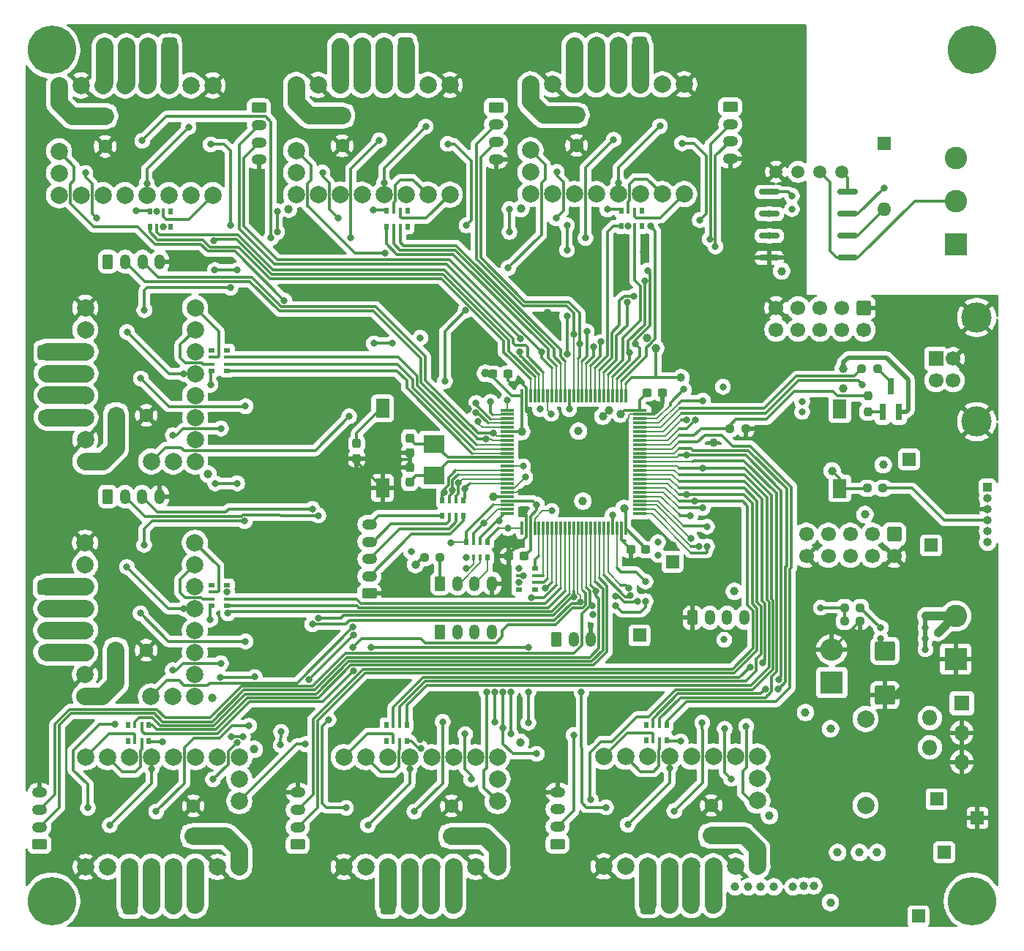
<source format=gbr>
%TF.GenerationSoftware,KiCad,Pcbnew,9.0.6*%
%TF.CreationDate,2026-01-15T17:24:24+03:00*%
%TF.ProjectId,multistepper,6d756c74-6973-4746-9570-7065722e6b69,rev?*%
%TF.SameCoordinates,Original*%
%TF.FileFunction,Copper,L1,Top*%
%TF.FilePolarity,Positive*%
%FSLAX46Y46*%
G04 Gerber Fmt 4.6, Leading zero omitted, Abs format (unit mm)*
G04 Created by KiCad (PCBNEW 9.0.6) date 2026-01-15 17:24:24*
%MOMM*%
%LPD*%
G01*
G04 APERTURE LIST*
G04 Aperture macros list*
%AMRoundRect*
0 Rectangle with rounded corners*
0 $1 Rounding radius*
0 $2 $3 $4 $5 $6 $7 $8 $9 X,Y pos of 4 corners*
0 Add a 4 corners polygon primitive as box body*
4,1,4,$2,$3,$4,$5,$6,$7,$8,$9,$2,$3,0*
0 Add four circle primitives for the rounded corners*
1,1,$1+$1,$2,$3*
1,1,$1+$1,$4,$5*
1,1,$1+$1,$6,$7*
1,1,$1+$1,$8,$9*
0 Add four rect primitives between the rounded corners*
20,1,$1+$1,$2,$3,$4,$5,0*
20,1,$1+$1,$4,$5,$6,$7,0*
20,1,$1+$1,$6,$7,$8,$9,0*
20,1,$1+$1,$8,$9,$2,$3,0*%
G04 Aperture macros list end*
%TA.AperFunction,SMDPad,CuDef*%
%ADD10RoundRect,0.237500X-0.300000X-0.237500X0.300000X-0.237500X0.300000X0.237500X-0.300000X0.237500X0*%
%TD*%
%TA.AperFunction,ComponentPad*%
%ADD11RoundRect,0.250000X0.600000X0.725000X-0.600000X0.725000X-0.600000X-0.725000X0.600000X-0.725000X0*%
%TD*%
%TA.AperFunction,ComponentPad*%
%ADD12O,1.700000X1.950000*%
%TD*%
%TA.AperFunction,ComponentPad*%
%ADD13RoundRect,0.250000X-0.725000X0.600000X-0.725000X-0.600000X0.725000X-0.600000X0.725000X0.600000X0*%
%TD*%
%TA.AperFunction,ComponentPad*%
%ADD14O,1.950000X1.700000*%
%TD*%
%TA.AperFunction,ComponentPad*%
%ADD15RoundRect,0.250000X0.625000X-0.350000X0.625000X0.350000X-0.625000X0.350000X-0.625000X-0.350000X0*%
%TD*%
%TA.AperFunction,ComponentPad*%
%ADD16O,1.750000X1.200000*%
%TD*%
%TA.AperFunction,ComponentPad*%
%ADD17RoundRect,0.250000X-0.600000X0.600000X-0.600000X-0.600000X0.600000X-0.600000X0.600000X0.600000X0*%
%TD*%
%TA.AperFunction,ComponentPad*%
%ADD18C,1.700000*%
%TD*%
%TA.AperFunction,SMDPad,CuDef*%
%ADD19R,1.600000X2.180000*%
%TD*%
%TA.AperFunction,ComponentPad*%
%ADD20C,5.600000*%
%TD*%
%TA.AperFunction,SMDPad,CuDef*%
%ADD21RoundRect,0.237500X-0.237500X0.250000X-0.237500X-0.250000X0.237500X-0.250000X0.237500X0.250000X0*%
%TD*%
%TA.AperFunction,ComponentPad*%
%ADD22R,1.600000X1.600000*%
%TD*%
%TA.AperFunction,ComponentPad*%
%ADD23O,1.600000X1.600000*%
%TD*%
%TA.AperFunction,ComponentPad*%
%ADD24C,1.600000*%
%TD*%
%TA.AperFunction,ComponentPad*%
%ADD25RoundRect,0.250000X-0.350000X-0.625000X0.350000X-0.625000X0.350000X0.625000X-0.350000X0.625000X0*%
%TD*%
%TA.AperFunction,ComponentPad*%
%ADD26O,1.200000X1.750000*%
%TD*%
%TA.AperFunction,ComponentPad*%
%ADD27C,2.000000*%
%TD*%
%TA.AperFunction,SMDPad,CuDef*%
%ADD28R,0.500000X0.800000*%
%TD*%
%TA.AperFunction,SMDPad,CuDef*%
%ADD29R,0.400000X0.800000*%
%TD*%
%TA.AperFunction,SMDPad,CuDef*%
%ADD30R,0.800000X0.500000*%
%TD*%
%TA.AperFunction,SMDPad,CuDef*%
%ADD31R,0.800000X0.400000*%
%TD*%
%TA.AperFunction,ComponentPad*%
%ADD32R,2.600000X2.600000*%
%TD*%
%TA.AperFunction,ComponentPad*%
%ADD33C,2.600000*%
%TD*%
%TA.AperFunction,SMDPad,CuDef*%
%ADD34RoundRect,0.237500X0.250000X0.237500X-0.250000X0.237500X-0.250000X-0.237500X0.250000X-0.237500X0*%
%TD*%
%TA.AperFunction,SMDPad,CuDef*%
%ADD35R,0.800000X1.900000*%
%TD*%
%TA.AperFunction,ComponentPad*%
%ADD36R,1.500000X1.500000*%
%TD*%
%TA.AperFunction,ComponentPad*%
%ADD37R,1.000000X1.000000*%
%TD*%
%TA.AperFunction,ComponentPad*%
%ADD38O,1.000000X1.000000*%
%TD*%
%TA.AperFunction,SMDPad,CuDef*%
%ADD39RoundRect,0.075000X-0.725000X-0.075000X0.725000X-0.075000X0.725000X0.075000X-0.725000X0.075000X0*%
%TD*%
%TA.AperFunction,SMDPad,CuDef*%
%ADD40RoundRect,0.075000X-0.075000X-0.725000X0.075000X-0.725000X0.075000X0.725000X-0.075000X0.725000X0*%
%TD*%
%TA.AperFunction,SMDPad,CuDef*%
%ADD41RoundRect,0.237500X0.237500X-0.300000X0.237500X0.300000X-0.237500X0.300000X-0.237500X-0.300000X0*%
%TD*%
%TA.AperFunction,SMDPad,CuDef*%
%ADD42RoundRect,0.237500X-0.250000X-0.237500X0.250000X-0.237500X0.250000X0.237500X-0.250000X0.237500X0*%
%TD*%
%TA.AperFunction,ComponentPad*%
%ADD43RoundRect,0.250000X-0.625000X0.350000X-0.625000X-0.350000X0.625000X-0.350000X0.625000X0.350000X0*%
%TD*%
%TA.AperFunction,ComponentPad*%
%ADD44RoundRect,0.250000X-0.600000X-0.725000X0.600000X-0.725000X0.600000X0.725000X-0.600000X0.725000X0*%
%TD*%
%TA.AperFunction,SMDPad,CuDef*%
%ADD45R,2.400000X2.000000*%
%TD*%
%TA.AperFunction,SMDPad,CuDef*%
%ADD46RoundRect,0.237500X-0.237500X0.300000X-0.237500X-0.300000X0.237500X-0.300000X0.237500X0.300000X0*%
%TD*%
%TA.AperFunction,ComponentPad*%
%ADD47C,1.500000*%
%TD*%
%TA.AperFunction,ComponentPad*%
%ADD48O,2.600000X2.600000*%
%TD*%
%TA.AperFunction,SMDPad,CuDef*%
%ADD49RoundRect,0.162500X-1.012500X-0.162500X1.012500X-0.162500X1.012500X0.162500X-1.012500X0.162500X0*%
%TD*%
%TA.AperFunction,ComponentPad*%
%ADD50R,1.800000X1.800000*%
%TD*%
%TA.AperFunction,ComponentPad*%
%ADD51O,1.800000X1.800000*%
%TD*%
%TA.AperFunction,SMDPad,CuDef*%
%ADD52RoundRect,0.237500X0.300000X0.237500X-0.300000X0.237500X-0.300000X-0.237500X0.300000X-0.237500X0*%
%TD*%
%TA.AperFunction,SMDPad,CuDef*%
%ADD53RoundRect,0.250000X-0.925000X0.875000X-0.925000X-0.875000X0.925000X-0.875000X0.925000X0.875000X0*%
%TD*%
%TA.AperFunction,ComponentPad*%
%ADD54R,1.700000X1.700000*%
%TD*%
%TA.AperFunction,ComponentPad*%
%ADD55C,3.500000*%
%TD*%
%TA.AperFunction,ViaPad*%
%ADD56C,1.000000*%
%TD*%
%TA.AperFunction,ViaPad*%
%ADD57C,0.800000*%
%TD*%
%TA.AperFunction,Conductor*%
%ADD58C,0.300000*%
%TD*%
%TA.AperFunction,Conductor*%
%ADD59C,0.200000*%
%TD*%
%TA.AperFunction,Conductor*%
%ADD60C,1.000000*%
%TD*%
%TA.AperFunction,Conductor*%
%ADD61C,0.500000*%
%TD*%
%TA.AperFunction,Conductor*%
%ADD62C,2.000000*%
%TD*%
G04 APERTURE END LIST*
D10*
%TO.P,C9,1*%
%TO.N,MCU3v3*%
X110035000Y-79502000D03*
%TO.P,C9,2*%
%TO.N,GND*%
X111760000Y-79502000D03*
%TD*%
D11*
%TO.P,J17,1,Pin_1*%
%TO.N,Net-(J17-Pin_1)*%
X99921075Y-41501827D03*
D12*
%TO.P,J17,2,Pin_2*%
%TO.N,Net-(J17-Pin_2)*%
X97421075Y-41501827D03*
%TO.P,J17,3,Pin_3*%
%TO.N,Net-(J17-Pin_3)*%
X94921075Y-41501827D03*
%TO.P,J17,4,Pin_4*%
%TO.N,Net-(J17-Pin_4)*%
X92421075Y-41501827D03*
%TD*%
D13*
%TO.P,J12,1,Pin_1*%
%TO.N,Net-(J12-Pin_1)*%
X58374000Y-76974000D03*
D14*
%TO.P,J12,2,Pin_2*%
%TO.N,Net-(J12-Pin_2)*%
X58374000Y-79474000D03*
%TO.P,J12,3,Pin_3*%
%TO.N,Net-(J12-Pin_3)*%
X58374000Y-81974000D03*
%TO.P,J12,4,Pin_4*%
%TO.N,Net-(J12-Pin_4)*%
X58374000Y-84474000D03*
%TD*%
D15*
%TO.P,J6,1,Pin_1*%
%TO.N,GND*%
X95758000Y-104902000D03*
D16*
%TO.P,J6,2,Pin_2*%
%TO.N,Net-(J6-Pin_2)*%
X95758000Y-102902000D03*
%TO.P,J6,3,Pin_3*%
%TO.N,Net-(J6-Pin_3)*%
X95758000Y-100902000D03*
%TO.P,J6,4,Pin_4*%
%TO.N,Net-(J6-Pin_4)*%
X95758000Y-98902000D03*
%TO.P,J6,5,Pin_5*%
%TO.N,Net-(J6-Pin_5)*%
X95758000Y-96902000D03*
%TD*%
D17*
%TO.P,J2,1,Pin_1*%
%TO.N,GND*%
X152958800Y-71840700D03*
D18*
%TO.P,J2,2,Pin_2*%
%TO.N,Net-(J2-Pin_2)*%
X152958800Y-74380700D03*
%TO.P,J2,3,Pin_3*%
%TO.N,Net-(J2-Pin_3)*%
X150418800Y-71840700D03*
%TO.P,J2,4,Pin_4*%
%TO.N,Net-(J2-Pin_4)*%
X150418800Y-74380700D03*
%TO.P,J2,5,Pin_5*%
%TO.N,Net-(J2-Pin_5)*%
X147878800Y-71840700D03*
%TO.P,J2,6,Pin_6*%
%TO.N,Net-(J2-Pin_6)*%
X147878800Y-74380700D03*
%TO.P,J2,7,Pin_7*%
%TO.N,Net-(J2-Pin_7)*%
X145338800Y-71840700D03*
%TO.P,J2,8,Pin_8*%
%TO.N,Net-(J2-Pin_8)*%
X145338800Y-74380700D03*
%TO.P,J2,9,Pin_9*%
%TO.N,GND*%
X142798800Y-71840700D03*
%TO.P,J2,10,Pin_10*%
%TO.N,Net-(J2-Pin_10)*%
X142798800Y-74380700D03*
%TD*%
D19*
%TO.P,SW2,1,1*%
%TO.N,/MCU base/BOOT0*%
X150164800Y-83548000D03*
%TO.P,SW2,2,2*%
%TO.N,MCU3v3*%
X150164800Y-92728000D03*
%TD*%
D15*
%TO.P,J22,1,Pin_1*%
%TO.N,Net-(J22-Pin_1)*%
X87466000Y-133934000D03*
D16*
%TO.P,J22,2,Pin_2*%
%TO.N,M5_L0*%
X87466000Y-131934000D03*
%TO.P,J22,3,Pin_3*%
%TO.N,M5_L1*%
X87466000Y-129934000D03*
%TO.P,J22,4,Pin_4*%
%TO.N,GND*%
X87466000Y-127934000D03*
%TD*%
D20*
%TO.P,H4,1*%
%TO.N,N/C*%
X165500000Y-140500000D03*
%TD*%
D21*
%TO.P,R36,1*%
%TO.N,/MCU base/DPPU*%
X153416000Y-82043900D03*
%TO.P,R36,2*%
%TO.N,Net-(Q3-G)*%
X153416000Y-83868900D03*
%TD*%
D22*
%TO.P,SW3,1*%
%TO.N,Net-(R18-Pad1)*%
X155295600Y-52832000D03*
D23*
%TO.P,SW3,2*%
%TO.N,/CANL*%
X155295600Y-60452000D03*
%TD*%
D22*
%TO.P,C24,1*%
%TO.N,/Motors/Vm*%
X105246000Y-132978000D03*
D24*
%TO.P,C24,2*%
%TO.N,GND*%
X105246000Y-129478000D03*
%TD*%
D25*
%TO.P,J5,1,Pin_1*%
%TO.N,Net-(J4-Pin_1)*%
X103934000Y-103733600D03*
D26*
%TO.P,J5,2,Pin_2*%
%TO.N,ADC2*%
X105934000Y-103733600D03*
%TO.P,J5,3,Pin_3*%
%TO.N,ADC3*%
X107934000Y-103733600D03*
%TO.P,J5,4,Pin_4*%
%TO.N,GND*%
X109934000Y-103733600D03*
%TD*%
D25*
%TO.P,J11,1,Pin_1*%
%TO.N,Net-(J11-Pin_1)*%
X65500000Y-66500000D03*
D26*
%TO.P,J11,2,Pin_2*%
%TO.N,M0_L0*%
X67500000Y-66500000D03*
%TO.P,J11,3,Pin_3*%
%TO.N,M0_L1*%
X69500000Y-66500000D03*
%TO.P,J11,4,Pin_4*%
%TO.N,GND*%
X71500000Y-66500000D03*
%TD*%
D27*
%TO.P,XX5,1,~{EN}*%
%TO.N,/Motors/stepper_M5/~{ENx}*%
X140640000Y-123774000D03*
%TO.P,XX5,2,MS1*%
%TO.N,/Motors/stepper_M5/MS1*%
X138100000Y-123774000D03*
%TO.P,XX5,3,MS2*%
%TO.N,/Motors/stepper_M5/MS2*%
X135560000Y-123774000D03*
%TO.P,XX5,4,SPREAD*%
%TO.N,/Motors/stepper_M5/SPR*%
X133020000Y-123774000D03*
%TO.P,XX5,5,PDN_UART*%
%TO.N,/Motors/stepper_M5/U*%
X130480000Y-123774000D03*
%TO.P,XX5,6,CLK*%
%TO.N,/Motors/stepper_M5/CLK*%
X127940000Y-123774000D03*
%TO.P,XX5,7,STEP*%
%TO.N,/Motors/stepper_M5/STEPx*%
X125400000Y-123774000D03*
%TO.P,XX5,8,DIR*%
%TO.N,/Motors/stepper_M5/DIRx*%
X122860000Y-123774000D03*
%TO.P,XX5,9,GND*%
%TO.N,GND*%
X122860000Y-136474000D03*
%TO.P,XX5,10,VIO*%
%TO.N,Vio*%
X125400000Y-136474000D03*
%TO.P,XX5,11,M1B*%
%TO.N,Net-(J21-Pin_1)*%
X127940000Y-136474000D03*
%TO.P,XX5,12,M1A*%
%TO.N,Net-(J21-Pin_2)*%
X130480000Y-136474000D03*
%TO.P,XX5,13,M2A*%
%TO.N,Net-(J21-Pin_3)*%
X133020000Y-136474000D03*
%TO.P,XX5,14,M2B*%
%TO.N,Net-(J21-Pin_4)*%
X135560000Y-136474000D03*
%TO.P,XX5,15,GND*%
%TO.N,GND*%
X138100000Y-136474000D03*
%TO.P,XX5,16,Vmot*%
%TO.N,/Motors/Vm*%
X140640000Y-136474000D03*
%TO.P,XX5,17,Vref*%
%TO.N,unconnected-(XX5-Vref-Pad17)*%
X140640000Y-126314000D03*
%TO.P,XX5,18,DIAG*%
%TO.N,/Motors/DIAG4*%
X140640000Y-128854000D03*
%TD*%
D28*
%TO.P,RN11,1,R1.1*%
%TO.N,unconnected-(RN11-R1.1-Pad1)*%
X127270450Y-60560000D03*
D29*
%TO.P,RN11,2,R2.1*%
%TO.N,/Motors/stepper_M4/DIRx*%
X126470450Y-60560000D03*
%TO.P,RN11,3,R3.1*%
%TO.N,/Motors/stepper_M4/STEPx*%
X125670450Y-60560000D03*
D28*
%TO.P,RN11,4,R4.1*%
%TO.N,/Motors/stepper_M4/~{ENx}*%
X124870450Y-60560000D03*
%TO.P,RN11,5,R4.2*%
%TO.N,M3_EN*%
X124870450Y-62360000D03*
D29*
%TO.P,RN11,6,R3.2*%
%TO.N,M3_STEP*%
X125670450Y-62360000D03*
%TO.P,RN11,7,R2.2*%
%TO.N,M3_DIR*%
X126470450Y-62360000D03*
D28*
%TO.P,RN11,8,R1.2*%
%TO.N,unconnected-(RN11-R1.2-Pad8)*%
X127270450Y-62360000D03*
%TD*%
D25*
%TO.P,J13,1,Pin_1*%
%TO.N,Net-(J13-Pin_1)*%
X117380000Y-110194000D03*
D26*
%TO.P,J13,2,Pin_2*%
%TO.N,Net-(J13-Pin_2)*%
X119380000Y-110194000D03*
%TO.P,J13,3,Pin_3*%
%TO.N,GND*%
X121380000Y-110194000D03*
%TD*%
D27*
%TO.P,XX8,1,~{EN}*%
%TO.N,/Motors/stepper_M8/~{ENx}*%
X75572000Y-116801600D03*
%TO.P,XX8,2,MS1*%
%TO.N,/Motors/stepper_M8/MS1*%
X75572000Y-114261600D03*
%TO.P,XX8,3,MS2*%
%TO.N,/Motors/stepper_M8/MS2*%
X75572000Y-111721600D03*
%TO.P,XX8,4,SPREAD*%
%TO.N,/Motors/stepper_M8/SPR*%
X75572000Y-109181600D03*
%TO.P,XX8,5,PDN_UART*%
%TO.N,/Motors/stepper_M8/U*%
X75572000Y-106641600D03*
%TO.P,XX8,6,CLK*%
%TO.N,/Motors/stepper_M8/CLK*%
X75572000Y-104101600D03*
%TO.P,XX8,7,STEP*%
%TO.N,/Motors/stepper_M8/STEPx*%
X75572000Y-101561600D03*
%TO.P,XX8,8,DIR*%
%TO.N,/Motors/stepper_M8/DIRx*%
X75572000Y-99021600D03*
%TO.P,XX8,9,GND*%
%TO.N,GND*%
X62872000Y-99021600D03*
%TO.P,XX8,10,VIO*%
%TO.N,Vio*%
X62872000Y-101561600D03*
%TO.P,XX8,11,M1B*%
%TO.N,Net-(J27-Pin_1)*%
X62872000Y-104101600D03*
%TO.P,XX8,12,M1A*%
%TO.N,Net-(J27-Pin_2)*%
X62872000Y-106641600D03*
%TO.P,XX8,13,M2A*%
%TO.N,Net-(J27-Pin_3)*%
X62872000Y-109181600D03*
%TO.P,XX8,14,M2B*%
%TO.N,Net-(J27-Pin_4)*%
X62872000Y-111721600D03*
%TO.P,XX8,15,GND*%
%TO.N,GND*%
X62872000Y-114261600D03*
%TO.P,XX8,16,Vmot*%
%TO.N,/Motors/Vm*%
X62872000Y-116801600D03*
%TO.P,XX8,17,Vref*%
%TO.N,unconnected-(XX8-Vref-Pad17)*%
X73032000Y-116801600D03*
%TO.P,XX8,18,DIAG*%
%TO.N,/Motors/DIAG7*%
X70492000Y-116801600D03*
%TD*%
%TO.P,XX3,1,~{EN}*%
%TO.N,/Motors/stepper_M3/~{ENx}*%
X87281075Y-58727827D03*
%TO.P,XX3,2,MS1*%
%TO.N,/Motors/stepper_M3/MS1*%
X89821075Y-58727827D03*
%TO.P,XX3,3,MS2*%
%TO.N,/Motors/stepper_M3/MS2*%
X92361075Y-58727827D03*
%TO.P,XX3,4,SPREAD*%
%TO.N,/Motors/stepper_M3/SPR*%
X94901075Y-58727827D03*
%TO.P,XX3,5,PDN_UART*%
%TO.N,/Motors/stepper_M3/U*%
X97441075Y-58727827D03*
%TO.P,XX3,6,CLK*%
%TO.N,/Motors/stepper_M3/CLK*%
X99981075Y-58727827D03*
%TO.P,XX3,7,STEP*%
%TO.N,/Motors/stepper_M3/STEPx*%
X102521075Y-58727827D03*
%TO.P,XX3,8,DIR*%
%TO.N,/Motors/stepper_M3/DIRx*%
X105061075Y-58727827D03*
%TO.P,XX3,9,GND*%
%TO.N,GND*%
X105061075Y-46027827D03*
%TO.P,XX3,10,VIO*%
%TO.N,Vio*%
X102521075Y-46027827D03*
%TO.P,XX3,11,M1B*%
%TO.N,Net-(J17-Pin_1)*%
X99981075Y-46027827D03*
%TO.P,XX3,12,M1A*%
%TO.N,Net-(J17-Pin_2)*%
X97441075Y-46027827D03*
%TO.P,XX3,13,M2A*%
%TO.N,Net-(J17-Pin_3)*%
X94901075Y-46027827D03*
%TO.P,XX3,14,M2B*%
%TO.N,Net-(J17-Pin_4)*%
X92361075Y-46027827D03*
%TO.P,XX3,15,GND*%
%TO.N,GND*%
X89821075Y-46027827D03*
%TO.P,XX3,16,Vmot*%
%TO.N,/Motors/Vm*%
X87281075Y-46027827D03*
%TO.P,XX3,17,Vref*%
%TO.N,unconnected-(XX3-Vref-Pad17)*%
X87281075Y-56187827D03*
%TO.P,XX3,18,DIAG*%
%TO.N,/Motors/DIAG2*%
X87281075Y-53647827D03*
%TD*%
D30*
%TO.P,RN7,1,R1.1*%
%TO.N,/Motors/SCK*%
X113095200Y-102025600D03*
D31*
%TO.P,RN7,2,R2.1*%
%TO.N,/Motors/MISO*%
X113095200Y-102825600D03*
%TO.P,RN7,3,R3.1*%
%TO.N,/Motors/MOSI*%
X113095200Y-103625600D03*
D30*
%TO.P,RN7,4,R4.1*%
%TO.N,unconnected-(RN7-R4.1-Pad4)*%
X113095200Y-104425600D03*
%TO.P,RN7,5,R4.2*%
%TO.N,unconnected-(RN7-R4.2-Pad5)*%
X114895200Y-104425600D03*
D31*
%TO.P,RN7,6,R3.2*%
%TO.N,TMC_MOSI*%
X114895200Y-103625600D03*
%TO.P,RN7,7,R2.2*%
%TO.N,TMC_MISO*%
X114895200Y-102825600D03*
D30*
%TO.P,RN7,8,R1.2*%
%TO.N,TMC_SCK*%
X114895200Y-102025600D03*
%TD*%
D32*
%TO.P,J10,1,Pin_1*%
%TO.N,GND*%
X163576000Y-112482000D03*
D33*
%TO.P,J10,2,Pin_2*%
%TO.N,Net-(J10-Pin_2)*%
X163576000Y-107482000D03*
%TD*%
D34*
%TO.P,R33,1*%
%TO.N,Net-(Q3-D)*%
X154529800Y-78841600D03*
%TO.P,R33,2*%
%TO.N,USB_DP*%
X152704800Y-78841600D03*
%TD*%
D17*
%TO.P,J3,1,Pin_1*%
%TO.N,Net-(J3-Pin_1)*%
X156464000Y-98044000D03*
D18*
%TO.P,J3,2,Pin_2*%
%TO.N,GND*%
X156464000Y-100584000D03*
%TO.P,J3,3,Pin_3*%
%TO.N,Net-(J3-Pin_3)*%
X153924000Y-98044000D03*
%TO.P,J3,4,Pin_4*%
%TO.N,Net-(J3-Pin_4)*%
X153924000Y-100584000D03*
%TO.P,J3,5,Pin_5*%
%TO.N,Net-(J3-Pin_5)*%
X151384000Y-98044000D03*
%TO.P,J3,6,Pin_6*%
%TO.N,Net-(J3-Pin_6)*%
X151384000Y-100584000D03*
%TO.P,J3,7,Pin_7*%
%TO.N,Net-(J3-Pin_7)*%
X148844000Y-98044000D03*
%TO.P,J3,8,Pin_8*%
%TO.N,Net-(J3-Pin_8)*%
X148844000Y-100584000D03*
%TO.P,J3,9,Pin_9*%
%TO.N,Net-(J3-Pin_9)*%
X146304000Y-98044000D03*
%TO.P,J3,10,Pin_10*%
%TO.N,GND*%
X146304000Y-100584000D03*
%TD*%
D35*
%TO.P,Q3,1,G*%
%TO.N,Net-(Q3-G)*%
X155107600Y-83897600D03*
%TO.P,Q3,2,S*%
%TO.N,+3V3*%
X157007600Y-83897600D03*
%TO.P,Q3,3,D*%
%TO.N,Net-(Q3-D)*%
X156057600Y-80897600D03*
%TD*%
D36*
%TO.P,TP3,1,1*%
%TO.N,GND*%
X166090600Y-130860800D03*
%TD*%
D37*
%TO.P,J1,1,Pin_1*%
%TO.N,/MCU base/SWCLK*%
X167258600Y-92608400D03*
D38*
%TO.P,J1,2,Pin_2*%
%TO.N,/MCU base/SWDIO*%
X167258600Y-93878400D03*
%TO.P,J1,3,Pin_3*%
%TO.N,GND*%
X167258600Y-95148400D03*
%TO.P,J1,4,Pin_4*%
%TO.N,Net-(J1-Pin_4)*%
X167258600Y-96418400D03*
%TO.P,J1,5,Pin_5*%
%TO.N,/MCU base/BOOT0*%
X167258600Y-97688400D03*
%TO.P,J1,6,Pin_6*%
%TO.N,/MCU base/NRST*%
X167258600Y-98958400D03*
%TD*%
D15*
%TO.P,J24,1,Pin_1*%
%TO.N,Net-(J24-Pin_1)*%
X57604925Y-133934000D03*
D16*
%TO.P,J24,2,Pin_2*%
%TO.N,M6_L0*%
X57604925Y-131934000D03*
%TO.P,J24,3,Pin_3*%
%TO.N,M6_L1*%
X57604925Y-129934000D03*
%TO.P,J24,4,Pin_4*%
%TO.N,GND*%
X57604925Y-127934000D03*
%TD*%
D39*
%TO.P,U1,1,PE2*%
%TO.N,/MCU base/Diagn*%
X111705000Y-83662000D03*
%TO.P,U1,2,PE3*%
%TO.N,MUL0*%
X111705000Y-84162000D03*
%TO.P,U1,3,PE4*%
%TO.N,MUL1*%
X111705000Y-84662000D03*
%TO.P,U1,4,PE5*%
%TO.N,MUL2*%
X111705000Y-85162000D03*
%TO.P,U1,5,PE6*%
%TO.N,MUL_EN*%
X111705000Y-85662000D03*
%TO.P,U1,6,VBAT*%
%TO.N,MCU3v3*%
X111705000Y-86162000D03*
%TO.P,U1,7,PC13*%
%TO.N,M0_L1*%
X111705000Y-86662000D03*
%TO.P,U1,8,PC14*%
%TO.N,M0_L0*%
X111705000Y-87162000D03*
%TO.P,U1,9,PC15*%
%TO.N,M0_DIR*%
X111705000Y-87662000D03*
%TO.P,U1,10,PF9*%
%TO.N,M0_STEP*%
X111705000Y-88162000D03*
%TO.P,U1,11,PF10*%
%TO.N,M0_EN*%
X111705000Y-88662000D03*
%TO.P,U1,12,PF0*%
%TO.N,/MCU base/OSC_IN*%
X111705000Y-89162000D03*
%TO.P,U1,13,PF1*%
%TO.N,/MCU base/OSC_OUT*%
X111705000Y-89662000D03*
%TO.P,U1,14,NRST*%
%TO.N,/MCU base/NRST*%
X111705000Y-90162000D03*
%TO.P,U1,15,PC0*%
%TO.N,/MCU base/MOT_MUL0*%
X111705000Y-90662000D03*
%TO.P,U1,16,PC1*%
%TO.N,/MCU base/MOT_MUL1*%
X111705000Y-91162000D03*
%TO.P,U1,17,PC2*%
%TO.N,/MCU base/MOT_MUL2*%
X111705000Y-91662000D03*
%TO.P,U1,18,PC3*%
%TO.N,/MCU base/MOT_MUL_EN*%
X111705000Y-92162000D03*
%TO.P,U1,19,PF2*%
%TO.N,/MCU base/A5*%
X111705000Y-92662000D03*
%TO.P,U1,20,VSSA*%
%TO.N,GND*%
X111705000Y-93162000D03*
%TO.P,U1,21,VREF+*%
%TO.N,+3.3VADC*%
X111705000Y-93662000D03*
%TO.P,U1,22,VDDA*%
%TO.N,MCU3v3*%
X111705000Y-94162000D03*
%TO.P,U1,23,PA0*%
%TO.N,/MCU base/A0*%
X111705000Y-94662000D03*
%TO.P,U1,24,PA1*%
%TO.N,/MCU base/A1*%
X111705000Y-95162000D03*
%TO.P,U1,25,PA2*%
%TO.N,/MCU base/A2*%
X111705000Y-95662000D03*
D40*
%TO.P,U1,26,PA3*%
%TO.N,/MCU base/A3*%
X113380000Y-97337000D03*
%TO.P,U1,27,VSS*%
%TO.N,GND*%
X113880000Y-97337000D03*
%TO.P,U1,28,VDD*%
%TO.N,MCU3v3*%
X114380000Y-97337000D03*
%TO.P,U1,29,PA4*%
%TO.N,/MCU base/A4*%
X114880000Y-97337000D03*
%TO.P,U1,30,PA5*%
%TO.N,TMC_SCK*%
X115380000Y-97337000D03*
%TO.P,U1,31,PA6*%
%TO.N,TMC_MISO*%
X115880000Y-97337000D03*
%TO.P,U1,32,PA7*%
%TO.N,TMC_MOSI*%
X116380000Y-97337000D03*
%TO.P,U1,33,PC4*%
%TO.N,/MCU base/USART1_TX*%
X116880000Y-97337000D03*
%TO.P,U1,34,PC5*%
%TO.N,/MCU base/USART1_RX*%
X117380000Y-97337000D03*
%TO.P,U1,35,PB0*%
%TO.N,M7_STEP*%
X117880000Y-97337000D03*
%TO.P,U1,36,PB1*%
%TO.N,M7_EN*%
X118380000Y-97337000D03*
%TO.P,U1,37,PB2*%
%TO.N,M7_DIR*%
X118880000Y-97337000D03*
%TO.P,U1,38,PE7*%
%TO.N,M7_L0*%
X119380000Y-97337000D03*
%TO.P,U1,39,PE8*%
%TO.N,M7_L1*%
X119880000Y-97337000D03*
%TO.P,U1,40,PE9*%
%TO.N,M6_STEP*%
X120380000Y-97337000D03*
%TO.P,U1,41,PE10*%
%TO.N,M6_L1*%
X120880000Y-97337000D03*
%TO.P,U1,42,PE11*%
%TO.N,M6_L0*%
X121380000Y-97337000D03*
%TO.P,U1,43,PE12*%
%TO.N,M6_DIR*%
X121880000Y-97337000D03*
%TO.P,U1,44,PE13*%
%TO.N,M6_EN*%
X122380000Y-97337000D03*
%TO.P,U1,45,PE14*%
%TO.N,/MCU base/OUT2*%
X122880000Y-97337000D03*
%TO.P,U1,46,PE15*%
%TO.N,/MCU base/OUT1*%
X123380000Y-97337000D03*
%TO.P,U1,47,PB10*%
%TO.N,USART3_TX*%
X123880000Y-97337000D03*
%TO.P,U1,48,PB11*%
%TO.N,/MCU base/OUT0*%
X124380000Y-97337000D03*
%TO.P,U1,49,VSS*%
%TO.N,GND*%
X124880000Y-97337000D03*
%TO.P,U1,50,VDD*%
%TO.N,MCU3v3*%
X125380000Y-97337000D03*
D39*
%TO.P,U1,51,PB12*%
%TO.N,/MCU base/SCRN_DCRS*%
X127055000Y-95662000D03*
%TO.P,U1,52,PB13*%
%TO.N,/MCU base/SCRN_SCK*%
X127055000Y-95162000D03*
%TO.P,U1,53,PB14*%
%TO.N,/MCU base/SCRN_MISO*%
X127055000Y-94662000D03*
%TO.P,U1,54,PB15*%
%TO.N,/MCU base/SCRN_MOSI*%
X127055000Y-94162000D03*
%TO.P,U1,55,PD8*%
%TO.N,/MCU base/SCRN_RST*%
X127055000Y-93662000D03*
%TO.P,U1,56,PD9*%
%TO.N,/MCU base/SCRN_CS*%
X127055000Y-93162000D03*
%TO.P,U1,57,PD10*%
%TO.N,M5_L1*%
X127055000Y-92662000D03*
%TO.P,U1,58,PD11*%
%TO.N,M5_L0*%
X127055000Y-92162000D03*
%TO.P,U1,59,PD12*%
%TO.N,M5_STEP*%
X127055000Y-91662000D03*
%TO.P,U1,60,PD13*%
%TO.N,M5_DIR*%
X127055000Y-91162000D03*
%TO.P,U1,61,PD14*%
%TO.N,M5_EN*%
X127055000Y-90662000D03*
%TO.P,U1,62,PD15*%
%TO.N,M4_L1*%
X127055000Y-90162000D03*
%TO.P,U1,63,PC6*%
%TO.N,M4_STEP*%
X127055000Y-89662000D03*
%TO.P,U1,64,PC7*%
%TO.N,M4_L0*%
X127055000Y-89162000D03*
%TO.P,U1,65,PC8*%
%TO.N,M4_DIR*%
X127055000Y-88662000D03*
%TO.P,U1,66,PC9*%
%TO.N,M4_EN*%
X127055000Y-88162000D03*
%TO.P,U1,67,PA8*%
%TO.N,/MCU base/DPPU*%
X127055000Y-87662000D03*
%TO.P,U1,68,PA9*%
%TO.N,/MCU base/BTN1*%
X127055000Y-87162000D03*
%TO.P,U1,69,PA10*%
%TO.N,/MCU base/BTN2_SDA*%
X127055000Y-86662000D03*
%TO.P,U1,70,PA11*%
%TO.N,USB_DM*%
X127055000Y-86162000D03*
%TO.P,U1,71,PA12*%
%TO.N,USB_DP*%
X127055000Y-85662000D03*
%TO.P,U1,72,PA13*%
%TO.N,/MCU base/SWDIO*%
X127055000Y-85162000D03*
%TO.P,U1,73,PF6*%
%TO.N,/MCU base/BTN3_SCL*%
X127055000Y-84662000D03*
%TO.P,U1,74,VSS*%
%TO.N,GND*%
X127055000Y-84162000D03*
%TO.P,U1,75,VDD*%
%TO.N,MCU3v3*%
X127055000Y-83662000D03*
D40*
%TO.P,U1,76,PA14*%
%TO.N,/MCU base/SWCLK*%
X125380000Y-81987000D03*
%TO.P,U1,77,PA15*%
%TO.N,M3_STEP*%
X124880000Y-81987000D03*
%TO.P,U1,78,PC10*%
%TO.N,M3_L0*%
X124380000Y-81987000D03*
%TO.P,U1,79,PC11*%
%TO.N,M3_L1*%
X123880000Y-81987000D03*
%TO.P,U1,80,PC12*%
%TO.N,M3_DIR*%
X123380000Y-81987000D03*
%TO.P,U1,81,PD0*%
%TO.N,CAN_RX*%
X122880000Y-81987000D03*
%TO.P,U1,82,PD1*%
%TO.N,CAN_TX*%
X122380000Y-81987000D03*
%TO.P,U1,83,PD2*%
%TO.N,M3_EN*%
X121880000Y-81987000D03*
%TO.P,U1,84,PD3*%
%TO.N,/MCU base/BTN4*%
X121380000Y-81987000D03*
%TO.P,U1,85,PD4*%
%TO.N,/MCU base/BTN5*%
X120880000Y-81987000D03*
%TO.P,U1,86,PD5*%
%TO.N,/MCU base/BTN6*%
X120380000Y-81987000D03*
%TO.P,U1,87,PD6*%
%TO.N,M2_L1*%
X119880000Y-81987000D03*
%TO.P,U1,88,PD7*%
%TO.N,M2_L0*%
X119380000Y-81987000D03*
%TO.P,U1,89,PB3*%
%TO.N,USART2_TX*%
X118880000Y-81987000D03*
%TO.P,U1,90,PB4*%
%TO.N,M2_DIR*%
X118380000Y-81987000D03*
%TO.P,U1,91,PB5*%
%TO.N,M2_STEP*%
X117880000Y-81987000D03*
%TO.P,U1,92,PB6*%
%TO.N,M2_EN*%
X117380000Y-81987000D03*
%TO.P,U1,93,PB7*%
%TO.N,M1_L1*%
X116880000Y-81987000D03*
%TO.P,U1,94,BOOT0*%
%TO.N,/MCU base/BOOT0*%
X116380000Y-81987000D03*
%TO.P,U1,95,PB8*%
%TO.N,M1_STEP*%
X115880000Y-81987000D03*
%TO.P,U1,96,PB9*%
%TO.N,M1_L0*%
X115380000Y-81987000D03*
%TO.P,U1,97,PE0*%
%TO.N,M1_DIR*%
X114880000Y-81987000D03*
%TO.P,U1,98,PE1*%
%TO.N,M1_EN*%
X114380000Y-81987000D03*
%TO.P,U1,99,VSS*%
%TO.N,GND*%
X113880000Y-81987000D03*
%TO.P,U1,100,VDD*%
%TO.N,MCU3v3*%
X113380000Y-81987000D03*
%TD*%
D20*
%TO.P,H1,1*%
%TO.N,N/C*%
X59000000Y-42000000D03*
%TD*%
D22*
%TO.P,C23,1*%
%TO.N,/Motors/Vm*%
X135306000Y-132918000D03*
D24*
%TO.P,C23,2*%
%TO.N,GND*%
X135306000Y-129418000D03*
%TD*%
D41*
%TO.P,C4,1*%
%TO.N,/MCU base/OSC_OUT*%
X100417350Y-91997700D03*
%TO.P,C4,2*%
%TO.N,GND*%
X100417350Y-90272700D03*
%TD*%
D11*
%TO.P,J19,1,Pin_1*%
%TO.N,Net-(J19-Pin_1)*%
X127026450Y-41440000D03*
D12*
%TO.P,J19,2,Pin_2*%
%TO.N,Net-(J19-Pin_2)*%
X124526450Y-41440000D03*
%TO.P,J19,3,Pin_3*%
%TO.N,Net-(J19-Pin_3)*%
X122026450Y-41440000D03*
%TO.P,J19,4,Pin_4*%
%TO.N,Net-(J19-Pin_4)*%
X119526450Y-41440000D03*
%TD*%
D42*
%TO.P,R35,1*%
%TO.N,/MCU base/DPPU*%
X137466700Y-85801200D03*
%TO.P,R35,2*%
%TO.N,GND*%
X139291700Y-85801200D03*
%TD*%
D36*
%TO.P,TP2,1,1*%
%TO.N,Vdrive*%
X159258000Y-142240000D03*
%TD*%
D43*
%TO.P,J14,1,Pin_1*%
%TO.N,Net-(J14-Pin_1)*%
X82974000Y-48689654D03*
D16*
%TO.P,J14,2,Pin_2*%
%TO.N,M1_L0*%
X82974000Y-50689654D03*
%TO.P,J14,3,Pin_3*%
%TO.N,M1_L1*%
X82974000Y-52689654D03*
%TO.P,J14,4,Pin_4*%
%TO.N,GND*%
X82974000Y-54689654D03*
%TD*%
D20*
%TO.P,H3,1*%
%TO.N,N/C*%
X59000000Y-140500000D03*
%TD*%
D44*
%TO.P,J23,1,Pin_1*%
%TO.N,Net-(J23-Pin_1)*%
X97940000Y-141060000D03*
D12*
%TO.P,J23,2,Pin_2*%
%TO.N,Net-(J23-Pin_2)*%
X100440000Y-141060000D03*
%TO.P,J23,3,Pin_3*%
%TO.N,Net-(J23-Pin_3)*%
X102940000Y-141060000D03*
%TO.P,J23,4,Pin_4*%
%TO.N,Net-(J23-Pin_4)*%
X105440000Y-141060000D03*
%TD*%
D45*
%TO.P,Y1,1,1*%
%TO.N,/MCU base/OSC_IN*%
X103225600Y-87558000D03*
%TO.P,Y1,2,2*%
%TO.N,/MCU base/OSC_OUT*%
X103225600Y-91258000D03*
%TD*%
D44*
%TO.P,J25,1,Pin_1*%
%TO.N,Net-(J25-Pin_1)*%
X68078925Y-141060000D03*
D12*
%TO.P,J25,2,Pin_2*%
%TO.N,Net-(J25-Pin_2)*%
X70578925Y-141060000D03*
%TO.P,J25,3,Pin_3*%
%TO.N,Net-(J25-Pin_3)*%
X73078925Y-141060000D03*
%TO.P,J25,4,Pin_4*%
%TO.N,Net-(J25-Pin_4)*%
X75578925Y-141060000D03*
%TD*%
D27*
%TO.P,XX4,1,~{EN}*%
%TO.N,/Motors/stepper_M4/~{ENx}*%
X114386450Y-58666000D03*
%TO.P,XX4,2,MS1*%
%TO.N,/Motors/stepper_M4/MS1*%
X116926450Y-58666000D03*
%TO.P,XX4,3,MS2*%
%TO.N,/Motors/stepper_M4/MS2*%
X119466450Y-58666000D03*
%TO.P,XX4,4,SPREAD*%
%TO.N,/Motors/stepper_M4/SPR*%
X122006450Y-58666000D03*
%TO.P,XX4,5,PDN_UART*%
%TO.N,/Motors/stepper_M4/U*%
X124546450Y-58666000D03*
%TO.P,XX4,6,CLK*%
%TO.N,/Motors/stepper_M4/CLK*%
X127086450Y-58666000D03*
%TO.P,XX4,7,STEP*%
%TO.N,/Motors/stepper_M4/STEPx*%
X129626450Y-58666000D03*
%TO.P,XX4,8,DIR*%
%TO.N,/Motors/stepper_M4/DIRx*%
X132166450Y-58666000D03*
%TO.P,XX4,9,GND*%
%TO.N,GND*%
X132166450Y-45966000D03*
%TO.P,XX4,10,VIO*%
%TO.N,Vio*%
X129626450Y-45966000D03*
%TO.P,XX4,11,M1B*%
%TO.N,Net-(J19-Pin_1)*%
X127086450Y-45966000D03*
%TO.P,XX4,12,M1A*%
%TO.N,Net-(J19-Pin_2)*%
X124546450Y-45966000D03*
%TO.P,XX4,13,M2A*%
%TO.N,Net-(J19-Pin_3)*%
X122006450Y-45966000D03*
%TO.P,XX4,14,M2B*%
%TO.N,Net-(J19-Pin_4)*%
X119466450Y-45966000D03*
%TO.P,XX4,15,GND*%
%TO.N,GND*%
X116926450Y-45966000D03*
%TO.P,XX4,16,Vmot*%
%TO.N,/Motors/Vm*%
X114386450Y-45966000D03*
%TO.P,XX4,17,Vref*%
%TO.N,unconnected-(XX4-Vref-Pad17)*%
X114386450Y-56126000D03*
%TO.P,XX4,18,DIAG*%
%TO.N,/Motors/DIAG3*%
X114386450Y-53586000D03*
%TD*%
D28*
%TO.P,RN6,1,R1.1*%
%TO.N,Net-(J6-Pin_5)*%
X104210000Y-95896000D03*
D29*
%TO.P,RN6,2,R2.1*%
%TO.N,Net-(J6-Pin_4)*%
X105010000Y-95896000D03*
%TO.P,RN6,3,R3.1*%
%TO.N,Net-(J6-Pin_3)*%
X105810000Y-95896000D03*
D28*
%TO.P,RN6,4,R4.1*%
%TO.N,Net-(J6-Pin_2)*%
X106610000Y-95896000D03*
%TO.P,RN6,5,R4.2*%
%TO.N,/MCU base/MOT_MUL_EN*%
X106610000Y-94096000D03*
D29*
%TO.P,RN6,6,R3.2*%
%TO.N,/MCU base/MOT_MUL2*%
X105810000Y-94096000D03*
%TO.P,RN6,7,R2.2*%
%TO.N,/MCU base/MOT_MUL1*%
X105010000Y-94096000D03*
D28*
%TO.P,RN6,8,R1.2*%
%TO.N,/MCU base/MOT_MUL0*%
X104210000Y-94096000D03*
%TD*%
D42*
%TO.P,R2,1*%
%TO.N,MCU3v3*%
X153341700Y-92710000D03*
%TO.P,R2,2*%
%TO.N,Net-(J1-Pin_4)*%
X155166700Y-92710000D03*
%TD*%
D10*
%TO.P,C5,1*%
%TO.N,MCU3v3*%
X127889000Y-81661000D03*
%TO.P,C5,2*%
%TO.N,GND*%
X129614000Y-81661000D03*
%TD*%
D46*
%TO.P,C2,1*%
%TO.N,/MCU base/NRST*%
X94284800Y-87528400D03*
%TO.P,C2,2*%
%TO.N,GND*%
X94284800Y-89253400D03*
%TD*%
D20*
%TO.P,H2,1*%
%TO.N,N/C*%
X165500000Y-42000000D03*
%TD*%
D44*
%TO.P,J21,1,Pin_1*%
%TO.N,Net-(J21-Pin_1)*%
X128000000Y-141000000D03*
D12*
%TO.P,J21,2,Pin_2*%
%TO.N,Net-(J21-Pin_2)*%
X130500000Y-141000000D03*
%TO.P,J21,3,Pin_3*%
%TO.N,Net-(J21-Pin_3)*%
X133000000Y-141000000D03*
%TO.P,J21,4,Pin_4*%
%TO.N,Net-(J21-Pin_4)*%
X135500000Y-141000000D03*
%TD*%
D22*
%TO.P,C21,1*%
%TO.N,/Motors/Vm*%
X92615075Y-49583827D03*
D24*
%TO.P,C21,2*%
%TO.N,GND*%
X92615075Y-53083827D03*
%TD*%
D28*
%TO.P,RN10,1,R1.1*%
%TO.N,unconnected-(RN10-R1.1-Pad1)*%
X100165075Y-60621827D03*
D29*
%TO.P,RN10,2,R2.1*%
%TO.N,/Motors/stepper_M3/DIRx*%
X99365075Y-60621827D03*
%TO.P,RN10,3,R3.1*%
%TO.N,/Motors/stepper_M3/STEPx*%
X98565075Y-60621827D03*
D28*
%TO.P,RN10,4,R4.1*%
%TO.N,/Motors/stepper_M3/~{ENx}*%
X97765075Y-60621827D03*
%TO.P,RN10,5,R4.2*%
%TO.N,M2_EN*%
X97765075Y-62421827D03*
D29*
%TO.P,RN10,6,R3.2*%
%TO.N,M2_STEP*%
X98565075Y-62421827D03*
%TO.P,RN10,7,R2.2*%
%TO.N,M2_DIR*%
X99365075Y-62421827D03*
D28*
%TO.P,RN10,8,R1.2*%
%TO.N,unconnected-(RN10-R1.2-Pad8)*%
X100165075Y-62421827D03*
%TD*%
D22*
%TO.P,C22,1*%
%TO.N,/Motors/Vm*%
X119720450Y-49522000D03*
D24*
%TO.P,C22,2*%
%TO.N,GND*%
X119720450Y-53022000D03*
%TD*%
D28*
%TO.P,RN5,1,R1.1*%
%TO.N,ADC0*%
X107004000Y-100722000D03*
D29*
%TO.P,RN5,2,R2.1*%
%TO.N,ADC1*%
X107804000Y-100722000D03*
%TO.P,RN5,3,R3.1*%
%TO.N,ADC2*%
X108604000Y-100722000D03*
D28*
%TO.P,RN5,4,R4.1*%
%TO.N,ADC3*%
X109404000Y-100722000D03*
%TO.P,RN5,5,R4.2*%
%TO.N,/MCU base/A3*%
X109404000Y-98922000D03*
D29*
%TO.P,RN5,6,R3.2*%
%TO.N,/MCU base/A2*%
X108604000Y-98922000D03*
%TO.P,RN5,7,R2.2*%
%TO.N,/MCU base/A1*%
X107804000Y-98922000D03*
D28*
%TO.P,RN5,8,R1.2*%
%TO.N,/MCU base/A0*%
X107004000Y-98922000D03*
%TD*%
D43*
%TO.P,J18,1,Pin_1*%
%TO.N,Net-(J18-Pin_1)*%
X137500450Y-48566000D03*
D16*
%TO.P,J18,2,Pin_2*%
%TO.N,M3_L0*%
X137500450Y-50566000D03*
%TO.P,J18,3,Pin_3*%
%TO.N,M3_L1*%
X137500450Y-52566000D03*
%TO.P,J18,4,Pin_4*%
%TO.N,GND*%
X137500450Y-54566000D03*
%TD*%
D47*
%TO.P,Q1,1,GND*%
%TO.N,GND*%
X142798800Y-56083200D03*
%TO.P,Q1,2,Vin*%
%TO.N,Net-(JP1-B)*%
X145338800Y-56083200D03*
%TO.P,Q1,3,0V*%
%TO.N,Earth*%
X147878800Y-56083200D03*
%TO.P,Q1,4,+Vo*%
%TO.N,Net-(Q1-+Vo)*%
X150418800Y-56083200D03*
%TD*%
D46*
%TO.P,C1,1*%
%TO.N,/MCU base/OSC_IN*%
X100417350Y-86917700D03*
%TO.P,C1,2*%
%TO.N,GND*%
X100417350Y-88642700D03*
%TD*%
D27*
%TO.P,XX6,1,~{EN}*%
%TO.N,/Motors/stepper_M6/~{ENx}*%
X110580000Y-123834000D03*
%TO.P,XX6,2,MS1*%
%TO.N,/Motors/stepper_M6/MS1*%
X108040000Y-123834000D03*
%TO.P,XX6,3,MS2*%
%TO.N,/Motors/stepper_M6/MS2*%
X105500000Y-123834000D03*
%TO.P,XX6,4,SPREAD*%
%TO.N,/Motors/stepper_M6/SPR*%
X102960000Y-123834000D03*
%TO.P,XX6,5,PDN_UART*%
%TO.N,/Motors/stepper_M6/U*%
X100420000Y-123834000D03*
%TO.P,XX6,6,CLK*%
%TO.N,/Motors/stepper_M6/CLK*%
X97880000Y-123834000D03*
%TO.P,XX6,7,STEP*%
%TO.N,/Motors/stepper_M6/STEPx*%
X95340000Y-123834000D03*
%TO.P,XX6,8,DIR*%
%TO.N,/Motors/stepper_M6/DIRx*%
X92800000Y-123834000D03*
%TO.P,XX6,9,GND*%
%TO.N,GND*%
X92800000Y-136534000D03*
%TO.P,XX6,10,VIO*%
%TO.N,Vio*%
X95340000Y-136534000D03*
%TO.P,XX6,11,M1B*%
%TO.N,Net-(J23-Pin_1)*%
X97880000Y-136534000D03*
%TO.P,XX6,12,M1A*%
%TO.N,Net-(J23-Pin_2)*%
X100420000Y-136534000D03*
%TO.P,XX6,13,M2A*%
%TO.N,Net-(J23-Pin_3)*%
X102960000Y-136534000D03*
%TO.P,XX6,14,M2B*%
%TO.N,Net-(J23-Pin_4)*%
X105500000Y-136534000D03*
%TO.P,XX6,15,GND*%
%TO.N,GND*%
X108040000Y-136534000D03*
%TO.P,XX6,16,Vmot*%
%TO.N,/Motors/Vm*%
X110580000Y-136534000D03*
%TO.P,XX6,17,Vref*%
%TO.N,unconnected-(XX6-Vref-Pad17)*%
X110580000Y-126374000D03*
%TO.P,XX6,18,DIAG*%
%TO.N,/Motors/DIAG5*%
X110580000Y-128914000D03*
%TD*%
D32*
%TO.P,D26,1,K*%
%TO.N,Net-(D26-K)*%
X149250400Y-115194400D03*
D48*
%TO.P,D26,2,A*%
%TO.N,GND*%
X149250400Y-111384400D03*
%TD*%
D49*
%TO.P,U2,1,VCC1*%
%TO.N,Net-(JP1-B)*%
X142033000Y-58420000D03*
%TO.P,U2,2,RXD*%
%TO.N,CAN_RX*%
X142033000Y-60960000D03*
%TO.P,U2,3,TXD*%
%TO.N,CAN_TX*%
X142033000Y-63500000D03*
%TO.P,U2,4,GND1*%
%TO.N,GND*%
X142033000Y-66040000D03*
%TO.P,U2,5,GND2*%
%TO.N,Earth*%
X151083000Y-66040000D03*
%TO.P,U2,6,CANL*%
%TO.N,/CANL*%
X151083000Y-63500000D03*
%TO.P,U2,7,CANH*%
%TO.N,/CANH*%
X151083000Y-60960000D03*
%TO.P,U2,8,VCC2*%
%TO.N,Net-(Q1-+Vo)*%
X151083000Y-58420000D03*
%TD*%
D36*
%TO.P,TP6,1,1*%
%TO.N,+3.3VADC*%
X127000000Y-109728000D03*
%TD*%
D22*
%TO.P,C19,1*%
%TO.N,/Motors/Vm*%
X66456000Y-84280000D03*
D24*
%TO.P,C19,2*%
%TO.N,GND*%
X69956000Y-84280000D03*
%TD*%
D50*
%TO.P,U5,1,VIN*%
%TO.N,Vdrive*%
X164287200Y-117602000D03*
D51*
%TO.P,U5,2,VOUT*%
%TO.N,Net-(D26-K)*%
X160587200Y-119302000D03*
%TO.P,U5,3,GND*%
%TO.N,GND*%
X164287200Y-121002000D03*
%TO.P,U5,4,FB*%
%TO.N,Net-(D27-A)*%
X160587200Y-122702000D03*
%TO.P,U5,5,ON/OFF*%
%TO.N,GND*%
X164287200Y-124402000D03*
%TD*%
D28*
%TO.P,RN13,1,R1.1*%
%TO.N,unconnected-(RN13-R1.1-Pad1)*%
X97696000Y-121940000D03*
D29*
%TO.P,RN13,2,R2.1*%
%TO.N,/Motors/stepper_M6/DIRx*%
X98496000Y-121940000D03*
%TO.P,RN13,3,R3.1*%
%TO.N,/Motors/stepper_M6/STEPx*%
X99296000Y-121940000D03*
D28*
%TO.P,RN13,4,R4.1*%
%TO.N,/Motors/stepper_M6/~{ENx}*%
X100096000Y-121940000D03*
%TO.P,RN13,5,R4.2*%
%TO.N,M5_EN*%
X100096000Y-120140000D03*
D29*
%TO.P,RN13,6,R3.2*%
%TO.N,M5_STEP*%
X99296000Y-120140000D03*
%TO.P,RN13,7,R2.2*%
%TO.N,M5_DIR*%
X98496000Y-120140000D03*
D28*
%TO.P,RN13,8,R1.2*%
%TO.N,unconnected-(RN13-R1.2-Pad8)*%
X97696000Y-120140000D03*
%TD*%
D13*
%TO.P,J27,1,Pin_1*%
%TO.N,Net-(J27-Pin_1)*%
X58346000Y-104161600D03*
D14*
%TO.P,J27,2,Pin_2*%
%TO.N,Net-(J27-Pin_2)*%
X58346000Y-106661600D03*
%TO.P,J27,3,Pin_3*%
%TO.N,Net-(J27-Pin_3)*%
X58346000Y-109161600D03*
%TO.P,J27,4,Pin_4*%
%TO.N,Net-(J27-Pin_4)*%
X58346000Y-111661600D03*
%TD*%
D25*
%TO.P,J7,1,Pin_1*%
%TO.N,GND*%
X133144000Y-107704800D03*
D26*
%TO.P,J7,2,Pin_2*%
%TO.N,Net-(J7-Pin_2)*%
X135144000Y-107704800D03*
%TO.P,J7,3,Pin_3*%
%TO.N,Net-(J7-Pin_3)*%
X137144000Y-107704800D03*
%TO.P,J7,4,Pin_4*%
%TO.N,Net-(J7-Pin_4)*%
X139144000Y-107704800D03*
%TD*%
D28*
%TO.P,RN9,1,R1.1*%
%TO.N,unconnected-(RN9-R1.1-Pad1)*%
X72744000Y-60683654D03*
D29*
%TO.P,RN9,2,R2.1*%
%TO.N,/Motors/stepper_M2/DIRx*%
X71944000Y-60683654D03*
%TO.P,RN9,3,R3.1*%
%TO.N,/Motors/stepper_M2/STEPx*%
X71144000Y-60683654D03*
D28*
%TO.P,RN9,4,R4.1*%
%TO.N,/Motors/stepper_M2/~{ENx}*%
X70344000Y-60683654D03*
%TO.P,RN9,5,R4.2*%
%TO.N,M1_EN*%
X70344000Y-62483654D03*
D29*
%TO.P,RN9,6,R3.2*%
%TO.N,M1_STEP*%
X71144000Y-62483654D03*
%TO.P,RN9,7,R2.2*%
%TO.N,M1_DIR*%
X71944000Y-62483654D03*
D28*
%TO.P,RN9,8,R1.2*%
%TO.N,unconnected-(RN9-R1.2-Pad8)*%
X72744000Y-62483654D03*
%TD*%
D36*
%TO.P,TP4,1,1*%
%TO.N,Net-(D27-A)*%
X161366200Y-128701800D03*
%TD*%
D30*
%TO.P,RN15,1,R1.1*%
%TO.N,unconnected-(RN15-R1.1-Pad1)*%
X77466000Y-103917600D03*
D31*
%TO.P,RN15,2,R2.1*%
%TO.N,/Motors/stepper_M8/DIRx*%
X77466000Y-104717600D03*
%TO.P,RN15,3,R3.1*%
%TO.N,/Motors/stepper_M8/STEPx*%
X77466000Y-105517600D03*
D30*
%TO.P,RN15,4,R4.1*%
%TO.N,/Motors/stepper_M8/~{ENx}*%
X77466000Y-106317600D03*
%TO.P,RN15,5,R4.2*%
%TO.N,M7_EN*%
X79266000Y-106317600D03*
D31*
%TO.P,RN15,6,R3.2*%
%TO.N,M7_STEP*%
X79266000Y-105517600D03*
%TO.P,RN15,7,R2.2*%
%TO.N,M7_DIR*%
X79266000Y-104717600D03*
D30*
%TO.P,RN15,8,R1.2*%
%TO.N,unconnected-(RN15-R1.2-Pad8)*%
X79266000Y-103917600D03*
%TD*%
D11*
%TO.P,J15,1,Pin_1*%
%TO.N,Net-(J15-Pin_1)*%
X72644000Y-41563654D03*
D12*
%TO.P,J15,2,Pin_2*%
%TO.N,Net-(J15-Pin_2)*%
X70144000Y-41563654D03*
%TO.P,J15,3,Pin_3*%
%TO.N,Net-(J15-Pin_3)*%
X67644000Y-41563654D03*
%TO.P,J15,4,Pin_4*%
%TO.N,Net-(J15-Pin_4)*%
X65144000Y-41563654D03*
%TD*%
D52*
%TO.P,C6,1*%
%TO.N,MCU3v3*%
X127709000Y-99822000D03*
%TO.P,C6,2*%
%TO.N,GND*%
X125984000Y-99822000D03*
%TD*%
D27*
%TO.P,L1,1,1*%
%TO.N,Net-(D27-A)*%
X153162000Y-129409200D03*
%TO.P,L1,2,2*%
%TO.N,Net-(D26-K)*%
X153162000Y-119409200D03*
%TD*%
D22*
%TO.P,C20,1*%
%TO.N,/Motors/Vm*%
X65194000Y-49645654D03*
D24*
%TO.P,C20,2*%
%TO.N,GND*%
X65194000Y-53145654D03*
%TD*%
D19*
%TO.P,SW1,1,1*%
%TO.N,/MCU base/NRST*%
X97282000Y-83479200D03*
%TO.P,SW1,2,2*%
%TO.N,GND*%
X97282000Y-92659200D03*
%TD*%
D27*
%TO.P,XX2,1,~{EN}*%
%TO.N,/Motors/stepper_M2/~{ENx}*%
X59860000Y-58789654D03*
%TO.P,XX2,2,MS1*%
%TO.N,/Motors/stepper_M2/MS1*%
X62400000Y-58789654D03*
%TO.P,XX2,3,MS2*%
%TO.N,/Motors/stepper_M2/MS2*%
X64940000Y-58789654D03*
%TO.P,XX2,4,SPREAD*%
%TO.N,/Motors/stepper_M2/SPR*%
X67480000Y-58789654D03*
%TO.P,XX2,5,PDN_UART*%
%TO.N,/Motors/stepper_M2/U*%
X70020000Y-58789654D03*
%TO.P,XX2,6,CLK*%
%TO.N,/Motors/stepper_M2/CLK*%
X72560000Y-58789654D03*
%TO.P,XX2,7,STEP*%
%TO.N,/Motors/stepper_M2/STEPx*%
X75100000Y-58789654D03*
%TO.P,XX2,8,DIR*%
%TO.N,/Motors/stepper_M2/DIRx*%
X77640000Y-58789654D03*
%TO.P,XX2,9,GND*%
%TO.N,GND*%
X77640000Y-46089654D03*
%TO.P,XX2,10,VIO*%
%TO.N,Vio*%
X75100000Y-46089654D03*
%TO.P,XX2,11,M1B*%
%TO.N,Net-(J15-Pin_1)*%
X72560000Y-46089654D03*
%TO.P,XX2,12,M1A*%
%TO.N,Net-(J15-Pin_2)*%
X70020000Y-46089654D03*
%TO.P,XX2,13,M2A*%
%TO.N,Net-(J15-Pin_3)*%
X67480000Y-46089654D03*
%TO.P,XX2,14,M2B*%
%TO.N,Net-(J15-Pin_4)*%
X64940000Y-46089654D03*
%TO.P,XX2,15,GND*%
%TO.N,GND*%
X62400000Y-46089654D03*
%TO.P,XX2,16,Vmot*%
%TO.N,/Motors/Vm*%
X59860000Y-46089654D03*
%TO.P,XX2,17,Vref*%
%TO.N,unconnected-(XX2-Vref-Pad17)*%
X59860000Y-56249654D03*
%TO.P,XX2,18,DIAG*%
%TO.N,/Motors/DIAG1*%
X59860000Y-53709654D03*
%TD*%
D32*
%TO.P,J9,1,Pin_1*%
%TO.N,/CANL*%
X163576000Y-64516000D03*
D33*
%TO.P,J9,2,Pin_2*%
%TO.N,Earth*%
X163576000Y-59516000D03*
%TO.P,J9,3,Pin_3*%
%TO.N,/CANH*%
X163576000Y-54516000D03*
%TD*%
D22*
%TO.P,C25,1*%
%TO.N,/Motors/Vm*%
X75384925Y-132978000D03*
D24*
%TO.P,C25,2*%
%TO.N,GND*%
X75384925Y-129478000D03*
%TD*%
D34*
%TO.P,R11,1*%
%TO.N,GND*%
X152552400Y-108102400D03*
%TO.P,R11,2*%
%TO.N,ADC4*%
X150727400Y-108102400D03*
%TD*%
D27*
%TO.P,XX7,1,~{EN}*%
%TO.N,/Motors/stepper_M7/~{ENx}*%
X80718925Y-123834000D03*
%TO.P,XX7,2,MS1*%
%TO.N,/Motors/stepper_M7/MS1*%
X78178925Y-123834000D03*
%TO.P,XX7,3,MS2*%
%TO.N,/Motors/stepper_M7/MS2*%
X75638925Y-123834000D03*
%TO.P,XX7,4,SPREAD*%
%TO.N,/Motors/stepper_M7/SPR*%
X73098925Y-123834000D03*
%TO.P,XX7,5,PDN_UART*%
%TO.N,/Motors/stepper_M7/U*%
X70558925Y-123834000D03*
%TO.P,XX7,6,CLK*%
%TO.N,/Motors/stepper_M7/CLK*%
X68018925Y-123834000D03*
%TO.P,XX7,7,STEP*%
%TO.N,/Motors/stepper_M7/STEPx*%
X65478925Y-123834000D03*
%TO.P,XX7,8,DIR*%
%TO.N,/Motors/stepper_M7/DIRx*%
X62938925Y-123834000D03*
%TO.P,XX7,9,GND*%
%TO.N,GND*%
X62938925Y-136534000D03*
%TO.P,XX7,10,VIO*%
%TO.N,Vio*%
X65478925Y-136534000D03*
%TO.P,XX7,11,M1B*%
%TO.N,Net-(J25-Pin_1)*%
X68018925Y-136534000D03*
%TO.P,XX7,12,M1A*%
%TO.N,Net-(J25-Pin_2)*%
X70558925Y-136534000D03*
%TO.P,XX7,13,M2A*%
%TO.N,Net-(J25-Pin_3)*%
X73098925Y-136534000D03*
%TO.P,XX7,14,M2B*%
%TO.N,Net-(J25-Pin_4)*%
X75638925Y-136534000D03*
%TO.P,XX7,15,GND*%
%TO.N,GND*%
X78178925Y-136534000D03*
%TO.P,XX7,16,Vmot*%
%TO.N,/Motors/Vm*%
X80718925Y-136534000D03*
%TO.P,XX7,17,Vref*%
%TO.N,unconnected-(XX7-Vref-Pad17)*%
X80718925Y-126374000D03*
%TO.P,XX7,18,DIAG*%
%TO.N,/Motors/DIAG6*%
X80718925Y-128914000D03*
%TD*%
D28*
%TO.P,RN14,1,R1.1*%
%TO.N,unconnected-(RN14-R1.1-Pad1)*%
X67834925Y-121940000D03*
D29*
%TO.P,RN14,2,R2.1*%
%TO.N,/Motors/stepper_M7/DIRx*%
X68634925Y-121940000D03*
%TO.P,RN14,3,R3.1*%
%TO.N,/Motors/stepper_M7/STEPx*%
X69434925Y-121940000D03*
D28*
%TO.P,RN14,4,R4.1*%
%TO.N,/Motors/stepper_M7/~{ENx}*%
X70234925Y-121940000D03*
%TO.P,RN14,5,R4.2*%
%TO.N,M6_EN*%
X70234925Y-120140000D03*
D29*
%TO.P,RN14,6,R3.2*%
%TO.N,M6_STEP*%
X69434925Y-120140000D03*
%TO.P,RN14,7,R2.2*%
%TO.N,M6_DIR*%
X68634925Y-120140000D03*
D28*
%TO.P,RN14,8,R1.2*%
%TO.N,unconnected-(RN14-R1.2-Pad8)*%
X67834925Y-120140000D03*
%TD*%
D25*
%TO.P,J26,1,Pin_1*%
%TO.N,Net-(J26-Pin_1)*%
X65472000Y-93687600D03*
D26*
%TO.P,J26,2,Pin_2*%
%TO.N,M7_L0*%
X67472000Y-93687600D03*
%TO.P,J26,3,Pin_3*%
%TO.N,M7_L1*%
X69472000Y-93687600D03*
%TO.P,J26,4,Pin_4*%
%TO.N,GND*%
X71472000Y-93687600D03*
%TD*%
D42*
%TO.P,R10,1*%
%TO.N,ADC4*%
X150727400Y-106527600D03*
%TO.P,R10,2*%
%TO.N,Vdrive*%
X152552400Y-106527600D03*
%TD*%
D52*
%TO.P,C7,1*%
%TO.N,MCU3v3*%
X113638500Y-100584000D03*
%TO.P,C7,2*%
%TO.N,GND*%
X111913500Y-100584000D03*
%TD*%
D53*
%TO.P,C14,1*%
%TO.N,Vdrive*%
X155397200Y-111546800D03*
%TO.P,C14,2*%
%TO.N,GND*%
X155397200Y-116646800D03*
%TD*%
D25*
%TO.P,J4,1,Pin_1*%
%TO.N,Net-(J4-Pin_1)*%
X103934000Y-109321600D03*
D26*
%TO.P,J4,2,Pin_2*%
%TO.N,ADC0*%
X105934000Y-109321600D03*
%TO.P,J4,3,Pin_3*%
%TO.N,ADC1*%
X107934000Y-109321600D03*
%TO.P,J4,4,Pin_4*%
%TO.N,GND*%
X109934000Y-109321600D03*
%TD*%
D42*
%TO.P,R9,1*%
%TO.N,+3.3VADC*%
X102109900Y-100736400D03*
%TO.P,R9,2*%
%TO.N,Net-(J4-Pin_1)*%
X103934900Y-100736400D03*
%TD*%
D28*
%TO.P,RN12,1,R1.1*%
%TO.N,unconnected-(RN12-R1.1-Pad1)*%
X127756000Y-121880000D03*
D29*
%TO.P,RN12,2,R2.1*%
%TO.N,/Motors/stepper_M5/DIRx*%
X128556000Y-121880000D03*
%TO.P,RN12,3,R3.1*%
%TO.N,/Motors/stepper_M5/STEPx*%
X129356000Y-121880000D03*
D28*
%TO.P,RN12,4,R4.1*%
%TO.N,/Motors/stepper_M5/~{ENx}*%
X130156000Y-121880000D03*
%TO.P,RN12,5,R4.2*%
%TO.N,M4_EN*%
X130156000Y-120080000D03*
D29*
%TO.P,RN12,6,R3.2*%
%TO.N,M4_STEP*%
X129356000Y-120080000D03*
%TO.P,RN12,7,R2.2*%
%TO.N,M4_DIR*%
X128556000Y-120080000D03*
D28*
%TO.P,RN12,8,R1.2*%
%TO.N,unconnected-(RN12-R1.2-Pad8)*%
X127756000Y-120080000D03*
%TD*%
D15*
%TO.P,J20,1,Pin_1*%
%TO.N,Net-(J20-Pin_1)*%
X117526000Y-133874000D03*
D16*
%TO.P,J20,2,Pin_2*%
%TO.N,M4_L0*%
X117526000Y-131874000D03*
%TO.P,J20,3,Pin_3*%
%TO.N,M4_L1*%
X117526000Y-129874000D03*
%TO.P,J20,4,Pin_4*%
%TO.N,GND*%
X117526000Y-127874000D03*
%TD*%
D43*
%TO.P,J16,1,Pin_1*%
%TO.N,Net-(J16-Pin_1)*%
X110395075Y-48627827D03*
D16*
%TO.P,J16,2,Pin_2*%
%TO.N,M2_L0*%
X110395075Y-50627827D03*
%TO.P,J16,3,Pin_3*%
%TO.N,M2_L1*%
X110395075Y-52627827D03*
%TO.P,J16,4,Pin_4*%
%TO.N,GND*%
X110395075Y-54627827D03*
%TD*%
D30*
%TO.P,RN8,1,R1.1*%
%TO.N,unconnected-(RN8-R1.1-Pad1)*%
X77494000Y-76730000D03*
D31*
%TO.P,RN8,2,R2.1*%
%TO.N,/Motors/stepper_M1/DIRx*%
X77494000Y-77530000D03*
%TO.P,RN8,3,R3.1*%
%TO.N,/Motors/stepper_M1/STEPx*%
X77494000Y-78330000D03*
D30*
%TO.P,RN8,4,R4.1*%
%TO.N,/Motors/stepper_M1/~{ENx}*%
X77494000Y-79130000D03*
%TO.P,RN8,5,R4.2*%
%TO.N,M0_EN*%
X79294000Y-79130000D03*
D31*
%TO.P,RN8,6,R3.2*%
%TO.N,M0_STEP*%
X79294000Y-78330000D03*
%TO.P,RN8,7,R2.2*%
%TO.N,M0_DIR*%
X79294000Y-77530000D03*
D30*
%TO.P,RN8,8,R1.2*%
%TO.N,unconnected-(RN8-R1.2-Pad8)*%
X79294000Y-76730000D03*
%TD*%
D36*
%TO.P,TP8,1,1*%
%TO.N,Vio*%
X162255200Y-134823200D03*
%TD*%
%TO.P,TP5,1,1*%
%TO.N,+3V3*%
X130810000Y-101244400D03*
%TD*%
D22*
%TO.P,C26,1*%
%TO.N,/Motors/Vm*%
X66428000Y-111467600D03*
D24*
%TO.P,C26,2*%
%TO.N,GND*%
X69928000Y-111467600D03*
%TD*%
D27*
%TO.P,XX1,1,~{EN}*%
%TO.N,/Motors/stepper_M1/~{ENx}*%
X75600000Y-89614000D03*
%TO.P,XX1,2,MS1*%
%TO.N,/Motors/stepper_M1/MS1*%
X75600000Y-87074000D03*
%TO.P,XX1,3,MS2*%
%TO.N,/Motors/stepper_M1/MS2*%
X75600000Y-84534000D03*
%TO.P,XX1,4,SPREAD*%
%TO.N,/Motors/stepper_M1/SPR*%
X75600000Y-81994000D03*
%TO.P,XX1,5,PDN_UART*%
%TO.N,/Motors/stepper_M1/U*%
X75600000Y-79454000D03*
%TO.P,XX1,6,CLK*%
%TO.N,/Motors/stepper_M1/CLK*%
X75600000Y-76914000D03*
%TO.P,XX1,7,STEP*%
%TO.N,/Motors/stepper_M1/STEPx*%
X75600000Y-74374000D03*
%TO.P,XX1,8,DIR*%
%TO.N,/Motors/stepper_M1/DIRx*%
X75600000Y-71834000D03*
%TO.P,XX1,9,GND*%
%TO.N,GND*%
X62900000Y-71834000D03*
%TO.P,XX1,10,VIO*%
%TO.N,Vio*%
X62900000Y-74374000D03*
%TO.P,XX1,11,M1B*%
%TO.N,Net-(J12-Pin_1)*%
X62900000Y-76914000D03*
%TO.P,XX1,12,M1A*%
%TO.N,Net-(J12-Pin_2)*%
X62900000Y-79454000D03*
%TO.P,XX1,13,M2A*%
%TO.N,Net-(J12-Pin_3)*%
X62900000Y-81994000D03*
%TO.P,XX1,14,M2B*%
%TO.N,Net-(J12-Pin_4)*%
X62900000Y-84534000D03*
%TO.P,XX1,15,GND*%
%TO.N,GND*%
X62900000Y-87074000D03*
%TO.P,XX1,16,Vmot*%
%TO.N,/Motors/Vm*%
X62900000Y-89614000D03*
%TO.P,XX1,17,Vref*%
%TO.N,unconnected-(XX1-Vref-Pad17)*%
X73060000Y-89614000D03*
%TO.P,XX1,18,DIAG*%
%TO.N,/Motors/DIAG0*%
X70520000Y-89614000D03*
%TD*%
D54*
%TO.P,J8,1,VBUS*%
%TO.N,/VB*%
X161290000Y-77730000D03*
D18*
%TO.P,J8,2,D-*%
%TO.N,Net-(J8-D-)*%
X161290000Y-80230000D03*
%TO.P,J8,3,D+*%
%TO.N,Net-(J8-D+)*%
X163290000Y-80230000D03*
%TO.P,J8,4,GND*%
%TO.N,GND*%
X163290000Y-77730000D03*
D55*
%TO.P,J8,5,Shield*%
X166000000Y-72960000D03*
X166000000Y-85000000D03*
%TD*%
D36*
%TO.P,TP1,1,1*%
%TO.N,Net-(D22-K)*%
X158167500Y-89348000D03*
%TD*%
%TO.P,TP7,1,1*%
%TO.N,+5V*%
X160731200Y-99314000D03*
%TD*%
D56*
%TO.N,GND*%
X145821000Y-85217000D03*
D57*
X99669600Y-72034400D03*
X121412000Y-121909100D03*
X88493600Y-74930000D03*
D56*
X94488000Y-93472000D03*
D57*
X114401600Y-84328000D03*
D56*
X127863600Y-75285600D03*
D57*
X142033000Y-66040000D03*
D56*
X117683600Y-89306400D03*
X115112800Y-92863500D03*
D57*
X101650800Y-121818400D03*
D56*
X113538000Y-95504000D03*
X149910800Y-137749000D03*
D57*
X125120400Y-65887600D03*
D56*
X116332000Y-72440800D03*
X152450000Y-137174000D03*
D57*
X77978000Y-56184800D03*
X89458800Y-64871600D03*
D56*
X135585200Y-87426800D03*
D57*
X161086800Y-114503200D03*
X130454400Y-112369600D03*
D56*
X126136400Y-101193600D03*
X135940800Y-98196400D03*
X150063200Y-130860800D03*
D57*
X86715600Y-109321600D03*
D56*
X107137200Y-83515200D03*
D57*
X127457200Y-65328800D03*
D56*
X130810000Y-99364800D03*
X123734800Y-86868000D03*
X159004000Y-114503200D03*
X157276800Y-77012800D03*
D57*
X86664800Y-119278400D03*
D56*
X133578600Y-80975200D03*
X99110800Y-89357200D03*
D57*
X121056400Y-68427600D03*
%TO.N,/MCU base/NRST*%
X113538000Y-90170000D03*
X97332800Y-83312000D03*
%TO.N,/MCU base/BOOT0*%
X116789200Y-84099400D03*
X150164800Y-83548000D03*
D56*
%TO.N,+3V3*%
X150600000Y-78870400D03*
D57*
X129133600Y-98958400D03*
D56*
X153085800Y-95758000D03*
D57*
X129133600Y-100431600D03*
D56*
X150600000Y-81200000D03*
D57*
%TO.N,/MCU base/BTN1*%
X133432503Y-84836000D03*
X136652000Y-80975189D03*
%TO.N,/MCU base/BTN2_SDA*%
X132433000Y-84836000D03*
%TO.N,/MCU base/SWDIO*%
X145821400Y-83870800D03*
X134333000Y-82561000D03*
%TO.N,/MCU base/BTN3_SCL*%
X132130800Y-81280000D03*
D56*
%TO.N,/MCU base/SWCLK*%
X128879600Y-76504800D03*
D57*
X145821000Y-82677000D03*
D56*
X131792223Y-79925423D03*
D57*
%TO.N,M4_L0*%
X132435600Y-88900000D03*
X119380000Y-121259600D03*
X143103600Y-114858800D03*
%TO.N,M4_L1*%
X134333000Y-90361500D03*
X121361200Y-128727200D03*
%TO.N,/MCU base/BTN4*%
X122508007Y-75782947D03*
%TO.N,/MCU base/BTN5*%
X121666000Y-76327000D03*
%TO.N,/MCU base/BTN6*%
X120904000Y-74574400D03*
%TO.N,M3_L1*%
X135788400Y-64719200D03*
X125882400Y-77012800D03*
X127579800Y-68681600D03*
%TO.N,M3_L0*%
X126492000Y-76036700D03*
X135128000Y-63855600D03*
X127965200Y-67513200D03*
%TO.N,M2_L1*%
X120079500Y-75996800D03*
%TO.N,M2_L0*%
X119380000Y-74930000D03*
%TO.N,M1_L0*%
X113205734Y-75363866D03*
X113182400Y-76911200D03*
%TO.N,M1_L1*%
X115671600Y-76911200D03*
%TO.N,/MCU base/SCRN_DCRS*%
X134808000Y-99435500D03*
%TO.N,/MCU base/SCRN_SCK*%
X133858000Y-99435500D03*
%TO.N,/MCU base/SCRN_MISO*%
X132943600Y-98552000D03*
%TO.N,/MCU base/SCRN_MOSI*%
X134808000Y-97160500D03*
%TO.N,/MCU base/SCRN_RST*%
X132892800Y-95910400D03*
%TO.N,/MCU base/SCRN_CS*%
X134315200Y-94996000D03*
%TO.N,M6_L1*%
X121564400Y-106273600D03*
X127696000Y-105785500D03*
X124216900Y-106273600D03*
%TO.N,M6_L0*%
X121909100Y-104597200D03*
X126746000Y-105785500D03*
X124216900Y-105237706D03*
%TO.N,M5_L1*%
X133400800Y-94234000D03*
%TO.N,M5_L0*%
X132435600Y-93472000D03*
%TO.N,/MCU base/A0*%
X105156000Y-99060000D03*
%TO.N,/MCU base/A1*%
X108966000Y-96774000D03*
%TO.N,/MCU base/A2*%
X110744000Y-96520000D03*
%TO.N,/MCU base/A3*%
X111815000Y-97337000D03*
%TO.N,/MCU base/A4*%
X116840000Y-95331600D03*
%TO.N,/MCU base/A5*%
X113792000Y-91440000D03*
%TO.N,ADC4*%
X121617266Y-107342466D03*
X147980400Y-106527600D03*
%TO.N,+5V*%
X144627600Y-60401200D03*
X136804400Y-110236000D03*
D56*
X146202400Y-118668800D03*
X122783600Y-84378800D03*
X149098000Y-120548400D03*
X137972800Y-104648000D03*
X155197900Y-90003120D03*
X120446800Y-94202100D03*
X143446500Y-67576700D03*
X123494800Y-83667600D03*
D57*
%TO.N,ADC0*%
X107004000Y-100722000D03*
D56*
%TO.N,Vdrive*%
X147167600Y-138734800D03*
X145999200Y-138734800D03*
D57*
X154905000Y-111379000D03*
D56*
X144743000Y-138836400D03*
D57*
X154905000Y-110109000D03*
X154905000Y-108839000D03*
D56*
X149088128Y-140655328D03*
D57*
X154889200Y-112268000D03*
%TO.N,ADC1*%
X106982978Y-101953778D03*
%TO.N,MUL0*%
X109778800Y-82702400D03*
%TO.N,MUL1*%
X108102400Y-82854800D03*
%TO.N,MUL2*%
X108102400Y-83972400D03*
%TO.N,MUL_EN*%
X108356400Y-84988400D03*
%TO.N,M1_DIR*%
X71944000Y-62483654D03*
X77774800Y-64047900D03*
D56*
%TO.N,+3.3VADC*%
X101092000Y-101549200D03*
X110134400Y-93675200D03*
D57*
%TO.N,USART3_TX*%
X123901200Y-95808800D03*
%TO.N,M6_STEP*%
X93882532Y-113842800D03*
X93878400Y-111099600D03*
%TO.N,M5_DIR*%
X141274800Y-112877600D03*
X139801600Y-113385600D03*
%TO.N,USB_DM*%
X152786500Y-80712000D03*
%TO.N,USB_DP*%
X152786500Y-78812000D03*
%TO.N,M4_DIR*%
X141579600Y-115925600D03*
X143052800Y-115925600D03*
%TO.N,CAN_RX*%
X125577600Y-71170800D03*
X142033000Y-60960000D03*
%TO.N,CAN_TX*%
X126390400Y-70459600D03*
X142033000Y-63500000D03*
%TO.N,USART2_TX*%
X118872000Y-83566000D03*
%TO.N,M3_STEP*%
X128270000Y-62382400D03*
X125670450Y-62360000D03*
%TO.N,Net-(JP1-B)*%
X144627600Y-58864700D03*
%TO.N,/MCU base/MOT_MUL0*%
X104394000Y-93167200D03*
%TO.N,/MCU base/MOT_MUL1*%
X105359802Y-92889531D03*
%TO.N,/MCU base/MOT_MUL2*%
X106070400Y-92100400D03*
%TO.N,/MCU base/MOT_MUL_EN*%
X106832400Y-92760800D03*
%TO.N,/MCU base/OUT1*%
X125780800Y-104241600D03*
%TO.N,/MCU base/OUT0*%
X127696000Y-103510500D03*
%TO.N,/MCU base/OUT2*%
X125964204Y-105122384D03*
%TO.N,/CANH*%
X155295600Y-57938000D03*
D56*
%TO.N,Net-(J10-Pin_2)*%
X161544000Y-109423200D03*
X161482400Y-107482000D03*
D57*
X160055000Y-107569000D03*
X160070800Y-110083600D03*
X160070800Y-108864400D03*
X160070800Y-111353600D03*
D56*
%TO.N,/Motors/Vm*%
X142544800Y-138836400D03*
X139598400Y-138836400D03*
X138074400Y-138836400D03*
X141020800Y-138836400D03*
D57*
%TO.N,/Motors/USART0-3*%
X79705200Y-62280800D03*
X118618000Y-62280800D03*
X133959600Y-61671200D03*
X104807075Y-52853827D03*
X118618000Y-77216000D03*
X131912450Y-52792000D03*
X118618000Y-72796400D03*
X79705200Y-69494400D03*
X106984800Y-62280800D03*
X77386000Y-52915654D03*
X69726000Y-72088000D03*
X118618000Y-65125600D03*
%TO.N,/Motors/MOSI*%
X117434450Y-56094000D03*
X78587600Y-85801200D03*
X80467200Y-122174000D03*
X77670925Y-126406000D03*
X113095200Y-103625600D03*
X136855200Y-120548400D03*
X107532000Y-126406000D03*
X78587600Y-112979200D03*
X112115600Y-116281200D03*
X106832400Y-121158000D03*
X73028000Y-86566000D03*
X73000000Y-113753600D03*
X62908000Y-56217654D03*
X117348000Y-61468000D03*
X112115600Y-121158000D03*
X92151200Y-61468000D03*
X64211200Y-61468000D03*
X137592000Y-126346000D03*
X90329075Y-56155827D03*
%TO.N,/Motors/SCK*%
X110286800Y-119735600D03*
X84378800Y-63754000D03*
X81432400Y-83210400D03*
X81432400Y-110439200D03*
X69278500Y-107186499D03*
X93573600Y-63754000D03*
X100964899Y-130127500D03*
X96896176Y-52434327D03*
X69475101Y-52496154D03*
X120751600Y-63754000D03*
X131024899Y-130067500D03*
X81838800Y-120192800D03*
X134264400Y-119837200D03*
X69306500Y-79998899D03*
X110286800Y-116281200D03*
X104241600Y-119735600D03*
X71103824Y-130127500D03*
X113095200Y-102025600D03*
X124001551Y-52372500D03*
%TO.N,/Motors/MISO*%
X111201200Y-116281200D03*
X111963200Y-60401200D03*
X81127600Y-121462800D03*
X80467200Y-92151200D03*
X111963200Y-63042800D03*
X113588800Y-102819200D03*
X85090000Y-60655200D03*
X77876400Y-67462400D03*
X77927200Y-92151200D03*
X111201200Y-120446800D03*
X85496400Y-122428000D03*
X79756000Y-121462800D03*
X80467200Y-67462400D03*
X85547200Y-120904000D03*
X115112800Y-123444000D03*
X85090000Y-63042800D03*
%TO.N,/Motors/USART4-7*%
X63192925Y-129708000D03*
X82499200Y-114554000D03*
X93054000Y-129708000D03*
X78486000Y-114604800D03*
X91033600Y-119481600D03*
X123114000Y-129648000D03*
X66344800Y-119989600D03*
X120294400Y-116281200D03*
X81330800Y-96520000D03*
X69698000Y-99275600D03*
%TO.N,/Motors/DIAG4*%
X95961200Y-111150400D03*
X114147600Y-119848100D03*
X139344400Y-120243600D03*
X114147600Y-116281200D03*
X96266000Y-75946000D03*
X114147600Y-111150400D03*
X98399600Y-75931500D03*
%TO.N,/Motors/DIAG6*%
X93929200Y-109677200D03*
X88341200Y-122326400D03*
X88773000Y-114833400D03*
%TO.N,/Motors/DIAG7*%
X93878400Y-108762800D03*
%TO.N,/Motors/DIAG5*%
X109321600Y-116281200D03*
%TO.N,/Motors/DIAG3*%
X104495600Y-80314800D03*
X106881134Y-72138066D03*
X111810800Y-67208400D03*
%TO.N,/Motors/DIAG0*%
X93421200Y-84378800D03*
%TO.N,/Motors/DIAG1*%
X85902800Y-70967600D03*
%TO.N,/Motors/DIAG2*%
X97586800Y-65481200D03*
%TO.N,/Motors/stepper_M1/U*%
X74279200Y-79454000D03*
X67726000Y-74628000D03*
%TO.N,/Motors/stepper_M1/~{ENx}*%
X77378000Y-80724000D03*
%TO.N,/MCU base/USART1_RX*%
X114503200Y-105359200D03*
%TO.N,/MCU base/USART1_TX*%
X116078000Y-104292400D03*
%TO.N,M0_L1*%
X110134400Y-86309200D03*
%TO.N,M0_L0*%
X109220000Y-86969600D03*
%TO.N,M7_L0*%
X89865200Y-107746800D03*
X89865200Y-95859600D03*
X119430800Y-105308400D03*
%TO.N,M7_L1*%
X89154000Y-95097600D03*
X89154000Y-108458000D03*
X120142000Y-105918000D03*
%TO.N,M7_DIR*%
X79400400Y-107188000D03*
X79266000Y-104717600D03*
D56*
%TO.N,MCU3v3*%
X149275800Y-90703400D03*
X113385600Y-86156800D03*
D57*
X115112800Y-94588500D03*
D56*
X119938800Y-86106000D03*
X124815600Y-84124800D03*
D57*
X115493800Y-83566000D03*
D56*
X109169200Y-79400400D03*
X125222000Y-95046800D03*
D57*
X100584000Y-100056000D03*
%TO.N,/Motors/stepper_M2/U*%
X70020000Y-57468854D03*
X74846000Y-50915654D03*
%TO.N,/Motors/stepper_M2/STEPx*%
X71170800Y-60655200D03*
%TO.N,/Motors/stepper_M2/~{ENx}*%
X68750000Y-60567654D03*
%TO.N,/Motors/stepper_M3/U*%
X97441075Y-57407027D03*
X102267075Y-50853827D03*
%TO.N,/Motors/stepper_M3/~{ENx}*%
X96171075Y-60505827D03*
%TO.N,/Motors/stepper_M4/U*%
X129372450Y-50792000D03*
X124546450Y-57345200D03*
%TO.N,/Motors/stepper_M4/~{ENx}*%
X123276450Y-60444000D03*
%TO.N,/Motors/stepper_M5/U*%
X125654000Y-131648000D03*
X130480000Y-125094800D03*
%TO.N,/Motors/stepper_M5/~{ENx}*%
X131750000Y-121996000D03*
%TO.N,/Motors/stepper_M6/U*%
X95594000Y-131708000D03*
X100420000Y-125154800D03*
%TO.N,/Motors/stepper_M6/~{ENx}*%
X101690000Y-122783600D03*
%TO.N,/Motors/stepper_M7/U*%
X65732925Y-131708000D03*
X70558925Y-125154800D03*
%TO.N,/Motors/stepper_M7/~{ENx}*%
X71828925Y-122056000D03*
%TO.N,/Motors/stepper_M8/U*%
X67698000Y-101815600D03*
X74251200Y-106641600D03*
%TO.N,/Motors/stepper_M8/~{ENx}*%
X77350000Y-107911600D03*
%TO.N,/MCU base/Diagn*%
X111709200Y-82550000D03*
D56*
%TO.N,Vio*%
X77114400Y-91084400D03*
X82448400Y-122936000D03*
X149910800Y-134874000D03*
X86410800Y-60401200D03*
X113284000Y-60350400D03*
X142036800Y-130606800D03*
X77571600Y-116992400D03*
X154482800Y-134874000D03*
D57*
X101650800Y-75285600D03*
D56*
X152450000Y-134874000D03*
X113233200Y-122123200D03*
%TD*%
D58*
%TO.N,/Motors/DIAG7*%
X70492000Y-116801600D02*
X72333200Y-114960400D01*
X72333200Y-114960400D02*
X73730800Y-114960400D01*
X73730800Y-114960400D02*
X74302000Y-115531600D01*
X74302000Y-115531600D02*
X77029422Y-115531600D01*
X77029422Y-115531600D02*
X77306711Y-115254311D01*
X77306711Y-115254311D02*
X87386889Y-115254311D01*
X87386889Y-115254311D02*
X93878400Y-108762800D01*
%TO.N,/Motors/DIAG6*%
X80718925Y-128914000D02*
X87306525Y-122326400D01*
X87306525Y-122326400D02*
X88341200Y-122326400D01*
%TO.N,/Motors/DIAG5*%
X110580000Y-128914000D02*
X109016800Y-127350800D01*
X109016800Y-127350800D02*
X109016800Y-125397200D01*
X109016800Y-125397200D02*
X109321600Y-125092400D01*
X109321600Y-125092400D02*
X109321600Y-116281200D01*
%TO.N,/Motors/DIAG4*%
X139776000Y-128854000D02*
X138938000Y-128016000D01*
X138938000Y-128016000D02*
X138938000Y-125476000D01*
X140640000Y-128854000D02*
X139776000Y-128854000D01*
X138938000Y-125476000D02*
X139370000Y-125044000D01*
%TO.N,/Motors/DIAG3*%
X114386450Y-53586000D02*
X116078000Y-55277550D01*
X116078000Y-55277550D02*
X116078000Y-56974450D01*
X116078000Y-56974450D02*
X115656450Y-57396000D01*
%TO.N,/Motors/DIAG2*%
X87281075Y-53647827D02*
X89001600Y-55368352D01*
X89001600Y-55368352D02*
X89001600Y-57007302D01*
X89001600Y-57007302D02*
X88551075Y-57457827D01*
X88551075Y-57457827D02*
X88551075Y-60038925D01*
X88551075Y-60038925D02*
X88639325Y-60038925D01*
X88639325Y-60038925D02*
X94081600Y-65481200D01*
X94081600Y-65481200D02*
X97586800Y-65481200D01*
%TO.N,/Motors/DIAG1*%
X59860000Y-53709654D02*
X61620400Y-55470054D01*
X61620400Y-55470054D02*
X61620400Y-57029254D01*
X61620400Y-57029254D02*
X61130000Y-57519654D01*
%TO.N,/Motors/DIAG0*%
X70520000Y-89614000D02*
X72148400Y-87985600D01*
X72148400Y-87985600D02*
X73971600Y-87985600D01*
X73971600Y-87985600D02*
X74330000Y-88344000D01*
X74330000Y-88344000D02*
X78996800Y-88344000D01*
%TO.N,/MCU base/OSC_IN*%
X101057650Y-87558000D02*
X103225600Y-87558000D01*
X111705000Y-89162000D02*
X104829600Y-89162000D01*
X100417350Y-86917700D02*
X101057650Y-87558000D01*
X104829600Y-89162000D02*
X103225600Y-87558000D01*
%TO.N,GND*%
X113311361Y-80518000D02*
X112014000Y-80518000D01*
X99161600Y-89408000D02*
X99110800Y-89357200D01*
X128690000Y-84162000D02*
X129614000Y-83238000D01*
X111913500Y-100584000D02*
X111913500Y-100303500D01*
D59*
X125476000Y-85801200D02*
X124409200Y-86868000D01*
D58*
X113880000Y-81086639D02*
X113311361Y-80518000D01*
D59*
X125938000Y-84162000D02*
X125845200Y-84162000D01*
X115112800Y-92863500D02*
X113130500Y-92863500D01*
X125730000Y-84277200D02*
X125730000Y-84582000D01*
D58*
X142646400Y-85801200D02*
X143230600Y-85217000D01*
X113880000Y-98337000D02*
X113880000Y-97337000D01*
D59*
X125476000Y-84836000D02*
X125730000Y-84582000D01*
D58*
X113880000Y-83806400D02*
X114401600Y-84328000D01*
D59*
X124409200Y-86868000D02*
X123734800Y-86868000D01*
D58*
X97282000Y-91186000D02*
X99110800Y-89357200D01*
X97282000Y-92659200D02*
X97282000Y-91186000D01*
D59*
X127055000Y-84162000D02*
X125938000Y-84162000D01*
X125845200Y-84162000D02*
X125730000Y-84277200D01*
D58*
X124880000Y-98718000D02*
X125984000Y-99822000D01*
X139291700Y-85801200D02*
X142646400Y-85801200D01*
X100417350Y-89408000D02*
X99161600Y-89408000D01*
D60*
X156860400Y-116646800D02*
X159004000Y-114503200D01*
D59*
X113130500Y-92863500D02*
X112832000Y-93162000D01*
D58*
X113880000Y-81987000D02*
X113880000Y-81086639D01*
X113880000Y-95846000D02*
X113538000Y-95504000D01*
X127055000Y-84162000D02*
X128690000Y-84162000D01*
X112014000Y-80518000D02*
X111760000Y-80264000D01*
D60*
X155397200Y-116646800D02*
X156860400Y-116646800D01*
D58*
X94284800Y-89662000D02*
X97282000Y-92659200D01*
X111913500Y-100303500D02*
X113880000Y-98337000D01*
D59*
X125476000Y-85801200D02*
X125476000Y-84836000D01*
D58*
X126136400Y-101193600D02*
X126136400Y-99974400D01*
X100417350Y-89408000D02*
X100417350Y-88642700D01*
X113880000Y-97337000D02*
X113880000Y-95846000D01*
X152532400Y-108102400D02*
X149250400Y-111384400D01*
X129614000Y-83238000D02*
X129614000Y-81661000D01*
X143230600Y-85217000D02*
X145821000Y-85217000D01*
X113880000Y-81987000D02*
X113880000Y-83806400D01*
X124880000Y-97337000D02*
X124880000Y-98718000D01*
X152552400Y-108102400D02*
X152532400Y-108102400D01*
X111760000Y-80264000D02*
X111760000Y-79502000D01*
X94284800Y-89253400D02*
X94284800Y-89662000D01*
D59*
X112832000Y-93162000D02*
X111705000Y-93162000D01*
D58*
X126136400Y-99974400D02*
X125984000Y-99822000D01*
X100417350Y-90272700D02*
X100417350Y-89408000D01*
%TO.N,/MCU base/NRST*%
X94284800Y-86360000D02*
X97332800Y-83312000D01*
X97282000Y-83479200D02*
X97282000Y-83362800D01*
D59*
X111705000Y-90162000D02*
X113530000Y-90162000D01*
X113530000Y-90162000D02*
X113538000Y-90170000D01*
D58*
X97282000Y-83362800D02*
X97332800Y-83312000D01*
X94284800Y-87528400D02*
X94284800Y-86360000D01*
D59*
%TO.N,/MCU base/BOOT0*%
X116380000Y-81987000D02*
X116380000Y-83690200D01*
X116380000Y-83690200D02*
X116789200Y-84099400D01*
D61*
%TO.N,+3V3*%
X150600000Y-78152400D02*
X151130000Y-77622400D01*
X151130000Y-77622400D02*
X155549600Y-77622400D01*
X157808800Y-83897600D02*
X157007600Y-83897600D01*
X150600000Y-78870400D02*
X150600000Y-78152400D01*
X158089600Y-80162400D02*
X158089600Y-83616800D01*
X158089600Y-83616800D02*
X157808800Y-83897600D01*
X155549600Y-77622400D02*
X158089600Y-80162400D01*
D58*
%TO.N,/MCU base/OSC_OUT*%
X100417350Y-91997700D02*
X101157050Y-91258000D01*
X104821600Y-89662000D02*
X103225600Y-91258000D01*
X111705000Y-89662000D02*
X104821600Y-89662000D01*
X101157050Y-91258000D02*
X103225600Y-91258000D01*
%TO.N,/MCU base/BTN1*%
X132416503Y-85852000D02*
X133432503Y-84836000D01*
D59*
X130262000Y-87162000D02*
X131572000Y-85852000D01*
X127055000Y-87162000D02*
X130262000Y-87162000D01*
D58*
X131572000Y-85852000D02*
X132416503Y-85852000D01*
D59*
%TO.N,/MCU base/BTN2_SDA*%
X130000000Y-86662000D02*
X131826000Y-84836000D01*
D58*
X131826000Y-84836000D02*
X132433000Y-84836000D01*
D59*
X127055000Y-86662000D02*
X130000000Y-86662000D01*
%TO.N,/MCU base/SWDIO*%
X127055000Y-85162000D02*
X129264800Y-85162000D01*
D58*
X134333000Y-82561000D02*
X131865800Y-82561000D01*
X131865800Y-82561000D02*
X131572000Y-82854800D01*
D59*
X129264800Y-85162000D02*
X131572000Y-82854800D01*
%TO.N,/MCU base/BTN3_SCL*%
X127055000Y-84662000D02*
X128952000Y-84662000D01*
X128952000Y-84662000D02*
X130543300Y-83070700D01*
D58*
X130543300Y-82867500D02*
X130543300Y-83070700D01*
X132130800Y-81280000D02*
X130543300Y-82867500D01*
%TO.N,/MCU base/SWCLK*%
X128879600Y-79891646D02*
X128845823Y-79925423D01*
X128845823Y-79925423D02*
X126068577Y-79925423D01*
D59*
X125380000Y-81987000D02*
X125380000Y-80614000D01*
D58*
X125380000Y-80614000D02*
X125497000Y-80497000D01*
X126068577Y-79925423D02*
X125497000Y-80497000D01*
X131792223Y-79925423D02*
X128845823Y-79925423D01*
X128879600Y-76504800D02*
X128879600Y-79891646D01*
%TO.N,M4_L0*%
X119380000Y-130020000D02*
X117526000Y-131874000D01*
X119380000Y-121259600D02*
X119380000Y-130020000D01*
D59*
X131310000Y-89162000D02*
X131572000Y-88900000D01*
D58*
X132435600Y-88900000D02*
X139293600Y-88900000D01*
X143408400Y-114554000D02*
X143103600Y-114858800D01*
D59*
X127055000Y-89162000D02*
X131310000Y-89162000D01*
D58*
X139293600Y-88900000D02*
X143408400Y-93014800D01*
X131572000Y-88900000D02*
X132435600Y-88900000D01*
X143408400Y-93014800D02*
X143408400Y-114554000D01*
%TO.N,M4_L1*%
X131572000Y-90424000D02*
X134270500Y-90424000D01*
X142443200Y-105714800D02*
X142290800Y-105562400D01*
X131165600Y-116027200D02*
X140055600Y-116027200D01*
X142290800Y-93522800D02*
X139129500Y-90361500D01*
D59*
X127055000Y-90162000D02*
X131310000Y-90162000D01*
D58*
X121361200Y-128727200D02*
X121259600Y-128625600D01*
X140055600Y-116027200D02*
X142443200Y-113639600D01*
D59*
X134270500Y-90424000D02*
X134333000Y-90361500D01*
D58*
X121259600Y-128625600D02*
X121259600Y-123291600D01*
X142443200Y-113639600D02*
X142443200Y-105714800D01*
X121259600Y-123291600D02*
X122529600Y-122021600D01*
X128016000Y-119176800D02*
X131165600Y-116027200D01*
X123850400Y-122021600D02*
X126695200Y-119176800D01*
X142290800Y-105562400D02*
X142290800Y-93522800D01*
X139129500Y-90361500D02*
X134333000Y-90361500D01*
X126695200Y-119176800D02*
X128016000Y-119176800D01*
X122529600Y-122021600D02*
X123850400Y-122021600D01*
D59*
X131310000Y-90162000D02*
X131572000Y-90424000D01*
D58*
%TO.N,/MCU base/BTN4*%
X122428000Y-76609030D02*
X122428000Y-75862954D01*
X122428000Y-75862954D02*
X122508007Y-75782947D01*
X122428000Y-76609030D02*
X122428000Y-77470000D01*
D59*
X121380000Y-81987000D02*
X121380000Y-78518000D01*
D58*
X121380000Y-78518000D02*
X122428000Y-77470000D01*
%TO.N,/MCU base/BTN5*%
X121666000Y-76371527D02*
X121666000Y-76327000D01*
X120880000Y-78256000D02*
X121666000Y-77470000D01*
D59*
X120880000Y-81987000D02*
X120880000Y-78256000D01*
D58*
X121666000Y-76371527D02*
X121666000Y-77470000D01*
D59*
%TO.N,/MCU base/BTN6*%
X120380000Y-81987000D02*
X120380000Y-77994000D01*
D58*
X120904000Y-74574400D02*
X120904000Y-77470000D01*
X120380000Y-77994000D02*
X120904000Y-77470000D01*
D59*
%TO.N,M3_L1*%
X123880000Y-81987000D02*
X123880000Y-79828000D01*
D58*
X135788400Y-54278050D02*
X137500450Y-52566000D01*
X125679200Y-76860400D02*
X125679200Y-75692000D01*
X125857000Y-77038200D02*
X125679200Y-76860400D01*
X125679200Y-75692000D02*
X127579800Y-73791400D01*
X125857000Y-77851000D02*
X125857000Y-77038200D01*
X127579800Y-73791400D02*
X127579800Y-68681600D01*
D59*
X125857000Y-77038200D02*
X125882400Y-77012800D01*
D58*
X123880000Y-79828000D02*
X125857000Y-77851000D01*
X135788400Y-64719200D02*
X135788400Y-54278050D01*
%TO.N,M3_L0*%
X126492000Y-75597230D02*
X128229300Y-73859930D01*
X135214450Y-63769150D02*
X135214450Y-52852000D01*
X126492000Y-76036700D02*
X126492000Y-75597230D01*
X135214450Y-52852000D02*
X137500450Y-50566000D01*
X127000000Y-76544700D02*
X126492000Y-76036700D01*
X124380000Y-80090000D02*
X127000000Y-77470000D01*
X128229300Y-73859930D02*
X128229300Y-68417500D01*
X128229300Y-67777300D02*
X127965200Y-67513200D01*
X135128000Y-63855600D02*
X135214450Y-63769150D01*
X128229300Y-68417500D02*
X128229300Y-67777300D01*
X127000000Y-77470000D02*
X127000000Y-76544700D01*
D59*
X124380000Y-81987000D02*
X124380000Y-80090000D01*
%TO.N,M2_L1*%
X119880000Y-81987000D02*
X119880000Y-77732000D01*
D58*
X120079500Y-72429100D02*
X118821200Y-71170800D01*
X120079500Y-77532500D02*
X120065800Y-77546200D01*
X120079500Y-75996800D02*
X120079500Y-72429100D01*
X113741200Y-71170800D02*
X108617075Y-66046675D01*
X120079500Y-75996800D02*
X120079500Y-77532500D01*
X108617075Y-66046675D02*
X108617075Y-54405827D01*
X108617075Y-54405827D02*
X110395075Y-52627827D01*
X119880000Y-77732000D02*
X120065800Y-77546200D01*
X118821200Y-71170800D02*
X113741200Y-71170800D01*
%TO.N,M2_L0*%
X113538000Y-71628000D02*
X108109075Y-66199075D01*
X118567200Y-71628000D02*
X113538000Y-71628000D01*
D59*
X119380000Y-81987000D02*
X119380000Y-74930000D01*
D58*
X119380000Y-72440800D02*
X118567200Y-71628000D01*
X119380000Y-74930000D02*
X119380000Y-72440800D01*
X108109075Y-52913827D02*
X110395075Y-50627827D01*
X108109075Y-66199075D02*
X108109075Y-52913827D01*
%TO.N,M1_L0*%
X80688000Y-52975654D02*
X80688000Y-62704800D01*
X113233200Y-76962000D02*
X113182400Y-76911200D01*
X84785200Y-66802000D02*
X104698800Y-66802000D01*
X113233200Y-76962000D02*
X113233200Y-77419200D01*
X113233200Y-77419200D02*
X113284000Y-77470000D01*
X82974000Y-50689654D02*
X80688000Y-52975654D01*
X115380000Y-79566000D02*
X113284000Y-77470000D01*
D59*
X115380000Y-81987000D02*
X115380000Y-79566000D01*
D58*
X80688000Y-62704800D02*
X84785200Y-66802000D01*
X104698800Y-66802000D02*
X113233200Y-75336400D01*
%TO.N,M1_L1*%
X85144346Y-66294000D02*
X81196000Y-62345654D01*
X115671600Y-76911200D02*
X105054400Y-66294000D01*
X116880000Y-78780000D02*
X115671600Y-77571600D01*
D59*
X116880000Y-81987000D02*
X116880000Y-78780000D01*
D58*
X105054400Y-66294000D02*
X85144346Y-66294000D01*
X115671600Y-76911200D02*
X115671600Y-77571600D01*
X81196000Y-62345654D02*
X81196000Y-54467654D01*
X81196000Y-54467654D02*
X82974000Y-52689654D01*
%TO.N,/MCU base/SCRN_DCRS*%
X134808000Y-99435500D02*
X134808000Y-100091200D01*
D59*
X127055000Y-95662000D02*
X128428000Y-95662000D01*
X128428000Y-95662000D02*
X132943600Y-100177600D01*
D58*
X134808000Y-100091200D02*
X134721600Y-100177600D01*
X134721600Y-100177600D02*
X132943600Y-100177600D01*
D59*
%TO.N,/MCU base/SCRN_SCK*%
X132217262Y-98673500D02*
X132979262Y-99435500D01*
X128690000Y-95162000D02*
X132201500Y-98673500D01*
X127055000Y-95162000D02*
X128690000Y-95162000D01*
D58*
X132979262Y-99435500D02*
X133858000Y-99435500D01*
D59*
X132201500Y-98673500D02*
X132217262Y-98673500D01*
%TO.N,/MCU base/SCRN_MISO*%
X132842000Y-98552000D02*
X132943600Y-98552000D01*
X131572000Y-97282000D02*
X132842000Y-98552000D01*
X127055000Y-94662000D02*
X128952000Y-94662000D01*
X128952000Y-94662000D02*
X131572000Y-97282000D01*
%TO.N,/MCU base/SCRN_MOSI*%
X129174241Y-94162000D02*
X132110252Y-97098011D01*
D58*
X132110252Y-97098011D02*
X134745511Y-97098011D01*
D59*
X127055000Y-94162000D02*
X129174241Y-94162000D01*
X134745511Y-97098011D02*
X134808000Y-97160500D01*
%TO.N,/MCU base/SCRN_RST*%
X129476000Y-93662000D02*
X131572000Y-95758000D01*
X127055000Y-93662000D02*
X129476000Y-93662000D01*
D58*
X131724400Y-95910400D02*
X131572000Y-95758000D01*
X132892800Y-95910400D02*
X131724400Y-95910400D01*
%TO.N,/MCU base/SCRN_CS*%
X134315200Y-94996000D02*
X131572000Y-94996000D01*
D59*
X131572000Y-94996000D02*
X129738000Y-93162000D01*
X129738000Y-93162000D02*
X127055000Y-93162000D01*
D58*
%TO.N,M6_L1*%
X124978900Y-107035600D02*
X124216900Y-106273600D01*
X80992969Y-115653831D02*
X77368400Y-119278400D01*
X121259600Y-105562400D02*
X121259600Y-105968800D01*
X59382925Y-120042675D02*
X59382925Y-128156000D01*
X59382925Y-128156000D02*
X57604925Y-129934000D01*
X89171769Y-115653831D02*
X80992969Y-115653831D01*
X71170800Y-118313200D02*
X61112400Y-118313200D01*
X121259600Y-105562400D02*
X121259600Y-106324400D01*
X121259600Y-104597200D02*
X120872000Y-104209600D01*
X121259600Y-105562400D02*
X121259600Y-104597200D01*
X119430800Y-111810800D02*
X93014800Y-111810800D01*
X120345200Y-110896400D02*
X119430800Y-111810800D01*
X127101600Y-107035600D02*
X124978900Y-107035600D01*
X121259600Y-106324400D02*
X120345200Y-107238800D01*
X93014800Y-111810800D02*
X89171769Y-115653831D01*
X121259600Y-105968800D02*
X121564400Y-106273600D01*
X127696000Y-105785500D02*
X127696000Y-106441200D01*
D59*
X120872000Y-97332800D02*
X120872000Y-104209600D01*
D58*
X77368400Y-119278400D02*
X72136000Y-119278400D01*
X127696000Y-106441200D02*
X127101600Y-107035600D01*
X72136000Y-119278400D02*
X71170800Y-118313200D01*
X61112400Y-118313200D02*
X59382925Y-120042675D01*
X120345200Y-107238800D02*
X120345200Y-110896400D01*
%TO.N,M6_L0*%
X77571600Y-119735600D02*
X71831200Y-119735600D01*
X126746000Y-105785500D02*
X126421300Y-105785500D01*
X71831200Y-119735600D02*
X70866000Y-118770400D01*
X125272800Y-105918000D02*
X124764800Y-105410000D01*
D59*
X121372000Y-97332800D02*
X121372000Y-103896800D01*
D58*
X81229200Y-116078000D02*
X77571600Y-119735600D01*
X121909100Y-105145100D02*
X122326400Y-105562400D01*
X121716800Y-104241600D02*
X121909100Y-104433900D01*
X126421300Y-105785500D02*
X126288800Y-105918000D01*
X122326400Y-111252000D02*
X121259600Y-112318800D01*
X70866000Y-118770400D02*
X61264800Y-118770400D01*
X59890925Y-120144275D02*
X59890925Y-129648000D01*
X121372000Y-103896800D02*
X121716800Y-104241600D01*
X93167200Y-112318800D02*
X89408000Y-116078000D01*
X124764800Y-105410000D02*
X124561600Y-105206800D01*
X124216900Y-105237706D02*
X124592506Y-105237706D01*
X89408000Y-116078000D02*
X81229200Y-116078000D01*
X121909100Y-104597200D02*
X121909100Y-105145100D01*
X122326400Y-105562400D02*
X122326400Y-111252000D01*
X124592506Y-105237706D02*
X124764800Y-105410000D01*
X121909100Y-104433900D02*
X121909100Y-104597200D01*
X61264800Y-118770400D02*
X59890925Y-120144275D01*
X121259600Y-112318800D02*
X93167200Y-112318800D01*
X59890925Y-129648000D02*
X57604925Y-131934000D01*
X126288800Y-105918000D02*
X125272800Y-105918000D01*
%TO.N,M5_L1*%
X89244000Y-119442400D02*
X89244000Y-128156000D01*
X139496800Y-106222800D02*
X140157200Y-106883200D01*
X140157200Y-111252000D02*
X137769600Y-113639600D01*
X138938000Y-94234000D02*
X139496800Y-94792800D01*
X95046800Y-113639600D02*
X89244000Y-119442400D01*
X133400800Y-94234000D02*
X138938000Y-94234000D01*
X139496800Y-94792800D02*
X139496800Y-106222800D01*
X131572000Y-94234000D02*
X133400800Y-94234000D01*
X89244000Y-128156000D02*
X87466000Y-129934000D01*
D59*
X127055000Y-92662000D02*
X130000000Y-92662000D01*
D58*
X140157200Y-106883200D02*
X140157200Y-111252000D01*
D59*
X130000000Y-92662000D02*
X131572000Y-94234000D01*
D58*
X137769600Y-113639600D02*
X95046800Y-113639600D01*
%TO.N,M5_L0*%
X140055600Y-106070400D02*
X140614400Y-106629200D01*
X132435600Y-93472000D02*
X139090400Y-93472000D01*
X89752000Y-129648000D02*
X87466000Y-131934000D01*
D59*
X127055000Y-92162000D02*
X130262000Y-92162000D01*
D58*
X139090400Y-93472000D02*
X140055600Y-94437200D01*
X95250000Y-114096800D02*
X89752000Y-119594800D01*
X137972800Y-114096800D02*
X95250000Y-114096800D01*
X131572000Y-93472000D02*
X132435600Y-93472000D01*
X140614400Y-111455200D02*
X137972800Y-114096800D01*
X140055600Y-94437200D02*
X140055600Y-106070400D01*
X89752000Y-119594800D02*
X89752000Y-129648000D01*
D59*
X130262000Y-92162000D02*
X131572000Y-93472000D01*
D58*
X140614400Y-106629200D02*
X140614400Y-111455200D01*
%TO.N,/MCU base/A0*%
X107004000Y-97720000D02*
X110062000Y-94662000D01*
D59*
X105294000Y-98922000D02*
X105156000Y-99060000D01*
X110062000Y-94662000D02*
X111705000Y-94662000D01*
D58*
X107004000Y-98922000D02*
X107004000Y-97720000D01*
D59*
X107004000Y-98922000D02*
X105294000Y-98922000D01*
D58*
%TO.N,/MCU base/A1*%
X107804000Y-97936000D02*
X108966000Y-96774000D01*
D59*
X110578000Y-95162000D02*
X108966000Y-96774000D01*
D58*
X107804000Y-98922000D02*
X107804000Y-97936000D01*
D59*
X111705000Y-95162000D02*
X110578000Y-95162000D01*
%TO.N,/MCU base/A2*%
X111252000Y-95758000D02*
X111348000Y-95662000D01*
X110744000Y-96266000D02*
X110744000Y-96520000D01*
X111348000Y-95662000D02*
X111705000Y-95662000D01*
X111252000Y-95758000D02*
X110744000Y-96266000D01*
D58*
X108604000Y-98922000D02*
X108604000Y-98406000D01*
X108604000Y-98406000D02*
X111252000Y-95758000D01*
%TO.N,/MCU base/A3*%
X109404000Y-98922000D02*
X109404000Y-98622000D01*
D59*
X113380000Y-97337000D02*
X111815000Y-97337000D01*
D58*
X109404000Y-98622000D02*
X110689000Y-97337000D01*
D59*
X110689000Y-97337000D02*
X111815000Y-97337000D01*
%TO.N,/MCU base/A4*%
X114880000Y-97337000D02*
X114880000Y-96244800D01*
X114880000Y-96244800D02*
X115793200Y-95331600D01*
X115793200Y-95331600D02*
X116840000Y-95331600D01*
%TO.N,/MCU base/A5*%
X111705000Y-92662000D02*
X112570000Y-92662000D01*
X112570000Y-92662000D02*
X113792000Y-91440000D01*
D58*
%TO.N,Net-(J1-Pin_4)*%
X158546800Y-92710000D02*
X155166700Y-92710000D01*
X167258600Y-96418400D02*
X162255200Y-96418400D01*
X162255200Y-96418400D02*
X158546800Y-92710000D01*
D59*
%TO.N,ADC2*%
X108604000Y-101322000D02*
X106192400Y-103733600D01*
X106192400Y-103733600D02*
X105934000Y-103733600D01*
X108604000Y-100722000D02*
X108604000Y-101322000D01*
%TO.N,ADC3*%
X109404000Y-102263600D02*
X107934000Y-103733600D01*
X109404000Y-100722000D02*
X109404000Y-102263600D01*
D58*
%TO.N,ADC4*%
X150727400Y-106527600D02*
X150727400Y-108102400D01*
X150727400Y-106527600D02*
X147980400Y-106527600D01*
%TO.N,Vdrive*%
X154863800Y-108839000D02*
X152552400Y-106527600D01*
X154905000Y-108839000D02*
X154863800Y-108839000D01*
D59*
%TO.N,ADC1*%
X107342222Y-101953778D02*
X107804000Y-101492000D01*
X107804000Y-101492000D02*
X107804000Y-100722000D01*
%TO.N,MUL0*%
X111633000Y-84178000D02*
X109998000Y-84178000D01*
D58*
X109778800Y-82702400D02*
X109778800Y-83958800D01*
X109778800Y-83958800D02*
X109998000Y-84178000D01*
%TO.N,MUL1*%
X108102400Y-82854800D02*
X108102400Y-83044400D01*
D59*
X111633000Y-84678000D02*
X109736000Y-84678000D01*
D58*
X108102400Y-83044400D02*
X109736000Y-84678000D01*
%TO.N,MUL2*%
X108102400Y-83972400D02*
X108268400Y-83972400D01*
X108268400Y-83972400D02*
X109474000Y-85178000D01*
D59*
X111633000Y-85178000D02*
X109474000Y-85178000D01*
%TO.N,MUL_EN*%
X108842800Y-85678000D02*
X111633000Y-85678000D01*
X108356400Y-85191600D02*
X108842800Y-85678000D01*
X108356400Y-84988400D02*
X108356400Y-85191600D01*
D58*
%TO.N,M1_EN*%
X71221600Y-63957200D02*
X76504800Y-63957200D01*
X70344000Y-62483654D02*
X70344000Y-63079600D01*
D59*
X114380000Y-81987000D02*
X114380000Y-80090000D01*
D58*
X104089200Y-68427600D02*
X111302800Y-75641200D01*
X114380000Y-80090000D02*
X111760000Y-77470000D01*
X111302800Y-77012800D02*
X111760000Y-77470000D01*
X84277200Y-68427600D02*
X104089200Y-68427600D01*
X76504800Y-63957200D02*
X77368400Y-64820800D01*
X80670400Y-64820800D02*
X84277200Y-68427600D01*
X70344000Y-63079600D02*
X71221600Y-63957200D01*
X111302800Y-75641200D02*
X111302800Y-77012800D01*
X77368400Y-64820800D02*
X80670400Y-64820800D01*
%TO.N,M1_DIR*%
X111912400Y-75590400D02*
X104292400Y-67970400D01*
X114880000Y-79828000D02*
X111912400Y-76860400D01*
D59*
X114880000Y-81987000D02*
X114880000Y-79828000D01*
D58*
X77967100Y-63855600D02*
X77774800Y-64047900D01*
X104292400Y-67970400D02*
X84480400Y-67970400D01*
X111912400Y-76860400D02*
X111912400Y-75590400D01*
X84480400Y-67970400D02*
X80365600Y-63855600D01*
X80365600Y-63855600D02*
X77967100Y-63855600D01*
%TO.N,M1_STEP*%
X104444800Y-67411600D02*
X84582000Y-67411600D01*
X84582000Y-67411600D02*
X80568800Y-63398400D01*
X71144000Y-63066800D02*
X71475600Y-63398400D01*
X114046000Y-77470000D02*
X114046000Y-76403200D01*
X113792000Y-76149200D02*
X112674400Y-76149200D01*
X114046000Y-76403200D02*
X113792000Y-76149200D01*
X112674400Y-76149200D02*
X112420400Y-75895200D01*
X112420400Y-75895200D02*
X112420400Y-75387200D01*
X71144000Y-63066800D02*
X71144000Y-62483654D01*
X115880000Y-79304000D02*
X114046000Y-77470000D01*
X112420400Y-75387200D02*
X104444800Y-67411600D01*
D59*
X115880000Y-81987000D02*
X115880000Y-79304000D01*
D58*
X71475600Y-63398400D02*
X80568800Y-63398400D01*
%TO.N,+3.3VADC*%
X110134400Y-93675200D02*
X110452400Y-93662000D01*
X110452400Y-93662000D02*
X111705000Y-93662000D01*
X102109900Y-100736400D02*
X101904800Y-100736400D01*
X101904800Y-100736400D02*
X101092000Y-101549200D01*
X102108000Y-100738300D02*
X102109900Y-100736400D01*
%TO.N,TMC_SCK*%
X114895200Y-101004800D02*
X115372000Y-100528000D01*
D59*
X115372000Y-97332800D02*
X115372000Y-100528000D01*
D58*
X114895200Y-102025600D02*
X114895200Y-101004800D01*
%TO.N,TMC_MISO*%
X114895200Y-102825600D02*
X115868400Y-102825600D01*
X115868400Y-102825600D02*
X115872000Y-102822000D01*
D59*
X115872000Y-97332800D02*
X115872000Y-102822000D01*
%TO.N,TMC_MOSI*%
X116372000Y-97332800D02*
X116372000Y-103185600D01*
D58*
X114895200Y-103625600D02*
X115932000Y-103625600D01*
X115932000Y-103625600D02*
X116372000Y-103185600D01*
%TO.N,USART3_TX*%
X123880000Y-97337000D02*
X123880000Y-95830000D01*
X123880000Y-95830000D02*
X123901200Y-95808800D01*
%TO.N,M6_STEP*%
X69434925Y-120793725D02*
X69748400Y-121107200D01*
X69434925Y-120140000D02*
X69434925Y-120793725D01*
X120400148Y-106578400D02*
X119227600Y-106578400D01*
X120791511Y-106187037D02*
X120400148Y-106578400D01*
X94843600Y-110134400D02*
X101752400Y-110134400D01*
X110439200Y-110591600D02*
X102209600Y-110591600D01*
X120791511Y-104891111D02*
X120791511Y-106187037D01*
X101752400Y-110134400D02*
X102209600Y-110591600D01*
X93878400Y-111099600D02*
X94843600Y-110134400D01*
X81889600Y-117398800D02*
X90326532Y-117398800D01*
X117297200Y-108508800D02*
X111810800Y-108508800D01*
X120548400Y-104648000D02*
X120791511Y-104891111D01*
X90326532Y-117398800D02*
X93882532Y-113842800D01*
X78181200Y-121107200D02*
X81889600Y-117398800D01*
X111150400Y-109169200D02*
X111150400Y-109880400D01*
D59*
X120372000Y-97332800D02*
X120372000Y-104471600D01*
D58*
X119227600Y-106578400D02*
X117297200Y-108508800D01*
D59*
X120372000Y-104471600D02*
X120548400Y-104648000D01*
D58*
X69748400Y-121107200D02*
X78181200Y-121107200D01*
X111150400Y-109880400D02*
X110439200Y-110591600D01*
X111810800Y-108508800D02*
X111150400Y-109169200D01*
%TO.N,M6_DIR*%
X77774800Y-120192800D02*
X71577200Y-120192800D01*
X122783600Y-104394000D02*
X122783600Y-111455200D01*
X81432400Y-116535200D02*
X77774800Y-120192800D01*
X93370400Y-112776000D02*
X89611200Y-116535200D01*
X71577200Y-120192800D02*
X70612000Y-119227600D01*
X69138800Y-119227600D02*
X68634925Y-119731475D01*
D59*
X121872000Y-97332800D02*
X121872000Y-103482400D01*
D58*
X121872000Y-103482400D02*
X122783600Y-104394000D01*
X68634925Y-119731475D02*
X68634925Y-120140000D01*
X122783600Y-111455200D02*
X121462800Y-112776000D01*
X121462800Y-112776000D02*
X93370400Y-112776000D01*
X89611200Y-116535200D02*
X81432400Y-116535200D01*
X70612000Y-119227600D02*
X69138800Y-119227600D01*
%TO.N,M6_EN*%
X71170800Y-120650000D02*
X70660800Y-120140000D01*
X122372000Y-103118800D02*
X123240800Y-103987600D01*
D59*
X122372000Y-97332800D02*
X122372000Y-103118800D01*
D58*
X123240800Y-103987600D02*
X123240800Y-111658400D01*
X70660800Y-120140000D02*
X70234925Y-120140000D01*
X121716800Y-113182400D02*
X93624400Y-113182400D01*
X77978000Y-120650000D02*
X71170800Y-120650000D01*
X89865200Y-116941600D02*
X81686400Y-116941600D01*
X93624400Y-113182400D02*
X89865200Y-116941600D01*
X123240800Y-111658400D02*
X121716800Y-113182400D01*
X81686400Y-116941600D02*
X77978000Y-120650000D01*
%TO.N,M5_STEP*%
X139141200Y-92710000D02*
X131572000Y-92710000D01*
X140614400Y-94183200D02*
X139141200Y-92710000D01*
D59*
X127055000Y-91662000D02*
X130524000Y-91662000D01*
D58*
X140614400Y-105918000D02*
X140614400Y-94183200D01*
X141071600Y-111912400D02*
X141071600Y-106375200D01*
X139293600Y-115062000D02*
X140512800Y-113842800D01*
X141071600Y-106375200D02*
X140614400Y-105918000D01*
X140512800Y-112471200D02*
X141071600Y-111912400D01*
X102209600Y-115062000D02*
X139293600Y-115062000D01*
X99296000Y-117975600D02*
X102209600Y-115062000D01*
X99296000Y-120140000D02*
X99296000Y-117975600D01*
X140512800Y-113842800D02*
X140512800Y-112471200D01*
D59*
X130524000Y-91662000D02*
X131572000Y-92710000D01*
D58*
%TO.N,M5_DIR*%
X98496000Y-118064400D02*
X101955600Y-114604800D01*
X131572000Y-91948000D02*
X139141200Y-91948000D01*
D59*
X130786000Y-91162000D02*
X131572000Y-91948000D01*
D58*
X101955600Y-114604800D02*
X138582400Y-114604800D01*
X98496000Y-120140000D02*
X98496000Y-118064400D01*
X138582400Y-114604800D02*
X139801600Y-113385600D01*
D59*
X127055000Y-91162000D02*
X130786000Y-91162000D01*
D58*
X141528800Y-112623600D02*
X141274800Y-112877600D01*
X141173200Y-105714800D02*
X141528800Y-106070400D01*
X141528800Y-106070400D02*
X141528800Y-112623600D01*
X141173200Y-93980000D02*
X141173200Y-105714800D01*
X139141200Y-91948000D02*
X141173200Y-93980000D01*
%TO.N,M5_EN*%
X141986000Y-113436400D02*
X141986000Y-105867200D01*
X102412800Y-115519200D02*
X139903200Y-115519200D01*
X139903200Y-115519200D02*
X141986000Y-113436400D01*
D59*
X131048000Y-90662000D02*
X131572000Y-91186000D01*
D58*
X141732000Y-93776800D02*
X139141200Y-91186000D01*
X139141200Y-91186000D02*
X131572000Y-91186000D01*
X141986000Y-105867200D02*
X141732000Y-105613200D01*
X100096000Y-120140000D02*
X100096000Y-117836000D01*
D59*
X127055000Y-90662000D02*
X131048000Y-90662000D01*
D58*
X141732000Y-105613200D02*
X141732000Y-93776800D01*
X100096000Y-117836000D02*
X102412800Y-115519200D01*
%TO.N,USB_DM*%
X152786500Y-80712000D02*
X152338500Y-80264000D01*
D59*
X127055000Y-86162000D02*
X129738000Y-86162000D01*
D58*
X152338500Y-80264000D02*
X145386000Y-80264000D01*
X145386000Y-80264000D02*
X141576000Y-84074000D01*
D59*
X129738000Y-86162000D02*
X131826000Y-84074000D01*
D58*
X141576000Y-84074000D02*
X131826000Y-84074000D01*
%TO.N,USB_DP*%
X131648200Y-83489800D02*
X140739800Y-83489800D01*
X140739800Y-83489800D02*
X141452600Y-83489800D01*
X141452600Y-83489800D02*
X145186400Y-79756000D01*
X145186400Y-79756000D02*
X145796000Y-79756000D01*
X151842500Y-79756000D02*
X145796000Y-79756000D01*
D59*
X129476000Y-85662000D02*
X131648200Y-83489800D01*
D58*
X152786500Y-78812000D02*
X151842500Y-79756000D01*
D59*
X127055000Y-85662000D02*
X129476000Y-85662000D01*
D58*
%TO.N,M4_STEP*%
X129356000Y-119380000D02*
X129356000Y-120080000D01*
X133146800Y-89662000D02*
X133299200Y-89509600D01*
X142900400Y-105562400D02*
X142900400Y-113893600D01*
X131794400Y-116941600D02*
X129356000Y-119380000D01*
X142290800Y-114503200D02*
X142290800Y-116230400D01*
X142849600Y-93268800D02*
X142849600Y-105511600D01*
X141579600Y-116941600D02*
X131794400Y-116941600D01*
X142900400Y-113893600D02*
X142290800Y-114503200D01*
X133299200Y-89509600D02*
X139090400Y-89509600D01*
X142290800Y-116230400D02*
X141579600Y-116941600D01*
X142849600Y-105511600D02*
X142900400Y-105562400D01*
X139090400Y-89509600D02*
X142849600Y-93268800D01*
D59*
X127055000Y-89662000D02*
X133146800Y-89662000D01*
D58*
%TO.N,M4_EN*%
X142798800Y-117398800D02*
X132435600Y-117398800D01*
X144576800Y-92557600D02*
X144576800Y-101904800D01*
X133756400Y-87376000D02*
X134569200Y-86563200D01*
X134569200Y-86563200D02*
X136499600Y-86563200D01*
X139852400Y-87833200D02*
X144576800Y-92557600D01*
X137769600Y-87833200D02*
X139852400Y-87833200D01*
X144576800Y-101904800D02*
X144373600Y-102108000D01*
X136499600Y-86563200D02*
X137769600Y-87833200D01*
D59*
X127055000Y-88162000D02*
X130786000Y-88162000D01*
D58*
X144373600Y-115824000D02*
X142798800Y-117398800D01*
D59*
X130786000Y-88162000D02*
X131572000Y-87376000D01*
D58*
X130156000Y-119678400D02*
X130156000Y-120080000D01*
X144373600Y-102108000D02*
X144373600Y-115824000D01*
X131572000Y-87376000D02*
X133756400Y-87376000D01*
X132435600Y-117398800D02*
X130156000Y-119678400D01*
%TO.N,M4_DIR*%
X143916400Y-115112800D02*
X143103600Y-115925600D01*
X139598400Y-88341200D02*
X144018000Y-92760800D01*
D59*
X131048000Y-88662000D02*
X131572000Y-88138000D01*
X127055000Y-88662000D02*
X131048000Y-88662000D01*
D58*
X144018000Y-92760800D02*
X144018000Y-101701600D01*
X132994400Y-88138000D02*
X133197600Y-88341200D01*
X128556000Y-120080000D02*
X128556000Y-119398800D01*
X128556000Y-119398800D02*
X131470400Y-116484400D01*
X144018000Y-101701600D02*
X143916400Y-101803200D01*
X141020800Y-116484400D02*
X141579600Y-115925600D01*
X131470400Y-116484400D02*
X140563600Y-116484400D01*
X143916400Y-101803200D02*
X143916400Y-115112800D01*
X131572000Y-88138000D02*
X132994400Y-88138000D01*
X140563600Y-116484400D02*
X141020800Y-116484400D01*
X133197600Y-88341200D02*
X139598400Y-88341200D01*
X143103600Y-115925600D02*
X143052800Y-115925600D01*
%TO.N,CAN_RX*%
X122880000Y-79304000D02*
X124358400Y-77825600D01*
X125577600Y-71170800D02*
X125577600Y-73863200D01*
X124358400Y-77825600D02*
X124358400Y-75082400D01*
X125577600Y-73863200D02*
X124358400Y-75082400D01*
D59*
X122880000Y-81987000D02*
X122880000Y-79304000D01*
%TO.N,CAN_TX*%
X122380000Y-81987000D02*
X122380000Y-79042000D01*
D58*
X125222000Y-70459600D02*
X124688600Y-70993000D01*
X126390400Y-70459600D02*
X125222000Y-70459600D01*
X124688600Y-73837800D02*
X123825000Y-74701400D01*
X123825000Y-77597000D02*
X122380000Y-79042000D01*
X123825000Y-74701400D02*
X123825000Y-77597000D01*
X124688600Y-70993000D02*
X124688600Y-73837800D01*
%TO.N,USART2_TX*%
X118880000Y-81987000D02*
X118880000Y-83558000D01*
X118880000Y-83558000D02*
X118872000Y-83566000D01*
%TO.N,M3_DIR*%
X127101600Y-73304400D02*
X125120400Y-75285600D01*
D59*
X123380000Y-81987000D02*
X123380000Y-79566000D01*
D58*
X126470450Y-68660050D02*
X126796800Y-68986400D01*
X127101600Y-69291200D02*
X127101600Y-73304400D01*
X125120400Y-75285600D02*
X125120400Y-77825600D01*
X123380000Y-79566000D02*
X125120400Y-77825600D01*
X126796800Y-68986400D02*
X127101600Y-69291200D01*
X126470450Y-62360000D02*
X126470450Y-68660050D01*
%TO.N,M3_STEP*%
X128342785Y-75873215D02*
X128342785Y-75866385D01*
D59*
X124880000Y-81987000D02*
X124880000Y-80352000D01*
D58*
X128342785Y-75866385D02*
X128828800Y-75380370D01*
X124880000Y-80352000D02*
X127762000Y-77470000D01*
X128828800Y-75380370D02*
X128828800Y-62941200D01*
X128828800Y-62941200D02*
X128270000Y-62382400D01*
X127762000Y-76454000D02*
X128342785Y-75873215D01*
X127762000Y-77470000D02*
X127762000Y-76454000D01*
%TO.N,M3_EN*%
X124870450Y-62360000D02*
X123974400Y-62360000D01*
X123317000Y-77343000D02*
X121880000Y-78780000D01*
X123974400Y-62360000D02*
X123317000Y-63017400D01*
X123317000Y-63017400D02*
X123317000Y-77343000D01*
D59*
X121880000Y-81987000D02*
X121880000Y-78780000D01*
D58*
%TO.N,M2_STEP*%
X99263200Y-65125600D02*
X105664000Y-65125600D01*
D59*
X117880000Y-81987000D02*
X117880000Y-78256000D01*
D58*
X117094000Y-76555600D02*
X117094000Y-77470000D01*
X98565075Y-64427475D02*
X99263200Y-65125600D01*
X117880000Y-78256000D02*
X117094000Y-77470000D01*
X105664000Y-65125600D02*
X117094000Y-76555600D01*
X98565075Y-62421827D02*
X98565075Y-64427475D01*
%TO.N,M2_DIR*%
X99365075Y-62421827D02*
X99365075Y-64262275D01*
D59*
X118380000Y-81987000D02*
X118380000Y-77994000D01*
D58*
X117856000Y-76657200D02*
X117856000Y-77470000D01*
X118380000Y-77994000D02*
X117856000Y-77470000D01*
X99365075Y-64262275D02*
X99720400Y-64617600D01*
X99720400Y-64617600D02*
X105816400Y-64617600D01*
X105816400Y-64617600D02*
X117856000Y-76657200D01*
%TO.N,M2_EN*%
X105460800Y-65633600D02*
X98958400Y-65633600D01*
D59*
X117380000Y-81987000D02*
X117380000Y-78518000D01*
D58*
X117380000Y-78518000D02*
X116459000Y-77597000D01*
X116459000Y-77597000D02*
X116459000Y-76631800D01*
X97765075Y-64440275D02*
X98958400Y-65633600D01*
X116459000Y-76631800D02*
X105460800Y-65633600D01*
X97765075Y-62421827D02*
X97765075Y-64440275D01*
%TO.N,Net-(JP1-B)*%
X144182900Y-58420000D02*
X144627600Y-58864700D01*
X142033000Y-58420000D02*
X144182900Y-58420000D01*
%TO.N,/MCU base/MOT_MUL0*%
X104902000Y-91490800D02*
X104902000Y-92358074D01*
X104210000Y-93351200D02*
X104394000Y-93167200D01*
X104210000Y-94096000D02*
X104210000Y-93351200D01*
D59*
X111705000Y-90662000D02*
X105730800Y-90662000D01*
D58*
X105730800Y-90662000D02*
X105410000Y-90982800D01*
D59*
X104394000Y-92866074D02*
X104394000Y-93167200D01*
D58*
X105410000Y-90982800D02*
X104902000Y-91490800D01*
X104902000Y-92358074D02*
X104394000Y-92866074D01*
%TO.N,/MCU base/MOT_MUL1*%
X105370889Y-91783911D02*
X105370889Y-92878444D01*
X105359802Y-93268198D02*
X105010000Y-93618000D01*
X105010000Y-94096000D02*
X105010000Y-93618000D01*
D59*
X111705000Y-91162000D02*
X105992800Y-91162000D01*
D58*
X105992800Y-91162000D02*
X105370889Y-91783911D01*
X105359802Y-92889531D02*
X105359802Y-93268198D01*
D59*
X105370889Y-92878444D02*
X105359802Y-92889531D01*
D58*
%TO.N,/MCU base/MOT_MUL2*%
X106070400Y-93370400D02*
X105810000Y-93630800D01*
X106070400Y-92100400D02*
X106070400Y-93370400D01*
X105810000Y-93630800D02*
X105810000Y-94096000D01*
D59*
X111705000Y-91662000D02*
X106508800Y-91662000D01*
X106508800Y-91662000D02*
X106070400Y-92100400D01*
D58*
%TO.N,/MCU base/MOT_MUL_EN*%
X106832400Y-93873600D02*
X106610000Y-94096000D01*
D59*
X111705000Y-92162000D02*
X107380400Y-92162000D01*
D58*
X106832400Y-92760800D02*
X106832400Y-93873600D01*
X107380400Y-92162000D02*
X106832400Y-92710000D01*
D59*
X106832400Y-92710000D02*
X106832400Y-92760800D01*
D58*
%TO.N,Net-(J6-Pin_2)*%
X106610000Y-96502428D02*
X106610000Y-95896000D01*
X95758000Y-102902000D02*
X100616000Y-98044000D01*
X105068428Y-98044000D02*
X106610000Y-96502428D01*
X100616000Y-98044000D02*
X105068428Y-98044000D01*
%TO.N,Net-(J6-Pin_3)*%
X99267000Y-97393000D02*
X105013000Y-97393000D01*
X105810000Y-95896000D02*
X105810000Y-96596000D01*
X95758000Y-100902000D02*
X99267000Y-97393000D01*
X105810000Y-96596000D02*
X105013000Y-97393000D01*
%TO.N,Net-(J6-Pin_4)*%
X96170000Y-98902000D02*
X98281489Y-96790511D01*
X98281489Y-96790511D02*
X104664511Y-96790511D01*
X95758000Y-98902000D02*
X96170000Y-98902000D01*
X104664511Y-96790511D02*
X105010000Y-96445022D01*
X105010000Y-96445022D02*
X105010000Y-95896000D01*
%TO.N,Net-(J6-Pin_5)*%
X104210000Y-95896000D02*
X96764000Y-95896000D01*
X96764000Y-95896000D02*
X95758000Y-96902000D01*
%TO.N,Net-(Q1-+Vo)*%
X151083000Y-56747400D02*
X150418800Y-56083200D01*
X151083000Y-58420000D02*
X151083000Y-56747400D01*
%TO.N,Earth*%
X149047200Y-57251600D02*
X147878800Y-56083200D01*
X152298400Y-66040000D02*
X151083000Y-66040000D01*
X151083000Y-66040000D02*
X149809200Y-66040000D01*
X149047200Y-65278000D02*
X149047200Y-57251600D01*
X163576000Y-59516000D02*
X158822400Y-59516000D01*
X158822400Y-59516000D02*
X152298400Y-66040000D01*
X149809200Y-66040000D02*
X149047200Y-65278000D01*
D59*
%TO.N,/MCU base/OUT1*%
X123372000Y-97332800D02*
X123372000Y-102442400D01*
X123372000Y-102442400D02*
X124866400Y-103936800D01*
D58*
X125425200Y-103936800D02*
X125730000Y-104241600D01*
X124866400Y-103936800D02*
X125425200Y-103936800D01*
X125730000Y-104241600D02*
X125780800Y-104241600D01*
%TO.N,/MCU base/OUT0*%
X126598300Y-102412800D02*
X127696000Y-103510500D01*
X124372000Y-101918400D02*
X124866400Y-102412800D01*
X124866400Y-102412800D02*
X126598300Y-102412800D01*
D59*
X124372000Y-97332800D02*
X124372000Y-101918400D01*
D58*
%TO.N,/MCU base/OUT2*%
X122872000Y-102755200D02*
X125374400Y-105257600D01*
D59*
X122872000Y-97332800D02*
X122872000Y-102755200D01*
D58*
X125882400Y-105257600D02*
X125964204Y-105175796D01*
X125964204Y-105175796D02*
X125964204Y-105122384D01*
X125374400Y-105257600D02*
X125882400Y-105257600D01*
%TO.N,/CANL*%
X152247600Y-63500000D02*
X151083000Y-63500000D01*
X155295600Y-60452000D02*
X152247600Y-63500000D01*
%TO.N,/CANH*%
X152273600Y-60960000D02*
X155295600Y-57938000D01*
X151083000Y-60960000D02*
X152273600Y-60960000D01*
%TO.N,Net-(J4-Pin_1)*%
X103934000Y-103733600D02*
X103934000Y-100737300D01*
X103934000Y-100737300D02*
X103934900Y-100736400D01*
D60*
%TO.N,Net-(J10-Pin_2)*%
X161473014Y-107474245D02*
X160132614Y-107474245D01*
X163475814Y-107474245D02*
X161534614Y-109415445D01*
D61*
X160042651Y-107553427D02*
X160042651Y-111322227D01*
D60*
X161464320Y-107466158D02*
X163557920Y-107466158D01*
D62*
%TO.N,/Motors/Vm*%
X59867862Y-46091371D02*
X59867862Y-48123371D01*
X80711063Y-136532283D02*
X80711063Y-134500283D01*
X62873717Y-116793738D02*
X64905717Y-116793738D01*
X64905717Y-116793738D02*
X66429717Y-115269738D01*
X62901717Y-89606138D02*
X64933717Y-89606138D01*
X64933717Y-89606138D02*
X66457717Y-88082138D01*
X61391862Y-49647371D02*
X65201862Y-49647371D01*
X88812937Y-49585544D02*
X92622937Y-49585544D01*
X110572138Y-136532283D02*
X110572138Y-134500283D01*
X139108138Y-132916283D02*
X135298138Y-132916283D01*
X114394312Y-45967717D02*
X114394312Y-47999717D01*
X87288937Y-48061544D02*
X88812937Y-49585544D01*
X80711063Y-134500283D02*
X79187063Y-132976283D01*
X59867862Y-48123371D02*
X61391862Y-49647371D01*
X115918312Y-49523717D02*
X119728312Y-49523717D01*
X66429717Y-115269738D02*
X66429717Y-111459738D01*
X140632138Y-136472283D02*
X140632138Y-134440283D01*
X110572138Y-134500283D02*
X109048138Y-132976283D01*
X140632138Y-134440283D02*
X139108138Y-132916283D01*
X79187063Y-132976283D02*
X75377063Y-132976283D01*
X66457717Y-88082138D02*
X66457717Y-84272138D01*
X87288937Y-46029544D02*
X87288937Y-48061544D01*
X114394312Y-47999717D02*
X115918312Y-49523717D01*
X109048138Y-132976283D02*
X105238138Y-132976283D01*
D58*
%TO.N,/Motors/USART0-3*%
X69726000Y-69834000D02*
X69726000Y-72088000D01*
X79705200Y-62280800D02*
X79705200Y-53644800D01*
X107594400Y-61671200D02*
X106984800Y-62280800D01*
X79705200Y-53644800D02*
X78976054Y-52915654D01*
X133310000Y-52792000D02*
X134721600Y-54203600D01*
X118618000Y-77216000D02*
X118618000Y-72796400D01*
X134721600Y-60909200D02*
X133959600Y-61671200D01*
X105635027Y-52853827D02*
X107594400Y-54813200D01*
X77386000Y-52915654D02*
X78976054Y-52915654D01*
X70065600Y-69494400D02*
X69726000Y-69834000D01*
X131912450Y-52792000D02*
X133310000Y-52792000D01*
X134721600Y-54203600D02*
X134721600Y-60909200D01*
X79705200Y-69494400D02*
X70065600Y-69494400D01*
X118618000Y-62280800D02*
X118618000Y-65125600D01*
X104807075Y-52853827D02*
X105635027Y-52853827D01*
X107594400Y-54813200D02*
X107594400Y-61671200D01*
%TO.N,/Motors/MOSI*%
X80467200Y-122174000D02*
X79469414Y-123171786D01*
X78584800Y-85804000D02*
X78587600Y-85801200D01*
X74200400Y-112991600D02*
X78575200Y-112991600D01*
X90329075Y-56594227D02*
X91091075Y-57356227D01*
X136850489Y-120553111D02*
X136850489Y-125604489D01*
X106770000Y-121220400D02*
X106832400Y-121158000D01*
X73438400Y-113753600D02*
X74200400Y-112991600D01*
X112115600Y-121158000D02*
X112115600Y-116281200D01*
X79469414Y-124644986D02*
X77708400Y-126406000D01*
X136850489Y-125604489D02*
X137592000Y-126346000D01*
X73028000Y-86566000D02*
X73466400Y-86566000D01*
X78575200Y-112991600D02*
X78587600Y-112979200D01*
X77708400Y-126406000D02*
X77670925Y-126406000D01*
X79469414Y-123171786D02*
X79469414Y-124644986D01*
X118196450Y-60619550D02*
X118196450Y-57294400D01*
X63670000Y-60926800D02*
X64211200Y-61468000D01*
X73000000Y-113753600D02*
X73438400Y-113753600D01*
X63670000Y-57418054D02*
X63670000Y-60926800D01*
X136855200Y-120548400D02*
X136850489Y-120553111D01*
X117434450Y-56532400D02*
X117434450Y-56094000D01*
X91091075Y-60407875D02*
X92151200Y-61468000D01*
X118196450Y-57294400D02*
X117434450Y-56532400D01*
X90329075Y-56155827D02*
X90329075Y-56594227D01*
X91091075Y-57356227D02*
X91091075Y-60407875D01*
X117348000Y-61468000D02*
X118196450Y-60619550D01*
X106770000Y-125205600D02*
X107532000Y-125967600D01*
X74228400Y-85804000D02*
X78584800Y-85804000D01*
X73466400Y-86566000D02*
X74228400Y-85804000D01*
X62908000Y-56217654D02*
X62908000Y-56656054D01*
X106770000Y-125205600D02*
X106770000Y-121220400D01*
X107532000Y-125967600D02*
X107532000Y-126406000D01*
X62908000Y-56656054D02*
X63670000Y-57418054D01*
%TO.N,/Motors/SCK*%
X134269511Y-126822888D02*
X131024899Y-130067500D01*
X93573600Y-63754000D02*
X93610586Y-63717014D01*
X84378800Y-50317400D02*
X83743800Y-49682400D01*
X104241600Y-126850799D02*
X100964899Y-130127500D01*
X74348436Y-126882888D02*
X71103824Y-130127500D01*
X83743800Y-49682400D02*
X72288855Y-49682400D01*
X84378800Y-63754000D02*
X84378800Y-50317400D01*
X134264400Y-119837200D02*
X134269511Y-121264711D01*
X81838800Y-120192800D02*
X79904252Y-120192800D01*
X81399289Y-83243511D02*
X72551112Y-83243511D01*
X120751600Y-63754000D02*
X120751600Y-55622451D01*
X110286800Y-119735600D02*
X110286800Y-116281200D01*
X72531201Y-110439200D02*
X69278500Y-107186499D01*
X72551112Y-83243511D02*
X69306500Y-79998899D01*
X93610586Y-63717014D02*
X93610586Y-55719917D01*
X74348436Y-122760836D02*
X74348436Y-126882888D01*
X104241600Y-119735600D02*
X104241600Y-126850799D01*
X81432400Y-110439200D02*
X72531201Y-110439200D01*
X93610586Y-55719917D02*
X96896176Y-52434327D01*
X120751600Y-55622451D02*
X124001551Y-52372500D01*
X79904252Y-120192800D02*
X78431052Y-121666000D01*
X75443272Y-121666000D02*
X74348436Y-122760836D01*
X78431052Y-121666000D02*
X75443272Y-121666000D01*
X72288855Y-49682400D02*
X69475101Y-52496154D01*
X81432400Y-83210400D02*
X81399289Y-83243511D01*
X134269511Y-121264711D02*
X134269511Y-126822888D01*
%TO.N,/Motors/MISO*%
X85547200Y-120904000D02*
X85496400Y-122428000D01*
X113101600Y-102819200D02*
X113095200Y-102825600D01*
X85090000Y-60655200D02*
X85090000Y-63042800D01*
X111201200Y-120446800D02*
X111201200Y-116281200D01*
X115112800Y-123444000D02*
X112369600Y-123444000D01*
X111201200Y-122275600D02*
X111201200Y-120446800D01*
X77876400Y-67462400D02*
X80467200Y-67462400D01*
X112369600Y-123444000D02*
X111201200Y-122275600D01*
X79756000Y-121462800D02*
X81127600Y-121462800D01*
X111963200Y-60401200D02*
X111963200Y-63042800D01*
X113588800Y-102819200D02*
X113101600Y-102819200D01*
X80467200Y-92151200D02*
X77927200Y-92151200D01*
%TO.N,/Motors/USART4-7*%
X90260000Y-120255200D02*
X90260000Y-129168000D01*
X63192925Y-126997725D02*
X61518800Y-125323600D01*
X120294400Y-116281200D02*
X120320000Y-129108000D01*
X61518800Y-123037600D02*
X64566800Y-119989600D01*
X64566800Y-119989600D02*
X66344800Y-119989600D01*
X61518800Y-125323600D02*
X61518800Y-123037600D01*
X90800000Y-129708000D02*
X93054000Y-129708000D01*
X78486000Y-114604800D02*
X82448400Y-114604800D01*
X120320000Y-129108000D02*
X120860000Y-129648000D01*
X90260000Y-129168000D02*
X90800000Y-129708000D01*
X69698000Y-97434800D02*
X70612800Y-96520000D01*
X91033600Y-119481600D02*
X90260000Y-120255200D01*
X63192925Y-129708000D02*
X63192925Y-126997725D01*
X69698000Y-99275600D02*
X69698000Y-97434800D01*
X120860000Y-129648000D02*
X123114000Y-129648000D01*
X82448400Y-114604800D02*
X82499200Y-114554000D01*
X70612800Y-96520000D02*
X81330800Y-96520000D01*
%TO.N,/Motors/DIAG4*%
X139370000Y-120218000D02*
X139344400Y-120243600D01*
X96280500Y-75931500D02*
X96266000Y-75946000D01*
X98399600Y-75931500D02*
X96280500Y-75931500D01*
X139370000Y-125044000D02*
X139370000Y-120218000D01*
X114147600Y-116281200D02*
X114147600Y-119848100D01*
X114147600Y-111150400D02*
X95961200Y-111150400D01*
%TO.N,/Motors/DIAG6*%
X93929200Y-109677200D02*
X88773000Y-114833400D01*
%TO.N,/Motors/DIAG3*%
X104495600Y-74523600D02*
X104495600Y-75946000D01*
X104495600Y-80314800D02*
X104495600Y-75946000D01*
X111810800Y-67208400D02*
X115656450Y-63362750D01*
X115656450Y-63362750D02*
X115656450Y-57396000D01*
X106881134Y-72138066D02*
X104495600Y-74523600D01*
%TO.N,/Motors/DIAG0*%
X93421200Y-84378800D02*
X89505468Y-88341200D01*
X89505468Y-88341200D02*
X78999600Y-88341200D01*
%TO.N,/Motors/DIAG1*%
X77063600Y-65278000D02*
X80213200Y-65278000D01*
X61130000Y-57519654D02*
X61130000Y-59707600D01*
X61130000Y-59707600D02*
X63855600Y-62433200D01*
X70967600Y-64465200D02*
X76250800Y-64465200D01*
X80213200Y-65278000D02*
X85902800Y-70967600D01*
X76250800Y-64465200D02*
X77063600Y-65278000D01*
X68935600Y-62433200D02*
X70967600Y-64465200D01*
X63855600Y-62433200D02*
X68935600Y-62433200D01*
%TO.N,/Motors/stepper_M1/U*%
X72552000Y-79454000D02*
X67726000Y-74628000D01*
X74279200Y-79454000D02*
X72552000Y-79454000D01*
%TO.N,/Motors/stepper_M1/~{ENx}*%
X77378000Y-80724000D02*
X77378000Y-79246000D01*
X77378000Y-79246000D02*
X77494000Y-79130000D01*
%TO.N,/Motors/stepper_M1/STEPx*%
X76508000Y-78330000D02*
X76362000Y-78184000D01*
X73872800Y-77574400D02*
X74482400Y-78184000D01*
X74482400Y-78184000D02*
X76362000Y-78184000D01*
X77494000Y-78330000D02*
X76508000Y-78330000D01*
X75600000Y-74374000D02*
X73872800Y-76101200D01*
X73872800Y-76101200D02*
X73872800Y-77574400D01*
%TO.N,/Motors/stepper_M1/DIRx*%
X78343200Y-77422000D02*
X78343200Y-74577200D01*
X77494000Y-77530000D02*
X78235200Y-77530000D01*
X78235200Y-77530000D02*
X78343200Y-77422000D01*
X78343200Y-74577200D02*
X75600000Y-71834000D01*
%TO.N,/MCU base/USART1_RX*%
X114503200Y-105359200D02*
X115976400Y-105359200D01*
X115976400Y-105359200D02*
X117372000Y-103963600D01*
D59*
X117372000Y-97332800D02*
X117372000Y-103963600D01*
%TO.N,/MCU base/USART1_TX*%
X116872000Y-97332800D02*
X116872000Y-103600000D01*
D58*
X116078000Y-104292400D02*
X116179600Y-104292400D01*
X116179600Y-104292400D02*
X116872000Y-103600000D01*
D59*
%TO.N,M0_L1*%
X110134400Y-86309200D02*
X110503200Y-86678000D01*
X108316500Y-86298300D02*
X108312400Y-86302400D01*
D58*
X82146400Y-68278000D02*
X71278000Y-68278000D01*
X107525000Y-85515000D02*
X107511400Y-85515000D01*
X110134400Y-86309200D02*
X108316500Y-86298300D01*
X102209600Y-80213200D02*
X102209600Y-77470000D01*
D59*
X110503200Y-86678000D02*
X111633000Y-86678000D01*
D58*
X71278000Y-68278000D02*
X69500000Y-66500000D01*
X102209600Y-77470000D02*
X96443800Y-71704200D01*
X85572600Y-71704200D02*
X82146400Y-68278000D01*
X107511400Y-85515000D02*
X102209600Y-80213200D01*
X96443800Y-71704200D02*
X85572600Y-71704200D01*
X108312400Y-86302400D02*
X107525000Y-85515000D01*
D59*
%TO.N,M0_L0*%
X109778800Y-86969600D02*
X109220000Y-86969600D01*
D58*
X81940400Y-68783200D02*
X81937600Y-68786000D01*
X108217600Y-86969600D02*
X108217600Y-86932400D01*
X85369400Y-72212200D02*
X81940400Y-68783200D01*
X96240600Y-72212200D02*
X85369400Y-72212200D01*
X69786000Y-68786000D02*
X67500000Y-66500000D01*
X109220000Y-86969600D02*
X108217600Y-86969600D01*
X108217600Y-86932400D02*
X101752400Y-80467200D01*
D59*
X109987200Y-87178000D02*
X109778800Y-86969600D01*
X111633000Y-87178000D02*
X109987200Y-87178000D01*
D58*
X101752400Y-77724000D02*
X96240600Y-72212200D01*
X101752400Y-80467200D02*
X101752400Y-77724000D01*
X81937600Y-68786000D02*
X69786000Y-68786000D01*
D62*
%TO.N,Net-(J12-Pin_4)*%
X62923256Y-84523981D02*
X58457256Y-84523981D01*
%TO.N,Net-(J12-Pin_3)*%
X58397256Y-81963981D02*
X62903256Y-81963981D01*
%TO.N,Net-(J12-Pin_2)*%
X62923256Y-79443981D02*
X58417256Y-79443981D01*
%TO.N,Net-(J12-Pin_1)*%
X62923256Y-76903981D02*
X58457256Y-76903981D01*
D58*
%TO.N,M0_STEP*%
X99005600Y-78330000D02*
X100787200Y-80111600D01*
D59*
X111633000Y-88178000D02*
X107902000Y-88178000D01*
D58*
X100787200Y-80111600D02*
X100787200Y-81063200D01*
X79294000Y-78330000D02*
X99005600Y-78330000D01*
X107902000Y-88178000D02*
X107116000Y-87392000D01*
X100787200Y-81063200D02*
X107116000Y-87392000D01*
%TO.N,M0_DIR*%
X79294000Y-77530000D02*
X99069200Y-77530000D01*
X99069200Y-77530000D02*
X101295200Y-79756000D01*
X101295200Y-80809200D02*
X107116000Y-86630000D01*
X108164000Y-87678000D02*
X107116000Y-86630000D01*
D59*
X111633000Y-87678000D02*
X108164000Y-87678000D01*
D58*
X101295200Y-79756000D02*
X101295200Y-80809200D01*
D59*
%TO.N,M0_EN*%
X107677200Y-88678000D02*
X111633000Y-88678000D01*
D58*
X98942000Y-79130000D02*
X100076000Y-80264000D01*
X100076000Y-80264000D02*
X100076000Y-81076800D01*
X79294000Y-79130000D02*
X98942000Y-79130000D01*
X100076000Y-81076800D02*
X107677200Y-88678000D01*
D59*
%TO.N,M7_L0*%
X119380000Y-104648000D02*
X119380000Y-97337000D01*
D58*
X119176800Y-105308400D02*
X119430800Y-105308400D01*
X92760800Y-107442000D02*
X117043200Y-107442000D01*
X81123452Y-95808800D02*
X80958652Y-95973600D01*
X117043200Y-107442000D02*
X119176800Y-105308400D01*
X119430800Y-105308400D02*
X119430800Y-104698800D01*
X89865200Y-107746800D02*
X92456000Y-107746800D01*
X92456000Y-107746800D02*
X92760800Y-107442000D01*
X119430800Y-104698800D02*
X119380000Y-104648000D01*
X89865200Y-95859600D02*
X81123452Y-95808800D01*
X69758000Y-95973600D02*
X67472000Y-93687600D01*
X80958652Y-95973600D02*
X69758000Y-95973600D01*
%TO.N,M7_L1*%
X120040400Y-106019600D02*
X120142000Y-105918000D01*
X79496000Y-95097600D02*
X79128000Y-95465600D01*
D59*
X120142000Y-105156000D02*
X119872000Y-104886000D01*
D58*
X89154000Y-108458000D02*
X93014800Y-108458000D01*
D59*
X119872000Y-104886000D02*
X119872000Y-97332800D01*
D58*
X89154000Y-95097600D02*
X79496000Y-95097600D01*
X93472000Y-108000800D02*
X117144800Y-108000800D01*
X119126000Y-106019600D02*
X120040400Y-106019600D01*
X93014800Y-108458000D02*
X93472000Y-108000800D01*
X71250000Y-95465600D02*
X69472000Y-93687600D01*
X117144800Y-108000800D02*
X119126000Y-106019600D01*
X79128000Y-95465600D02*
X71250000Y-95465600D01*
D59*
X120142000Y-105918000D02*
X120142000Y-105156000D01*
D58*
%TO.N,M7_DIR*%
X79603600Y-106984800D02*
X79400400Y-107188000D01*
X118872000Y-104952800D02*
X117195600Y-106629200D01*
X115722400Y-106984800D02*
X79603600Y-106984800D01*
X117195600Y-106629200D02*
X116840000Y-106984800D01*
X116840000Y-106984800D02*
X115722400Y-106984800D01*
D59*
X118872000Y-97332800D02*
X118872000Y-104952800D01*
D58*
%TO.N,M7_EN*%
X116433600Y-106527600D02*
X94538800Y-106527600D01*
X118372000Y-104589200D02*
X116433600Y-106527600D01*
X94328800Y-106317600D02*
X94437200Y-106426000D01*
X94538800Y-106527600D02*
X94437200Y-106426000D01*
D59*
X118372000Y-97332800D02*
X118372000Y-104589200D01*
D58*
X79266000Y-106317600D02*
X94328800Y-106317600D01*
%TO.N,M7_STEP*%
X116078000Y-106070400D02*
X94792800Y-106070400D01*
X117872000Y-104276400D02*
X116078000Y-106070400D01*
D59*
X117872000Y-97332800D02*
X117872000Y-104276400D01*
D58*
X94240000Y-105517600D02*
X79266000Y-105517600D01*
X94792800Y-106070400D02*
X94240000Y-105517600D01*
%TO.N,MCU3v3*%
X112213000Y-81987000D02*
X110035000Y-79809000D01*
X113736000Y-86162000D02*
X111705000Y-86162000D01*
X113638500Y-100584000D02*
X114380000Y-99842500D01*
X110035000Y-79809000D02*
X110035000Y-79502000D01*
X127055000Y-83662000D02*
X127055000Y-82495000D01*
X127709000Y-99822000D02*
X127709000Y-99666000D01*
X127055000Y-82495000D02*
X127889000Y-81661000D01*
X127055000Y-83662000D02*
X125278400Y-83662000D01*
X114686300Y-94162000D02*
X115112800Y-94588500D01*
X150164800Y-92728000D02*
X153323700Y-92728000D01*
X150164800Y-91592400D02*
X149275800Y-90703400D01*
X109933400Y-79400400D02*
X110035000Y-79502000D01*
X114380000Y-97337000D02*
X114380000Y-95939600D01*
X113385600Y-86156800D02*
X113380000Y-85694000D01*
X113385600Y-86156800D02*
X113736000Y-86162000D01*
X153323700Y-92728000D02*
X153341700Y-92710000D01*
X127709000Y-99666000D02*
X125380000Y-97337000D01*
X109169200Y-79400400D02*
X109933400Y-79400400D01*
X111705000Y-94162000D02*
X114686300Y-94162000D01*
X115112800Y-94588500D02*
X115112800Y-95206800D01*
X125380000Y-97337000D02*
X125380000Y-95204800D01*
X150164800Y-92728000D02*
X150164800Y-91592400D01*
X115112800Y-95206800D02*
X114380000Y-95939600D01*
X125278400Y-83662000D02*
X124815600Y-84124800D01*
X113380000Y-81987000D02*
X112213000Y-81987000D01*
X113380000Y-85694000D02*
X113380000Y-81987000D01*
X114380000Y-99842500D02*
X114380000Y-97337000D01*
X125380000Y-95204800D02*
X125222000Y-95046800D01*
D62*
%TO.N,Net-(J15-Pin_1)*%
X72644000Y-46005654D02*
X72560000Y-46089654D01*
X72644000Y-41563654D02*
X72644000Y-46005654D01*
%TO.N,Net-(J15-Pin_2)*%
X70144000Y-41563654D02*
X70144000Y-45965654D01*
X70144000Y-45965654D02*
X70020000Y-46089654D01*
%TO.N,Net-(J15-Pin_3)*%
X67644000Y-41563654D02*
X67644000Y-45925654D01*
X67644000Y-45925654D02*
X67480000Y-46089654D01*
%TO.N,Net-(J15-Pin_4)*%
X65144000Y-45885654D02*
X64940000Y-46089654D01*
X65144000Y-41563654D02*
X65144000Y-45885654D01*
D58*
%TO.N,/Motors/stepper_M2/U*%
X70020000Y-57468854D02*
X70020000Y-55741654D01*
X70020000Y-55741654D02*
X74846000Y-50915654D01*
%TO.N,/Motors/stepper_M2/DIRx*%
X77640000Y-58789654D02*
X74860054Y-61569600D01*
X74860054Y-61569600D02*
X72237600Y-61569600D01*
X72237600Y-61569600D02*
X71944000Y-61276000D01*
X71944000Y-61276000D02*
X71944000Y-60683654D01*
%TO.N,/Motors/stepper_M2/STEPx*%
X71144000Y-60682000D02*
X71170800Y-60655200D01*
X71144000Y-60683654D02*
X71144000Y-60682000D01*
%TO.N,/Motors/stepper_M2/~{ENx}*%
X70228000Y-60567654D02*
X70344000Y-60683654D01*
X68750000Y-60567654D02*
X70228000Y-60567654D01*
D62*
%TO.N,Net-(J17-Pin_1)*%
X99991094Y-46051083D02*
X99991094Y-41585083D01*
%TO.N,Net-(J17-Pin_2)*%
X97451094Y-46051083D02*
X97451094Y-41545083D01*
%TO.N,Net-(J17-Pin_3)*%
X94931094Y-41525083D02*
X94931094Y-46031083D01*
%TO.N,Net-(J17-Pin_4)*%
X92371094Y-46051083D02*
X92371094Y-41585083D01*
D58*
%TO.N,/Motors/stepper_M3/U*%
X97441075Y-57407027D02*
X97441075Y-55679827D01*
X97441075Y-55679827D02*
X102267075Y-50853827D01*
%TO.N,/Motors/stepper_M3/DIRx*%
X99365075Y-60621827D02*
X99365075Y-61363027D01*
X99365075Y-61363027D02*
X99473075Y-61471027D01*
X102317875Y-61471027D02*
X105061075Y-58727827D01*
X99473075Y-61471027D02*
X102317875Y-61471027D01*
%TO.N,/Motors/stepper_M3/STEPx*%
X98565075Y-60621827D02*
X98565075Y-59635827D01*
X102521075Y-58727827D02*
X100793875Y-57000627D01*
X98711075Y-57610227D02*
X98711075Y-59489827D01*
X98565075Y-59635827D02*
X98711075Y-59489827D01*
X100793875Y-57000627D02*
X99320675Y-57000627D01*
X99320675Y-57000627D02*
X98711075Y-57610227D01*
%TO.N,/Motors/stepper_M3/~{ENx}*%
X97649075Y-60505827D02*
X97765075Y-60621827D01*
X96171075Y-60505827D02*
X97649075Y-60505827D01*
D62*
%TO.N,Net-(J19-Pin_1)*%
X127096469Y-45989256D02*
X127096469Y-41523256D01*
%TO.N,Net-(J19-Pin_2)*%
X124556469Y-45989256D02*
X124556469Y-41483256D01*
%TO.N,Net-(J19-Pin_3)*%
X122036469Y-41463256D02*
X122036469Y-45969256D01*
%TO.N,Net-(J19-Pin_4)*%
X119476469Y-45989256D02*
X119476469Y-41523256D01*
D58*
%TO.N,/Motors/stepper_M4/U*%
X124546450Y-55618000D02*
X129372450Y-50792000D01*
X124546450Y-57345200D02*
X124546450Y-55618000D01*
%TO.N,/Motors/stepper_M4/DIRx*%
X129423250Y-61409200D02*
X132166450Y-58666000D01*
X126470450Y-60560000D02*
X126470450Y-61301200D01*
X126578450Y-61409200D02*
X129423250Y-61409200D01*
X126470450Y-61301200D02*
X126578450Y-61409200D01*
%TO.N,/Motors/stepper_M4/STEPx*%
X125670450Y-59574000D02*
X125816450Y-59428000D01*
X129626450Y-58666000D02*
X127899250Y-56938800D01*
X125670450Y-60560000D02*
X125670450Y-59574000D01*
X125816450Y-57548400D02*
X125816450Y-59428000D01*
X127899250Y-56938800D02*
X126426050Y-56938800D01*
X126426050Y-56938800D02*
X125816450Y-57548400D01*
%TO.N,/Motors/stepper_M4/~{ENx}*%
X124754450Y-60444000D02*
X124870450Y-60560000D01*
X123276450Y-60444000D02*
X124754450Y-60444000D01*
D62*
%TO.N,Net-(J21-Pin_1)*%
X127929981Y-136450744D02*
X127929981Y-140916744D01*
%TO.N,Net-(J21-Pin_2)*%
X130469981Y-136450744D02*
X130469981Y-140956744D01*
%TO.N,Net-(J21-Pin_3)*%
X132989981Y-140976744D02*
X132989981Y-136470744D01*
%TO.N,Net-(J21-Pin_4)*%
X135549981Y-136450744D02*
X135549981Y-140916744D01*
D58*
%TO.N,/Motors/stepper_M5/U*%
X130480000Y-125094800D02*
X130480000Y-126822000D01*
X130480000Y-126822000D02*
X125654000Y-131648000D01*
%TO.N,/Motors/stepper_M5/DIRx*%
X128556000Y-121880000D02*
X128556000Y-121138800D01*
X128556000Y-121138800D02*
X128448000Y-121030800D01*
X128448000Y-121030800D02*
X125603200Y-121030800D01*
X125603200Y-121030800D02*
X122860000Y-123774000D01*
%TO.N,/Motors/stepper_M5/STEPx*%
X128600400Y-125501200D02*
X129210000Y-124891600D01*
X129210000Y-124891600D02*
X129210000Y-123012000D01*
X129356000Y-121880000D02*
X129356000Y-122866000D01*
X127127200Y-125501200D02*
X128600400Y-125501200D01*
X125400000Y-123774000D02*
X127127200Y-125501200D01*
X129356000Y-122866000D02*
X129210000Y-123012000D01*
%TO.N,/Motors/stepper_M5/~{ENx}*%
X130272000Y-121996000D02*
X130156000Y-121880000D01*
X131750000Y-121996000D02*
X130272000Y-121996000D01*
D62*
%TO.N,Net-(J23-Pin_1)*%
X97869981Y-136510744D02*
X97869981Y-140976744D01*
%TO.N,Net-(J23-Pin_2)*%
X100409981Y-136510744D02*
X100409981Y-141016744D01*
%TO.N,Net-(J23-Pin_3)*%
X102929981Y-141036744D02*
X102929981Y-136530744D01*
%TO.N,Net-(J23-Pin_4)*%
X105489981Y-136510744D02*
X105489981Y-140976744D01*
D58*
%TO.N,/Motors/stepper_M6/U*%
X100420000Y-126882000D02*
X95594000Y-131708000D01*
X100420000Y-125154800D02*
X100420000Y-126882000D01*
%TO.N,/Motors/stepper_M6/DIRx*%
X98496000Y-121940000D02*
X98496000Y-121198800D01*
X98388000Y-121090800D02*
X95543200Y-121090800D01*
X98496000Y-121198800D02*
X98388000Y-121090800D01*
X95543200Y-121090800D02*
X92800000Y-123834000D01*
%TO.N,/Motors/stepper_M6/STEPx*%
X99150000Y-124951600D02*
X99150000Y-123072000D01*
X99296000Y-121940000D02*
X99296000Y-122926000D01*
X95340000Y-123834000D02*
X97067200Y-125561200D01*
X97067200Y-125561200D02*
X98540400Y-125561200D01*
X99296000Y-122926000D02*
X99150000Y-123072000D01*
X98540400Y-125561200D02*
X99150000Y-124951600D01*
%TO.N,/Motors/stepper_M6/~{ENx}*%
X101690000Y-122783600D02*
X101447600Y-122783600D01*
X100604000Y-121940000D02*
X100096000Y-121940000D01*
X101447600Y-122783600D02*
X100604000Y-121940000D01*
D62*
%TO.N,Net-(J25-Pin_1)*%
X68008906Y-136510744D02*
X68008906Y-140976744D01*
%TO.N,Net-(J25-Pin_2)*%
X70548906Y-136510744D02*
X70548906Y-141016744D01*
%TO.N,Net-(J25-Pin_3)*%
X73068906Y-141036744D02*
X73068906Y-136530744D01*
%TO.N,Net-(J25-Pin_4)*%
X75628906Y-136510744D02*
X75628906Y-140976744D01*
D58*
%TO.N,/Motors/stepper_M7/U*%
X70558925Y-126882000D02*
X70558925Y-125154800D01*
X65732925Y-131708000D02*
X70558925Y-126882000D01*
%TO.N,/Motors/stepper_M7/DIRx*%
X68526925Y-121090800D02*
X65682125Y-121090800D01*
X68634925Y-121940000D02*
X68634925Y-121198800D01*
X65682125Y-121090800D02*
X62938925Y-123834000D01*
X68634925Y-121198800D02*
X68526925Y-121090800D01*
%TO.N,/Motors/stepper_M7/STEPx*%
X69434925Y-122926000D02*
X69288925Y-123072000D01*
X65478925Y-123834000D02*
X67206125Y-125561200D01*
X67206125Y-125561200D02*
X68679325Y-125561200D01*
X69288925Y-124951600D02*
X69288925Y-123072000D01*
X68679325Y-125561200D02*
X69288925Y-124951600D01*
X69434925Y-121940000D02*
X69434925Y-122926000D01*
%TO.N,/Motors/stepper_M7/~{ENx}*%
X71828925Y-122056000D02*
X70350925Y-122056000D01*
X70350925Y-122056000D02*
X70234925Y-121940000D01*
D62*
%TO.N,Net-(J27-Pin_1)*%
X62895256Y-104091581D02*
X58429256Y-104091581D01*
%TO.N,Net-(J27-Pin_2)*%
X62895256Y-106631581D02*
X58389256Y-106631581D01*
%TO.N,Net-(J27-Pin_3)*%
X58369256Y-109151581D02*
X62875256Y-109151581D01*
%TO.N,Net-(J27-Pin_4)*%
X62895256Y-111711581D02*
X58429256Y-111711581D01*
D58*
%TO.N,/Motors/stepper_M8/U*%
X72524000Y-106641600D02*
X67698000Y-101815600D01*
X74251200Y-106641600D02*
X72524000Y-106641600D01*
%TO.N,/Motors/stepper_M8/DIRx*%
X78207200Y-104717600D02*
X78315200Y-104609600D01*
X78315200Y-104609600D02*
X78315200Y-101764800D01*
X77466000Y-104717600D02*
X78207200Y-104717600D01*
X78315200Y-101764800D02*
X75572000Y-99021600D01*
%TO.N,/Motors/stepper_M8/STEPx*%
X74454400Y-105371600D02*
X76334000Y-105371600D01*
X77466000Y-105517600D02*
X76480000Y-105517600D01*
X73844800Y-104762000D02*
X74454400Y-105371600D01*
X73844800Y-103288800D02*
X73844800Y-104762000D01*
X75572000Y-101561600D02*
X73844800Y-103288800D01*
X76480000Y-105517600D02*
X76334000Y-105371600D01*
%TO.N,/Motors/stepper_M8/~{ENx}*%
X77350000Y-106433600D02*
X77466000Y-106317600D01*
X77350000Y-107911600D02*
X77350000Y-106433600D01*
D59*
%TO.N,/MCU base/Diagn*%
X111709200Y-82550000D02*
X111705000Y-83511000D01*
X111705000Y-83511000D02*
X111705000Y-83662000D01*
D58*
%TO.N,Net-(Q3-G)*%
X153416000Y-83868900D02*
X155078900Y-83868900D01*
X155078900Y-83868900D02*
X155107600Y-83897600D01*
%TO.N,Net-(Q3-D)*%
X156057600Y-80369400D02*
X154529800Y-78841600D01*
X156057600Y-80897600D02*
X156057600Y-80369400D01*
D59*
%TO.N,/MCU base/DPPU*%
X127055000Y-87662000D02*
X130524000Y-87662000D01*
D58*
X131572000Y-86614000D02*
X133299200Y-86614000D01*
X138150600Y-84759800D02*
X141655800Y-84759800D01*
X137466700Y-85801200D02*
X137466700Y-85443700D01*
X133299200Y-86614000D02*
X133934200Y-85979000D01*
D59*
X130524000Y-87662000D02*
X131572000Y-86614000D01*
D58*
X134112000Y-85801200D02*
X133934200Y-85979000D01*
X141655800Y-84759800D02*
X144881600Y-81534000D01*
X137466700Y-85801200D02*
X134112000Y-85801200D01*
X144881600Y-81534000D02*
X149402800Y-81534000D01*
X153416000Y-82043900D02*
X149912700Y-82043900D01*
X149912700Y-82043900D02*
X149402800Y-81534000D01*
X137466700Y-85443700D02*
X138150600Y-84759800D01*
%TD*%
%TA.AperFunction,Conductor*%
%TO.N,GND*%
G36*
X139331850Y-137346641D02*
G01*
X139397278Y-137360384D01*
X139439621Y-137397339D01*
X139481518Y-137455005D01*
X139481520Y-137455007D01*
X139481522Y-137455010D01*
X139639317Y-137612805D01*
X139673343Y-137675117D01*
X139668278Y-137745932D01*
X139625731Y-137802768D01*
X139559211Y-137827579D01*
X139550222Y-137827900D01*
X139499068Y-137827900D01*
X139304230Y-137866656D01*
X139304225Y-137866658D01*
X139120696Y-137942679D01*
X138955523Y-138053044D01*
X138955516Y-138053049D01*
X138925495Y-138083071D01*
X138918283Y-138087009D01*
X138913461Y-138093663D01*
X138887576Y-138103776D01*
X138863183Y-138117097D01*
X138854986Y-138116510D01*
X138847333Y-138119501D01*
X138820090Y-138114014D01*
X138792368Y-138112032D01*
X138784003Y-138106747D01*
X138777734Y-138105485D01*
X138751993Y-138086524D01*
X138748694Y-138084440D01*
X138748038Y-138083804D01*
X138717281Y-138053047D01*
X138714168Y-138050967D01*
X138707241Y-138044251D01*
X138692207Y-138017704D01*
X138675043Y-137992503D01*
X138674899Y-137987141D01*
X138672256Y-137982473D01*
X138673960Y-137952023D01*
X138673145Y-137921532D01*
X138675924Y-137916942D01*
X138676224Y-137911587D01*
X138694119Y-137886894D01*
X138709919Y-137860802D01*
X138716166Y-137856472D01*
X138717886Y-137854100D01*
X138721793Y-137852573D01*
X138737744Y-137841520D01*
X138890367Y-137763754D01*
X138971556Y-137704767D01*
X138971556Y-137704765D01*
X138233113Y-136966323D01*
X138296853Y-136949245D01*
X138413147Y-136882102D01*
X138508102Y-136787147D01*
X138575245Y-136670853D01*
X138592323Y-136607113D01*
X139331850Y-137346641D01*
G37*
%TD.AperFunction*%
%TA.AperFunction,Conductor*%
G36*
X146242121Y-39020002D02*
G01*
X146288614Y-39073658D01*
X146300000Y-39126000D01*
X146300000Y-49469500D01*
X146299404Y-49481740D01*
X146296155Y-49515031D01*
X146290986Y-49567983D01*
X146292781Y-49576851D01*
X146296997Y-49597685D01*
X146299500Y-49622676D01*
X146299500Y-54978308D01*
X146279498Y-55046429D01*
X146225842Y-55092922D01*
X146155568Y-55103026D01*
X146099439Y-55080244D01*
X145998401Y-55006836D01*
X145998400Y-55006835D01*
X145998398Y-55006834D01*
X145821897Y-54916902D01*
X145633500Y-54855688D01*
X145437846Y-54824700D01*
X145239754Y-54824700D01*
X145044100Y-54855688D01*
X145044097Y-54855688D01*
X145044096Y-54855689D01*
X144855703Y-54916902D01*
X144855701Y-54916903D01*
X144679198Y-55006836D01*
X144518939Y-55123271D01*
X144378871Y-55263339D01*
X144262435Y-55423599D01*
X144180785Y-55583846D01*
X144132036Y-55635461D01*
X144063121Y-55652527D01*
X143995920Y-55629626D01*
X143956251Y-55583845D01*
X143874737Y-55423862D01*
X143850587Y-55390623D01*
X143850585Y-55390623D01*
X143198800Y-56042408D01*
X143198800Y-56030539D01*
X143171541Y-55928806D01*
X143118880Y-55837594D01*
X143044406Y-55763120D01*
X142953194Y-55710459D01*
X142851461Y-55683200D01*
X142839589Y-55683200D01*
X143491375Y-55031412D01*
X143458130Y-55007258D01*
X143281705Y-54917366D01*
X143093385Y-54856177D01*
X142897804Y-54825200D01*
X142699796Y-54825200D01*
X142504214Y-54856177D01*
X142315894Y-54917366D01*
X142139471Y-55007257D01*
X142139467Y-55007260D01*
X142106222Y-55031412D01*
X142758010Y-55683200D01*
X142746139Y-55683200D01*
X142644406Y-55710459D01*
X142553194Y-55763120D01*
X142478720Y-55837594D01*
X142426059Y-55928806D01*
X142398800Y-56030539D01*
X142398800Y-56042410D01*
X141747012Y-55390622D01*
X141722860Y-55423867D01*
X141722857Y-55423871D01*
X141632966Y-55600294D01*
X141571777Y-55788614D01*
X141540800Y-55984196D01*
X141540800Y-56182203D01*
X141571777Y-56377785D01*
X141632966Y-56566105D01*
X141722858Y-56742530D01*
X141747012Y-56775775D01*
X142398800Y-56123987D01*
X142398800Y-56135861D01*
X142426059Y-56237594D01*
X142478720Y-56328806D01*
X142553194Y-56403280D01*
X142644406Y-56455941D01*
X142746139Y-56483200D01*
X142758009Y-56483200D01*
X142106223Y-57134985D01*
X142106223Y-57134987D01*
X142139460Y-57159135D01*
X142315897Y-57249034D01*
X142504214Y-57310222D01*
X142667288Y-57336051D01*
X142731441Y-57366463D01*
X142768968Y-57426732D01*
X142767954Y-57497721D01*
X142728721Y-57556893D01*
X142663726Y-57585461D01*
X142647577Y-57586500D01*
X140966274Y-57586500D01*
X140898665Y-57592643D01*
X140898657Y-57592644D01*
X140743094Y-57641118D01*
X140743091Y-57641120D01*
X140603641Y-57725421D01*
X140603636Y-57725425D01*
X140488425Y-57840636D01*
X140488421Y-57840641D01*
X140404120Y-57980091D01*
X140404118Y-57980096D01*
X140355643Y-58135663D01*
X140349500Y-58203273D01*
X140349500Y-58636725D01*
X140355643Y-58704334D01*
X140355644Y-58704342D01*
X140404118Y-58859905D01*
X140404120Y-58859908D01*
X140488421Y-58999358D01*
X140488425Y-58999363D01*
X140603636Y-59114574D01*
X140603641Y-59114578D01*
X140603642Y-59114579D01*
X140743090Y-59198879D01*
X140898661Y-59247356D01*
X140966271Y-59253500D01*
X143099728Y-59253499D01*
X143167339Y-59247356D01*
X143192980Y-59239366D01*
X143322905Y-59198881D01*
X143322906Y-59198880D01*
X143322910Y-59198879D01*
X143462358Y-59114579D01*
X143462362Y-59114574D01*
X143468361Y-59109876D01*
X143469348Y-59111137D01*
X143488901Y-59100460D01*
X143515130Y-59083604D01*
X143521428Y-59082698D01*
X143523845Y-59081379D01*
X143550628Y-59078500D01*
X143648615Y-59078500D01*
X143716736Y-59098502D01*
X143763229Y-59152158D01*
X143765018Y-59156268D01*
X143822498Y-59295036D01*
X143921922Y-59443835D01*
X143985566Y-59507479D01*
X144021942Y-59543855D01*
X144055967Y-59606167D01*
X144050901Y-59676983D01*
X144021942Y-59722045D01*
X143921920Y-59822067D01*
X143921919Y-59822069D01*
X143822499Y-59970862D01*
X143754014Y-60136196D01*
X143754013Y-60136199D01*
X143754013Y-60136200D01*
X143753783Y-60137355D01*
X143730173Y-60256049D01*
X143697265Y-60318958D01*
X143635569Y-60354089D01*
X143564674Y-60350288D01*
X143517499Y-60320561D01*
X143462363Y-60265425D01*
X143462358Y-60265421D01*
X143412062Y-60235016D01*
X143322910Y-60181121D01*
X143322909Y-60181120D01*
X143322908Y-60181120D01*
X143322903Y-60181118D01*
X143167336Y-60132643D01*
X143118158Y-60128174D01*
X143099729Y-60126500D01*
X143099726Y-60126500D01*
X142419841Y-60126500D01*
X142371624Y-60116909D01*
X142298000Y-60086413D01*
X142264935Y-60079836D01*
X142122481Y-60051500D01*
X142122479Y-60051500D01*
X141943521Y-60051500D01*
X141943518Y-60051500D01*
X141767999Y-60086413D01*
X141767989Y-60086416D01*
X141694373Y-60116909D01*
X141646156Y-60126500D01*
X140966274Y-60126500D01*
X140898665Y-60132643D01*
X140898657Y-60132644D01*
X140743094Y-60181118D01*
X140743091Y-60181120D01*
X140603641Y-60265421D01*
X140603636Y-60265425D01*
X140488425Y-60380636D01*
X140488421Y-60380641D01*
X140404120Y-60520091D01*
X140404118Y-60520096D01*
X140355643Y-60675663D01*
X140349500Y-60743273D01*
X140349500Y-61176725D01*
X140355643Y-61244334D01*
X140355644Y-61244342D01*
X140404118Y-61399905D01*
X140404120Y-61399908D01*
X140404121Y-61399910D01*
X140450212Y-61476153D01*
X140488421Y-61539358D01*
X140488425Y-61539363D01*
X140603636Y-61654574D01*
X140603641Y-61654578D01*
X140603642Y-61654579D01*
X140743090Y-61738879D01*
X140898661Y-61787356D01*
X140966271Y-61793500D01*
X141646158Y-61793499D01*
X141694373Y-61803089D01*
X141768000Y-61833587D01*
X141943521Y-61868500D01*
X141943522Y-61868500D01*
X142122478Y-61868500D01*
X142122479Y-61868500D01*
X142298000Y-61833587D01*
X142371622Y-61803090D01*
X142419841Y-61793499D01*
X143099726Y-61793499D01*
X143099728Y-61793499D01*
X143167339Y-61787356D01*
X143252944Y-61760681D01*
X143322905Y-61738881D01*
X143322906Y-61738880D01*
X143322910Y-61738879D01*
X143462358Y-61654579D01*
X143577579Y-61539358D01*
X143661879Y-61399910D01*
X143710356Y-61244339D01*
X143716500Y-61176729D01*
X143716499Y-61079100D01*
X143736500Y-61010982D01*
X143790156Y-60964489D01*
X143860429Y-60954384D01*
X143925011Y-60983877D01*
X143931594Y-60990007D01*
X144048465Y-61106878D01*
X144197264Y-61206302D01*
X144362600Y-61274787D01*
X144538121Y-61309700D01*
X144538122Y-61309700D01*
X144717078Y-61309700D01*
X144717079Y-61309700D01*
X144892600Y-61274787D01*
X145057936Y-61206302D01*
X145206735Y-61106878D01*
X145333278Y-60980335D01*
X145432702Y-60831536D01*
X145501187Y-60666200D01*
X145536100Y-60490679D01*
X145536100Y-60311721D01*
X145501187Y-60136200D01*
X145432702Y-59970864D01*
X145333278Y-59822065D01*
X145233258Y-59722045D01*
X145199232Y-59659733D01*
X145204297Y-59588918D01*
X145233258Y-59543855D01*
X145269634Y-59507479D01*
X145333278Y-59443835D01*
X145432702Y-59295036D01*
X145501187Y-59129700D01*
X145536100Y-58954179D01*
X145536100Y-58775221D01*
X145501187Y-58599700D01*
X145432702Y-58434364D01*
X145333278Y-58285565D01*
X145206735Y-58159022D01*
X145057936Y-58059598D01*
X144911706Y-57999027D01*
X144892603Y-57991114D01*
X144892601Y-57991113D01*
X144892600Y-57991113D01*
X144792711Y-57971244D01*
X144717081Y-57956200D01*
X144717079Y-57956200D01*
X144702550Y-57956200D01*
X144634429Y-57936198D01*
X144613455Y-57919295D01*
X144602673Y-57908513D01*
X144602669Y-57908509D01*
X144494817Y-57836445D01*
X144374980Y-57786807D01*
X144374977Y-57786806D01*
X144247760Y-57761500D01*
X144247757Y-57761500D01*
X143550628Y-57761500D01*
X143482507Y-57741498D01*
X143468373Y-57730107D01*
X143468361Y-57730124D01*
X143462358Y-57725421D01*
X143410299Y-57693950D01*
X143322910Y-57641121D01*
X143322909Y-57641120D01*
X143322908Y-57641120D01*
X143322903Y-57641118D01*
X143167336Y-57592643D01*
X143118158Y-57588174D01*
X143099729Y-57586500D01*
X143099726Y-57586500D01*
X142950023Y-57586500D01*
X142881902Y-57566498D01*
X142835409Y-57512842D01*
X142825305Y-57442568D01*
X142854799Y-57377988D01*
X142914525Y-57339604D01*
X142930312Y-57336051D01*
X143093385Y-57310222D01*
X143281702Y-57249034D01*
X143458137Y-57159136D01*
X143458139Y-57159135D01*
X143491375Y-57134987D01*
X143491376Y-57134986D01*
X142839590Y-56483200D01*
X142851461Y-56483200D01*
X142953194Y-56455941D01*
X143044406Y-56403280D01*
X143118880Y-56328806D01*
X143171541Y-56237594D01*
X143198800Y-56135861D01*
X143198800Y-56123989D01*
X143850586Y-56775776D01*
X143850587Y-56775775D01*
X143874735Y-56742539D01*
X143874739Y-56742533D01*
X143956251Y-56582554D01*
X144004998Y-56530939D01*
X144073913Y-56513872D01*
X144141115Y-56536772D01*
X144180784Y-56582552D01*
X144225916Y-56671128D01*
X144262435Y-56742800D01*
X144378871Y-56903060D01*
X144518939Y-57043128D01*
X144545323Y-57062297D01*
X144679202Y-57159566D01*
X144855703Y-57249498D01*
X145044100Y-57310712D01*
X145239754Y-57341700D01*
X145239757Y-57341700D01*
X145437843Y-57341700D01*
X145437846Y-57341700D01*
X145633500Y-57310712D01*
X145821897Y-57249498D01*
X145998398Y-57159566D01*
X146099439Y-57086154D01*
X146166306Y-57062297D01*
X146235458Y-57078377D01*
X146284938Y-57129290D01*
X146299500Y-57188091D01*
X146299500Y-66762242D01*
X146300000Y-66768590D01*
X146300000Y-70300000D01*
X147428856Y-70300000D01*
X147496977Y-70320002D01*
X147543470Y-70373658D01*
X147553574Y-70443932D01*
X147524080Y-70508512D01*
X147467792Y-70545833D01*
X147357321Y-70581726D01*
X147357315Y-70581729D01*
X147166787Y-70678808D01*
X146993793Y-70804496D01*
X146993790Y-70804498D01*
X146842598Y-70955690D01*
X146842596Y-70955693D01*
X146716908Y-71128687D01*
X146716234Y-71129788D01*
X146715868Y-71130118D01*
X146713996Y-71132696D01*
X146713454Y-71132302D01*
X146663587Y-71177421D01*
X146593545Y-71189028D01*
X146528347Y-71160926D01*
X146503776Y-71132570D01*
X146503604Y-71132696D01*
X146502141Y-71130682D01*
X146501366Y-71129788D01*
X146500696Y-71128696D01*
X146500694Y-71128691D01*
X146375006Y-70955696D01*
X146375003Y-70955693D01*
X146375001Y-70955690D01*
X146223809Y-70804498D01*
X146223806Y-70804496D01*
X146223804Y-70804494D01*
X146057110Y-70683384D01*
X146050812Y-70678808D01*
X146050811Y-70678807D01*
X146050809Y-70678806D01*
X145860283Y-70581728D01*
X145860280Y-70581727D01*
X145860278Y-70581726D01*
X145656920Y-70515652D01*
X145656923Y-70515652D01*
X145590868Y-70505190D01*
X145445716Y-70482200D01*
X145231884Y-70482200D01*
X145020684Y-70515651D01*
X145020678Y-70515652D01*
X144817321Y-70581726D01*
X144817315Y-70581729D01*
X144626787Y-70678808D01*
X144453793Y-70804496D01*
X144453790Y-70804498D01*
X144302598Y-70955690D01*
X144302596Y-70955693D01*
X144176900Y-71128698D01*
X144175931Y-71130280D01*
X144175406Y-71130754D01*
X144173996Y-71132696D01*
X144173587Y-71132399D01*
X144123279Y-71177906D01*
X144053237Y-71189507D01*
X143988042Y-71161397D01*
X143963314Y-71132857D01*
X143963176Y-71132958D01*
X143961999Y-71131339D01*
X143961070Y-71130266D01*
X143960261Y-71128947D01*
X143922178Y-71076531D01*
X143282957Y-71715751D01*
X143264725Y-71647707D01*
X143198899Y-71533693D01*
X143105807Y-71440601D01*
X142991793Y-71374775D01*
X142923747Y-71356541D01*
X143562968Y-70717321D01*
X143562967Y-70717320D01*
X143510550Y-70679236D01*
X143510548Y-70679235D01*
X143320092Y-70582193D01*
X143320086Y-70582190D01*
X143116803Y-70516140D01*
X142905674Y-70482700D01*
X142691926Y-70482700D01*
X142480796Y-70516140D01*
X142277513Y-70582190D01*
X142277507Y-70582193D01*
X142087053Y-70679234D01*
X142034631Y-70717321D01*
X142034631Y-70717322D01*
X142673851Y-71356542D01*
X142605807Y-71374775D01*
X142491793Y-71440601D01*
X142398701Y-71533693D01*
X142332875Y-71647707D01*
X142314642Y-71715751D01*
X141675422Y-71076531D01*
X141675421Y-71076531D01*
X141637334Y-71128953D01*
X141540293Y-71319407D01*
X141540290Y-71319413D01*
X141474240Y-71522696D01*
X141440800Y-71733826D01*
X141440800Y-71947573D01*
X141474240Y-72158703D01*
X141540290Y-72361986D01*
X141540293Y-72361992D01*
X141637335Y-72552448D01*
X141637336Y-72552450D01*
X141675420Y-72604867D01*
X141675421Y-72604868D01*
X142314641Y-71965647D01*
X142332875Y-72033693D01*
X142398701Y-72147707D01*
X142491793Y-72240799D01*
X142605807Y-72306625D01*
X142673851Y-72324857D01*
X142034631Y-72964078D01*
X142087047Y-73002161D01*
X142088366Y-73002970D01*
X142088762Y-73003408D01*
X142091058Y-73005076D01*
X142090707Y-73005558D01*
X142135999Y-73055615D01*
X142147609Y-73125656D01*
X142119508Y-73190855D01*
X142090725Y-73215798D01*
X142090796Y-73215896D01*
X142089662Y-73216719D01*
X142088380Y-73217831D01*
X142086798Y-73218800D01*
X141913793Y-73344496D01*
X141913790Y-73344498D01*
X141762598Y-73495690D01*
X141762596Y-73495693D01*
X141636908Y-73668687D01*
X141539829Y-73859215D01*
X141539826Y-73859221D01*
X141473752Y-74062578D01*
X141473751Y-74062583D01*
X141473751Y-74062584D01*
X141440300Y-74273784D01*
X141440300Y-74487616D01*
X141468218Y-74663881D01*
X141473752Y-74698821D01*
X141530816Y-74874447D01*
X141539828Y-74902183D01*
X141636906Y-75092709D01*
X141762594Y-75265704D01*
X141762596Y-75265706D01*
X141762598Y-75265709D01*
X141913790Y-75416901D01*
X141913793Y-75416903D01*
X141913796Y-75416906D01*
X142086791Y-75542594D01*
X142277317Y-75639672D01*
X142480678Y-75705747D01*
X142480679Y-75705747D01*
X142480684Y-75705749D01*
X142691884Y-75739200D01*
X142691887Y-75739200D01*
X142905713Y-75739200D01*
X142905716Y-75739200D01*
X143116916Y-75705749D01*
X143320283Y-75639672D01*
X143510809Y-75542594D01*
X143683804Y-75416906D01*
X143835006Y-75265704D01*
X143960694Y-75092709D01*
X143960699Y-75092697D01*
X143961361Y-75091620D01*
X143961724Y-75091291D01*
X143963604Y-75088704D01*
X143964147Y-75089098D01*
X144014004Y-75043983D01*
X144084044Y-75032370D01*
X144149245Y-75060466D01*
X144173821Y-75088830D01*
X144173996Y-75088704D01*
X144175468Y-75090730D01*
X144176239Y-75091620D01*
X144176905Y-75092707D01*
X144176906Y-75092709D01*
X144302594Y-75265704D01*
X144302596Y-75265706D01*
X144302598Y-75265709D01*
X144453790Y-75416901D01*
X144453793Y-75416903D01*
X144453796Y-75416906D01*
X144626791Y-75542594D01*
X144817317Y-75639672D01*
X145020678Y-75705747D01*
X145020679Y-75705747D01*
X145020684Y-75705749D01*
X145231884Y-75739200D01*
X145231887Y-75739200D01*
X145445713Y-75739200D01*
X145445716Y-75739200D01*
X145656916Y-75705749D01*
X145860283Y-75639672D01*
X146050809Y-75542594D01*
X146223804Y-75416906D01*
X146375006Y-75265704D01*
X146500694Y-75092709D01*
X146500699Y-75092697D01*
X146501361Y-75091620D01*
X146501724Y-75091291D01*
X146503604Y-75088704D01*
X146504147Y-75089098D01*
X146554004Y-75043983D01*
X146624044Y-75032370D01*
X146689245Y-75060466D01*
X146713821Y-75088830D01*
X146713996Y-75088704D01*
X146715468Y-75090730D01*
X146716239Y-75091620D01*
X146716905Y-75092707D01*
X146716906Y-75092709D01*
X146842594Y-75265704D01*
X146842596Y-75265706D01*
X146842598Y-75265709D01*
X146993790Y-75416901D01*
X146993793Y-75416903D01*
X146993796Y-75416906D01*
X147166791Y-75542594D01*
X147357317Y-75639672D01*
X147560678Y-75705747D01*
X147560679Y-75705747D01*
X147560684Y-75705749D01*
X147771884Y-75739200D01*
X147771887Y-75739200D01*
X147985713Y-75739200D01*
X147985716Y-75739200D01*
X148196916Y-75705749D01*
X148400283Y-75639672D01*
X148590809Y-75542594D01*
X148763804Y-75416906D01*
X148915006Y-75265704D01*
X149040694Y-75092709D01*
X149040699Y-75092697D01*
X149041361Y-75091620D01*
X149041724Y-75091291D01*
X149043604Y-75088704D01*
X149044147Y-75089098D01*
X149094004Y-75043983D01*
X149164044Y-75032370D01*
X149229245Y-75060466D01*
X149253821Y-75088830D01*
X149253996Y-75088704D01*
X149255468Y-75090730D01*
X149256239Y-75091620D01*
X149256905Y-75092707D01*
X149256906Y-75092709D01*
X149382594Y-75265704D01*
X149382596Y-75265706D01*
X149382598Y-75265709D01*
X149533790Y-75416901D01*
X149533793Y-75416903D01*
X149533796Y-75416906D01*
X149706791Y-75542594D01*
X149897317Y-75639672D01*
X150100678Y-75705747D01*
X150100679Y-75705747D01*
X150100684Y-75705749D01*
X150311884Y-75739200D01*
X150311887Y-75739200D01*
X150525713Y-75739200D01*
X150525716Y-75739200D01*
X150736916Y-75705749D01*
X150940283Y-75639672D01*
X151130809Y-75542594D01*
X151303804Y-75416906D01*
X151455006Y-75265704D01*
X151580694Y-75092709D01*
X151580699Y-75092697D01*
X151581361Y-75091620D01*
X151581724Y-75091291D01*
X151583604Y-75088704D01*
X151584147Y-75089098D01*
X151634004Y-75043983D01*
X151704044Y-75032370D01*
X151769245Y-75060466D01*
X151793821Y-75088830D01*
X151793996Y-75088704D01*
X151795468Y-75090730D01*
X151796239Y-75091620D01*
X151796905Y-75092707D01*
X151796906Y-75092709D01*
X151922594Y-75265704D01*
X151922596Y-75265706D01*
X151922598Y-75265709D01*
X152073790Y-75416901D01*
X152073793Y-75416903D01*
X152073796Y-75416906D01*
X152246791Y-75542594D01*
X152437317Y-75639672D01*
X152640678Y-75705747D01*
X152640679Y-75705747D01*
X152640684Y-75705749D01*
X152851884Y-75739200D01*
X152851887Y-75739200D01*
X153065713Y-75739200D01*
X153065716Y-75739200D01*
X153276916Y-75705749D01*
X153480283Y-75639672D01*
X153670809Y-75542594D01*
X153843804Y-75416906D01*
X153995006Y-75265704D01*
X154120694Y-75092709D01*
X154217772Y-74902183D01*
X154283849Y-74698816D01*
X154317300Y-74487616D01*
X154317300Y-74273784D01*
X154283849Y-74062584D01*
X154217772Y-73859217D01*
X154120694Y-73668691D01*
X153995006Y-73495696D01*
X153995003Y-73495693D01*
X153995001Y-73495690D01*
X153840304Y-73340993D01*
X153841431Y-73339865D01*
X153806458Y-73286305D01*
X153805942Y-73215310D01*
X153843891Y-73155307D01*
X153875484Y-73137200D01*
X153874673Y-73135460D01*
X153881321Y-73132359D01*
X154032139Y-73039334D01*
X154032145Y-73039329D01*
X154157429Y-72914045D01*
X154157434Y-72914039D01*
X154250457Y-72763224D01*
X154306193Y-72595021D01*
X154306194Y-72595018D01*
X154316799Y-72491216D01*
X154316800Y-72491216D01*
X154316800Y-72094700D01*
X153389503Y-72094700D01*
X153424725Y-72033693D01*
X153458800Y-71906526D01*
X153458800Y-71774874D01*
X153424725Y-71647707D01*
X153389503Y-71586700D01*
X154316800Y-71586700D01*
X154316800Y-71190183D01*
X154306194Y-71086381D01*
X154306193Y-71086378D01*
X154250457Y-70918174D01*
X154157434Y-70767360D01*
X154157429Y-70767354D01*
X154032145Y-70642070D01*
X154032139Y-70642065D01*
X153881322Y-70549041D01*
X153870950Y-70545604D01*
X153812579Y-70505190D01*
X153785324Y-70439633D01*
X153797838Y-70369748D01*
X153846148Y-70317723D01*
X153910584Y-70300000D01*
X168374000Y-70300000D01*
X168442121Y-70320002D01*
X168488614Y-70373658D01*
X168500000Y-70426000D01*
X168500000Y-72727788D01*
X168479998Y-72795909D01*
X168426342Y-72842402D01*
X168356068Y-72852506D01*
X168291488Y-72823012D01*
X168253104Y-72763286D01*
X168249078Y-72744234D01*
X168219366Y-72518548D01*
X168142755Y-72232632D01*
X168029482Y-71959167D01*
X168029477Y-71959156D01*
X167881489Y-71702834D01*
X167766383Y-71552824D01*
X166985204Y-72334002D01*
X166888612Y-72201054D01*
X166758946Y-72071388D01*
X166625996Y-71974794D01*
X167407174Y-71193615D01*
X167257165Y-71078510D01*
X167000843Y-70930522D01*
X167000832Y-70930517D01*
X166727367Y-70817244D01*
X166441451Y-70740633D01*
X166147999Y-70702000D01*
X165852000Y-70702000D01*
X165558548Y-70740633D01*
X165272632Y-70817244D01*
X164999167Y-70930517D01*
X164999156Y-70930522D01*
X164742830Y-71078512D01*
X164592825Y-71193614D01*
X164592824Y-71193615D01*
X165374003Y-71974794D01*
X165241054Y-72071388D01*
X165111388Y-72201054D01*
X165014794Y-72334003D01*
X164233615Y-71552824D01*
X164233614Y-71552825D01*
X164118512Y-71702830D01*
X163970522Y-71959156D01*
X163970517Y-71959167D01*
X163857244Y-72232632D01*
X163780633Y-72518548D01*
X163742000Y-72812000D01*
X163742000Y-73107999D01*
X163780633Y-73401451D01*
X163857244Y-73687367D01*
X163970517Y-73960832D01*
X163970522Y-73960843D01*
X164118510Y-74217165D01*
X164233615Y-74367174D01*
X165014793Y-73585995D01*
X165111388Y-73718946D01*
X165241054Y-73848612D01*
X165374002Y-73945205D01*
X164592824Y-74726383D01*
X164742834Y-74841489D01*
X164999156Y-74989477D01*
X164999167Y-74989482D01*
X165272632Y-75102755D01*
X165558548Y-75179366D01*
X165852000Y-75217999D01*
X165852010Y-75218000D01*
X166147990Y-75218000D01*
X166147999Y-75217999D01*
X166441451Y-75179366D01*
X166727367Y-75102755D01*
X167000832Y-74989482D01*
X167000843Y-74989477D01*
X167257174Y-74841484D01*
X167407173Y-74726384D01*
X167407174Y-74726383D01*
X166625996Y-73945205D01*
X166758946Y-73848612D01*
X166888612Y-73718946D01*
X166985205Y-73585996D01*
X167766383Y-74367174D01*
X167766384Y-74367173D01*
X167881484Y-74217174D01*
X168029477Y-73960843D01*
X168029482Y-73960832D01*
X168142755Y-73687367D01*
X168219366Y-73401451D01*
X168249078Y-73175765D01*
X168277800Y-73110838D01*
X168337065Y-73071746D01*
X168408057Y-73070901D01*
X168468236Y-73108571D01*
X168498495Y-73172796D01*
X168500000Y-73192211D01*
X168500000Y-84767788D01*
X168479998Y-84835909D01*
X168426342Y-84882402D01*
X168356068Y-84892506D01*
X168291488Y-84863012D01*
X168253104Y-84803286D01*
X168249078Y-84784234D01*
X168219366Y-84558548D01*
X168142755Y-84272632D01*
X168029482Y-83999167D01*
X168029477Y-83999156D01*
X167881489Y-83742834D01*
X167766383Y-83592824D01*
X166985204Y-84374002D01*
X166888612Y-84241054D01*
X166758946Y-84111388D01*
X166625996Y-84014794D01*
X167407174Y-83233615D01*
X167257165Y-83118510D01*
X167000843Y-82970522D01*
X167000832Y-82970517D01*
X166727367Y-82857244D01*
X166441451Y-82780633D01*
X166147999Y-82742000D01*
X165852000Y-82742000D01*
X165558548Y-82780633D01*
X165272632Y-82857244D01*
X164999167Y-82970517D01*
X164999156Y-82970522D01*
X164742830Y-83118512D01*
X164592825Y-83233614D01*
X164592824Y-83233615D01*
X165374003Y-84014794D01*
X165241054Y-84111388D01*
X165111388Y-84241054D01*
X165014794Y-84374003D01*
X164233615Y-83592824D01*
X164233614Y-83592825D01*
X164118512Y-83742830D01*
X163970522Y-83999156D01*
X163970517Y-83999167D01*
X163857244Y-84272632D01*
X163780633Y-84558548D01*
X163742000Y-84852000D01*
X163742000Y-85147999D01*
X163780633Y-85441451D01*
X163857244Y-85727367D01*
X163970517Y-86000832D01*
X163970522Y-86000842D01*
X164118510Y-86257165D01*
X164233615Y-86407174D01*
X165014793Y-85625995D01*
X165111388Y-85758946D01*
X165241054Y-85888612D01*
X165374002Y-85985205D01*
X164592824Y-86766383D01*
X164742834Y-86881489D01*
X164999156Y-87029477D01*
X164999167Y-87029482D01*
X165272632Y-87142755D01*
X165558548Y-87219366D01*
X165852000Y-87257999D01*
X165852010Y-87258000D01*
X166147990Y-87258000D01*
X166147999Y-87257999D01*
X166441451Y-87219366D01*
X166727367Y-87142755D01*
X167000832Y-87029482D01*
X167000843Y-87029477D01*
X167257174Y-86881484D01*
X167407173Y-86766384D01*
X167407174Y-86766383D01*
X166625996Y-85985205D01*
X166758946Y-85888612D01*
X166888612Y-85758946D01*
X166985205Y-85625996D01*
X167766383Y-86407174D01*
X167766384Y-86407173D01*
X167881484Y-86257174D01*
X168029478Y-86000842D01*
X168029482Y-86000832D01*
X168142755Y-85727367D01*
X168219366Y-85441451D01*
X168249078Y-85215765D01*
X168277800Y-85150838D01*
X168337065Y-85111746D01*
X168408057Y-85110901D01*
X168468236Y-85148571D01*
X168498495Y-85212796D01*
X168500000Y-85232211D01*
X168500000Y-91942713D01*
X168479998Y-92010834D01*
X168426342Y-92057327D01*
X168356068Y-92067431D01*
X168291488Y-92037937D01*
X168255945Y-91986746D01*
X168218442Y-91886200D01*
X168209489Y-91862196D01*
X168209488Y-91862194D01*
X168209487Y-91862192D01*
X168121861Y-91745138D01*
X168004807Y-91657512D01*
X168004802Y-91657510D01*
X167867804Y-91606411D01*
X167867796Y-91606409D01*
X167807249Y-91599900D01*
X167807238Y-91599900D01*
X166709962Y-91599900D01*
X166709950Y-91599900D01*
X166649403Y-91606409D01*
X166649395Y-91606411D01*
X166512397Y-91657510D01*
X166512392Y-91657512D01*
X166395338Y-91745138D01*
X166307712Y-91862192D01*
X166307710Y-91862197D01*
X166256611Y-91999195D01*
X166256609Y-91999203D01*
X166250100Y-92059750D01*
X166250100Y-93157049D01*
X166256609Y-93217596D01*
X166256611Y-93217604D01*
X166307710Y-93354602D01*
X166313807Y-93362747D01*
X166338617Y-93429268D01*
X166329347Y-93486473D01*
X166288859Y-93584220D01*
X166288856Y-93584230D01*
X166250100Y-93779068D01*
X166250100Y-93977731D01*
X166275063Y-94103226D01*
X166288856Y-94172569D01*
X166364879Y-94356104D01*
X166395676Y-94402195D01*
X166423507Y-94443847D01*
X166444722Y-94511600D01*
X166425939Y-94580067D01*
X166423508Y-94583850D01*
X166365321Y-94670934D01*
X166289339Y-94854371D01*
X166289337Y-94854376D01*
X166281376Y-94894399D01*
X166281376Y-94894400D01*
X167017625Y-94894400D01*
X166978530Y-94933495D01*
X166932452Y-95013305D01*
X166908600Y-95102322D01*
X166908600Y-95194478D01*
X166932452Y-95283495D01*
X166978530Y-95363305D01*
X167017625Y-95402400D01*
X166281376Y-95402400D01*
X166289337Y-95442423D01*
X166289339Y-95442428D01*
X166348677Y-95585682D01*
X166356266Y-95656271D01*
X166324487Y-95719759D01*
X166263429Y-95755986D01*
X166232268Y-95759900D01*
X162580150Y-95759900D01*
X162512029Y-95739898D01*
X162491055Y-95722995D01*
X158966573Y-92198513D01*
X158966569Y-92198509D01*
X158858717Y-92126445D01*
X158777732Y-92092900D01*
X158738880Y-92076807D01*
X158738877Y-92076806D01*
X158611660Y-92051500D01*
X158611657Y-92051500D01*
X156102318Y-92051500D01*
X156034197Y-92031498D01*
X156011746Y-92011142D01*
X156011046Y-92011843D01*
X156005859Y-92006656D01*
X156005858Y-92006654D01*
X155882546Y-91883342D01*
X155734120Y-91791791D01*
X155568581Y-91736938D01*
X155568579Y-91736937D01*
X155568577Y-91736937D01*
X155466421Y-91726500D01*
X154866987Y-91726500D01*
X154764819Y-91736937D01*
X154599279Y-91791791D01*
X154450853Y-91883342D01*
X154450847Y-91883347D01*
X154343295Y-91990900D01*
X154280983Y-92024926D01*
X154210168Y-92019861D01*
X154165105Y-91990900D01*
X154057552Y-91883347D01*
X154057546Y-91883342D01*
X154032276Y-91867755D01*
X153909120Y-91791791D01*
X153743581Y-91736938D01*
X153743579Y-91736937D01*
X153743577Y-91736937D01*
X153641421Y-91726500D01*
X153041987Y-91726500D01*
X152939819Y-91736937D01*
X152774279Y-91791791D01*
X152625853Y-91883342D01*
X152625847Y-91883347D01*
X152502547Y-92006647D01*
X152502541Y-92006655D01*
X152500694Y-92009650D01*
X152498892Y-92011270D01*
X152497992Y-92012409D01*
X152497797Y-92012255D01*
X152447907Y-92057126D01*
X152393455Y-92069500D01*
X151599300Y-92069500D01*
X151531179Y-92049498D01*
X151484686Y-91995842D01*
X151473300Y-91943500D01*
X151473300Y-91589367D01*
X151473299Y-91589350D01*
X151466790Y-91528803D01*
X151466788Y-91528795D01*
X151435727Y-91445519D01*
X151415689Y-91391796D01*
X151415688Y-91391794D01*
X151415687Y-91391792D01*
X151328061Y-91274738D01*
X151211007Y-91187112D01*
X151211002Y-91187110D01*
X151074004Y-91136011D01*
X151073996Y-91136009D01*
X151013449Y-91129500D01*
X151013438Y-91129500D01*
X150685350Y-91129500D01*
X150617229Y-91109498D01*
X150596255Y-91092595D01*
X150321205Y-90817545D01*
X150287179Y-90755233D01*
X150284300Y-90728450D01*
X150284300Y-90604072D01*
X150284299Y-90604068D01*
X150283488Y-90599989D01*
X150245544Y-90409231D01*
X150169521Y-90225696D01*
X150059153Y-90060519D01*
X149918681Y-89920047D01*
X149894348Y-89903788D01*
X154189400Y-89903788D01*
X154189400Y-90102451D01*
X154221000Y-90261314D01*
X154228156Y-90297289D01*
X154304179Y-90480824D01*
X154414547Y-90646001D01*
X154555019Y-90786473D01*
X154720196Y-90896841D01*
X154903731Y-90972864D01*
X155098571Y-91011620D01*
X155098572Y-91011620D01*
X155297228Y-91011620D01*
X155297229Y-91011620D01*
X155492069Y-90972864D01*
X155675604Y-90896841D01*
X155840781Y-90786473D01*
X155981253Y-90646001D01*
X156091621Y-90480824D01*
X156167644Y-90297289D01*
X156206400Y-90102449D01*
X156206400Y-89903791D01*
X156167644Y-89708951D01*
X156091621Y-89525416D01*
X155981253Y-89360239D01*
X155840781Y-89219767D01*
X155675604Y-89109399D01*
X155492069Y-89033376D01*
X155460382Y-89027073D01*
X155297231Y-88994620D01*
X155297229Y-88994620D01*
X155098571Y-88994620D01*
X155098568Y-88994620D01*
X154903730Y-89033376D01*
X154903725Y-89033378D01*
X154720196Y-89109399D01*
X154555023Y-89219764D01*
X154555016Y-89219769D01*
X154414549Y-89360236D01*
X154414544Y-89360243D01*
X154304179Y-89525416D01*
X154228158Y-89708945D01*
X154228156Y-89708950D01*
X154189400Y-89903788D01*
X149894348Y-89903788D01*
X149753504Y-89809679D01*
X149569969Y-89733656D01*
X149375131Y-89694900D01*
X149375129Y-89694900D01*
X149176471Y-89694900D01*
X149176468Y-89694900D01*
X148981630Y-89733656D01*
X148981625Y-89733658D01*
X148798096Y-89809679D01*
X148632923Y-89920044D01*
X148632916Y-89920049D01*
X148492449Y-90060516D01*
X148492444Y-90060523D01*
X148382079Y-90225696D01*
X148306058Y-90409225D01*
X148306056Y-90409230D01*
X148267300Y-90604068D01*
X148267300Y-90802731D01*
X148306056Y-90997569D01*
X148306058Y-90997574D01*
X148308770Y-91004121D01*
X148382079Y-91181104D01*
X148492447Y-91346281D01*
X148632919Y-91486753D01*
X148632922Y-91486755D01*
X148632927Y-91486759D01*
X148721317Y-91545819D01*
X148786491Y-91589367D01*
X148800301Y-91598594D01*
X148845829Y-91653070D01*
X148856300Y-91703359D01*
X148856300Y-93866649D01*
X148862809Y-93927196D01*
X148862811Y-93927204D01*
X148913910Y-94064202D01*
X148913912Y-94064207D01*
X149001538Y-94181261D01*
X149118592Y-94268887D01*
X149118594Y-94268888D01*
X149118596Y-94268889D01*
X149177675Y-94290924D01*
X149255595Y-94319988D01*
X149255603Y-94319990D01*
X149316150Y-94326499D01*
X149316155Y-94326499D01*
X149316162Y-94326500D01*
X149316168Y-94326500D01*
X151013432Y-94326500D01*
X151013438Y-94326500D01*
X151013445Y-94326499D01*
X151013449Y-94326499D01*
X151073996Y-94319990D01*
X151073999Y-94319989D01*
X151074001Y-94319989D01*
X151079117Y-94318081D01*
X151123756Y-94301431D01*
X151211004Y-94268889D01*
X151273558Y-94222062D01*
X151328061Y-94181261D01*
X151415687Y-94064207D01*
X151415687Y-94064206D01*
X151415689Y-94064204D01*
X151466789Y-93927201D01*
X151467392Y-93921598D01*
X151473299Y-93866649D01*
X151473300Y-93866632D01*
X151473300Y-93512500D01*
X151493302Y-93444379D01*
X151546958Y-93397886D01*
X151599300Y-93386500D01*
X152423505Y-93386500D01*
X152491626Y-93406502D01*
X152512600Y-93423405D01*
X152625847Y-93536652D01*
X152625853Y-93536657D01*
X152625854Y-93536658D01*
X152774280Y-93628209D01*
X152939819Y-93683062D01*
X153041987Y-93693500D01*
X153641412Y-93693499D01*
X153743581Y-93683062D01*
X153909120Y-93628209D01*
X154057546Y-93536658D01*
X154110706Y-93483498D01*
X154165105Y-93429100D01*
X154227417Y-93395074D01*
X154298232Y-93400139D01*
X154343295Y-93429100D01*
X154450847Y-93536652D01*
X154450853Y-93536657D01*
X154450854Y-93536658D01*
X154599280Y-93628209D01*
X154764819Y-93683062D01*
X154866987Y-93693500D01*
X155466412Y-93693499D01*
X155568581Y-93683062D01*
X155734120Y-93628209D01*
X155882546Y-93536658D01*
X156005858Y-93413346D01*
X156005859Y-93413343D01*
X156011046Y-93408157D01*
X156012706Y-93409817D01*
X156061422Y-93375321D01*
X156102318Y-93368500D01*
X158221850Y-93368500D01*
X158289971Y-93388502D01*
X158310945Y-93405405D01*
X161835431Y-96929891D01*
X161895969Y-96970341D01*
X161943283Y-97001955D01*
X161943287Y-97001957D01*
X162063116Y-97051593D01*
X162063120Y-97051593D01*
X162063123Y-97051595D01*
X162165709Y-97072000D01*
X162190343Y-97076900D01*
X162190344Y-97076900D01*
X162320057Y-97076900D01*
X166231727Y-97076900D01*
X166299848Y-97096902D01*
X166346341Y-97150558D01*
X166356445Y-97220832D01*
X166348137Y-97251113D01*
X166288857Y-97394229D01*
X166288856Y-97394230D01*
X166250100Y-97589068D01*
X166250100Y-97787731D01*
X166282498Y-97950604D01*
X166288856Y-97982569D01*
X166364879Y-98166104D01*
X166408223Y-98230973D01*
X166423207Y-98253398D01*
X166444422Y-98321151D01*
X166425639Y-98389618D01*
X166423207Y-98393402D01*
X166364879Y-98480696D01*
X166288858Y-98664225D01*
X166288856Y-98664230D01*
X166250100Y-98859068D01*
X166250100Y-99057731D01*
X166285074Y-99233555D01*
X166288856Y-99252569D01*
X166364879Y-99436104D01*
X166475247Y-99601281D01*
X166615719Y-99741753D01*
X166780896Y-99852121D01*
X166964431Y-99928144D01*
X167159271Y-99966900D01*
X167159272Y-99966900D01*
X167357928Y-99966900D01*
X167357929Y-99966900D01*
X167552769Y-99928144D01*
X167736304Y-99852121D01*
X167901481Y-99741753D01*
X168041953Y-99601281D01*
X168152321Y-99436104D01*
X168228344Y-99252569D01*
X168250421Y-99141578D01*
X168283329Y-99078670D01*
X168345024Y-99043538D01*
X168415919Y-99047338D01*
X168473505Y-99088864D01*
X168499499Y-99154931D01*
X168500000Y-99166161D01*
X168500000Y-138619308D01*
X168479998Y-138687429D01*
X168426342Y-138733922D01*
X168356068Y-138744026D01*
X168291488Y-138714532D01*
X168269235Y-138689310D01*
X168160621Y-138526758D01*
X168160610Y-138526743D01*
X167954398Y-138275474D01*
X167954380Y-138275454D01*
X167724545Y-138045619D01*
X167724525Y-138045601D01*
X167473256Y-137839389D01*
X167473241Y-137839378D01*
X167202962Y-137658784D01*
X166916272Y-137505545D01*
X166615944Y-137381145D01*
X166304869Y-137286781D01*
X166304866Y-137286780D01*
X166304855Y-137286777D01*
X165986049Y-137223364D01*
X165986045Y-137223363D01*
X165986043Y-137223363D01*
X165986038Y-137223362D01*
X165986027Y-137223361D01*
X165662542Y-137191500D01*
X165662536Y-137191500D01*
X165337464Y-137191500D01*
X165337457Y-137191500D01*
X165013972Y-137223361D01*
X165013950Y-137223364D01*
X164695144Y-137286777D01*
X164384062Y-137381143D01*
X164384060Y-137381143D01*
X164384056Y-137381145D01*
X164289325Y-137420384D01*
X164083727Y-137505545D01*
X163797037Y-137658784D01*
X163526758Y-137839378D01*
X163526743Y-137839389D01*
X163275474Y-138045601D01*
X163275454Y-138045619D01*
X163045619Y-138275454D01*
X163045601Y-138275474D01*
X162839389Y-138526743D01*
X162839378Y-138526758D01*
X162658784Y-138797037D01*
X162505545Y-139083727D01*
X162452205Y-139212503D01*
X162410121Y-139314103D01*
X162381143Y-139384062D01*
X162286777Y-139695144D01*
X162223364Y-140013950D01*
X162223361Y-140013972D01*
X162191500Y-140337457D01*
X162191500Y-140662542D01*
X162223361Y-140986027D01*
X162223364Y-140986049D01*
X162286777Y-141304855D01*
X162286780Y-141304866D01*
X162286781Y-141304869D01*
X162381145Y-141615944D01*
X162490283Y-141879426D01*
X162505545Y-141916272D01*
X162658784Y-142202962D01*
X162839378Y-142473241D01*
X162839389Y-142473256D01*
X163045601Y-142724525D01*
X163045619Y-142724545D01*
X163275454Y-142954380D01*
X163275474Y-142954398D01*
X163451916Y-143099201D01*
X163526752Y-143160617D01*
X163526758Y-143160621D01*
X163689310Y-143269235D01*
X163734838Y-143323712D01*
X163743686Y-143394155D01*
X163713045Y-143458199D01*
X163652643Y-143495510D01*
X163619308Y-143500000D01*
X160513130Y-143500000D01*
X160445009Y-143479998D01*
X160398516Y-143426342D01*
X160388412Y-143356068D01*
X160412262Y-143298491D01*
X160458887Y-143236207D01*
X160458887Y-143236206D01*
X160458889Y-143236204D01*
X160509989Y-143099201D01*
X160516500Y-143038638D01*
X160516500Y-141441362D01*
X160516212Y-141438681D01*
X160509990Y-141380803D01*
X160509988Y-141380795D01*
X160458889Y-141243797D01*
X160458887Y-141243792D01*
X160371261Y-141126738D01*
X160254207Y-141039112D01*
X160254202Y-141039110D01*
X160117204Y-140988011D01*
X160117196Y-140988009D01*
X160056649Y-140981500D01*
X160056638Y-140981500D01*
X158459362Y-140981500D01*
X158459350Y-140981500D01*
X158398803Y-140988009D01*
X158398795Y-140988011D01*
X158261797Y-141039110D01*
X158261792Y-141039112D01*
X158144738Y-141126738D01*
X158057112Y-141243792D01*
X158057110Y-141243797D01*
X158006011Y-141380795D01*
X158006009Y-141380803D01*
X157999500Y-141441350D01*
X157999500Y-143038649D01*
X158006009Y-143099196D01*
X158006011Y-143099204D01*
X158057110Y-143236202D01*
X158057112Y-143236207D01*
X158103738Y-143298491D01*
X158128549Y-143365011D01*
X158113458Y-143434385D01*
X158063256Y-143484587D01*
X158002870Y-143500000D01*
X60880692Y-143500000D01*
X60812571Y-143479998D01*
X60766078Y-143426342D01*
X60755974Y-143356068D01*
X60785468Y-143291488D01*
X60810690Y-143269235D01*
X60888284Y-143217387D01*
X60973248Y-143160617D01*
X61224532Y-142954393D01*
X61454393Y-142724532D01*
X61660617Y-142473248D01*
X61841217Y-142202960D01*
X61994455Y-141916272D01*
X62118855Y-141615944D01*
X62213219Y-141304869D01*
X62214544Y-141298211D01*
X62248651Y-141126738D01*
X62276637Y-140986043D01*
X62308500Y-140662536D01*
X62308500Y-140337464D01*
X62276637Y-140013957D01*
X62226442Y-139761607D01*
X62213222Y-139695144D01*
X62213220Y-139695140D01*
X62213219Y-139695131D01*
X62118855Y-139384056D01*
X61994455Y-139083728D01*
X61841217Y-138797040D01*
X61660617Y-138526752D01*
X61589938Y-138440630D01*
X61454398Y-138275474D01*
X61454380Y-138275454D01*
X61224545Y-138045619D01*
X61224525Y-138045601D01*
X60973256Y-137839389D01*
X60973241Y-137839378D01*
X60946500Y-137821510D01*
X60946499Y-137821509D01*
X60702962Y-137658784D01*
X60416272Y-137505545D01*
X60115944Y-137381145D01*
X59804869Y-137286781D01*
X59804866Y-137286780D01*
X59804855Y-137286777D01*
X59486049Y-137223364D01*
X59486045Y-137223363D01*
X59486043Y-137223363D01*
X59486038Y-137223362D01*
X59486027Y-137223361D01*
X59162542Y-137191500D01*
X59162536Y-137191500D01*
X58837464Y-137191500D01*
X58837457Y-137191500D01*
X58513972Y-137223361D01*
X58513950Y-137223364D01*
X58195144Y-137286777D01*
X57884062Y-137381143D01*
X57884060Y-137381143D01*
X57884056Y-137381145D01*
X57789325Y-137420384D01*
X57583727Y-137505545D01*
X57297037Y-137658784D01*
X57026758Y-137839378D01*
X57026743Y-137839389D01*
X56775474Y-138045601D01*
X56775454Y-138045619D01*
X56545619Y-138275454D01*
X56545601Y-138275474D01*
X56339389Y-138526743D01*
X56339378Y-138526758D01*
X56230765Y-138689310D01*
X56176288Y-138734838D01*
X56105845Y-138743686D01*
X56041801Y-138713045D01*
X56004490Y-138652643D01*
X56000000Y-138619308D01*
X56000000Y-136415321D01*
X61430925Y-136415321D01*
X61430925Y-136652678D01*
X61468058Y-136887129D01*
X61541405Y-137112867D01*
X61649171Y-137324368D01*
X61708155Y-137405556D01*
X61708157Y-137405556D01*
X62446600Y-136667112D01*
X62463680Y-136730853D01*
X62530823Y-136847147D01*
X62625778Y-136942102D01*
X62742072Y-137009245D01*
X62805811Y-137026323D01*
X62067367Y-137764766D01*
X62148561Y-137823756D01*
X62148562Y-137823757D01*
X62360057Y-137931519D01*
X62585795Y-138004866D01*
X62820246Y-138042000D01*
X63057604Y-138042000D01*
X63292054Y-138004866D01*
X63517792Y-137931519D01*
X63729292Y-137823754D01*
X63810481Y-137764767D01*
X63810481Y-137764765D01*
X63072039Y-137026323D01*
X63135778Y-137009245D01*
X63252072Y-136942102D01*
X63347027Y-136847147D01*
X63414170Y-136730853D01*
X63431248Y-136667114D01*
X64169690Y-137405556D01*
X64172981Y-137405298D01*
X64242461Y-137419893D01*
X64284804Y-137456848D01*
X64288510Y-137461949D01*
X64328305Y-137516722D01*
X64328307Y-137516724D01*
X64328309Y-137516727D01*
X64496197Y-137684615D01*
X64496200Y-137684617D01*
X64496203Y-137684620D01*
X64688298Y-137824185D01*
X64899862Y-137931982D01*
X65125684Y-138005356D01*
X65360203Y-138042500D01*
X65360206Y-138042500D01*
X65597644Y-138042500D01*
X65597647Y-138042500D01*
X65832166Y-138005356D01*
X66057988Y-137931982D01*
X66269552Y-137824185D01*
X66300344Y-137801812D01*
X66367211Y-137777954D01*
X66436363Y-137794033D01*
X66485844Y-137844946D01*
X66500406Y-137903748D01*
X66500406Y-141095466D01*
X66532517Y-141298209D01*
X66537551Y-141329990D01*
X66608728Y-141549049D01*
X66610924Y-141555807D01*
X66688150Y-141707371D01*
X66706692Y-141743762D01*
X66720425Y-141800962D01*
X66720425Y-141835543D01*
X66731037Y-141939425D01*
X66786810Y-142107738D01*
X66879895Y-142258652D01*
X66879900Y-142258658D01*
X67005266Y-142384024D01*
X67005272Y-142384029D01*
X67005273Y-142384030D01*
X67156187Y-142477115D01*
X67324499Y-142532887D01*
X67428380Y-142543500D01*
X68729469Y-142543499D01*
X68833351Y-142532887D01*
X69001663Y-142477115D01*
X69152577Y-142384030D01*
X69277955Y-142258652D01*
X69339083Y-142159547D01*
X69391869Y-142112070D01*
X69461944Y-142100667D01*
X69527060Y-142128960D01*
X69535419Y-142136600D01*
X69566178Y-142167359D01*
X69566181Y-142167361D01*
X69566184Y-142167364D01*
X69758279Y-142306929D01*
X69969843Y-142414726D01*
X69969845Y-142414726D01*
X69969848Y-142414728D01*
X69992221Y-142421997D01*
X70043971Y-142438811D01*
X70053247Y-142442233D01*
X70057432Y-142443967D01*
X70057442Y-142443972D01*
X70260803Y-142510047D01*
X70260804Y-142510047D01*
X70260809Y-142510049D01*
X70472009Y-142543500D01*
X70472012Y-142543500D01*
X70685838Y-142543500D01*
X70685841Y-142543500D01*
X70897041Y-142510049D01*
X71100408Y-142443972D01*
X71290934Y-142346894D01*
X71463929Y-142221206D01*
X71473941Y-142211192D01*
X71488978Y-142198350D01*
X71531628Y-142167364D01*
X71699526Y-141999466D01*
X71699699Y-141999228D01*
X71699789Y-141999158D01*
X71702746Y-141995697D01*
X71703472Y-141996317D01*
X71755918Y-141955870D01*
X71826653Y-141949789D01*
X71889448Y-141982915D01*
X71903572Y-141999214D01*
X71918286Y-142019466D01*
X71918290Y-142019471D01*
X72086178Y-142187359D01*
X72086181Y-142187361D01*
X72086184Y-142187364D01*
X72278279Y-142326929D01*
X72489843Y-142434726D01*
X72715665Y-142508100D01*
X72950184Y-142545244D01*
X72950187Y-142545244D01*
X73187625Y-142545244D01*
X73187628Y-142545244D01*
X73422147Y-142508100D01*
X73647969Y-142434726D01*
X73859533Y-142326929D01*
X74051628Y-142187364D01*
X74219526Y-142019466D01*
X74260828Y-141962618D01*
X74317049Y-141919265D01*
X74387785Y-141913189D01*
X74450577Y-141946321D01*
X74464699Y-141962619D01*
X74542720Y-142070006D01*
X74693915Y-142221201D01*
X74693918Y-142221203D01*
X74693921Y-142221206D01*
X74866916Y-142346894D01*
X75057442Y-142443972D01*
X75260803Y-142510047D01*
X75260804Y-142510047D01*
X75260809Y-142510049D01*
X75472009Y-142543500D01*
X75472012Y-142543500D01*
X75685838Y-142543500D01*
X75685841Y-142543500D01*
X75897041Y-142510049D01*
X76100408Y-142443972D01*
X76290934Y-142346894D01*
X76349454Y-142304375D01*
X76366305Y-142294048D01*
X76419533Y-142266929D01*
X76611628Y-142127364D01*
X76779526Y-141959466D01*
X76919091Y-141767371D01*
X77026888Y-141555807D01*
X77100262Y-141329985D01*
X77137406Y-141095466D01*
X77137406Y-137888571D01*
X77157408Y-137820450D01*
X77211064Y-137773957D01*
X77281338Y-137763853D01*
X77337467Y-137786635D01*
X77388557Y-137823754D01*
X77600057Y-137931519D01*
X77825795Y-138004866D01*
X78060246Y-138042000D01*
X78297604Y-138042000D01*
X78532054Y-138004866D01*
X78757792Y-137931519D01*
X78969292Y-137823754D01*
X79050481Y-137764767D01*
X79050481Y-137764765D01*
X78312038Y-137026323D01*
X78375778Y-137009245D01*
X78492072Y-136942102D01*
X78587027Y-136847147D01*
X78654170Y-136730853D01*
X78671248Y-136667113D01*
X79410775Y-137406641D01*
X79476203Y-137420384D01*
X79518546Y-137457339D01*
X79560443Y-137515005D01*
X79560445Y-137515007D01*
X79560447Y-137515010D01*
X79728335Y-137682898D01*
X79728338Y-137682900D01*
X79728341Y-137682903D01*
X79920436Y-137822468D01*
X80132000Y-137930265D01*
X80357822Y-138003639D01*
X80357828Y-138003640D01*
X80360609Y-138004308D01*
X80364752Y-138005132D01*
X80365675Y-138005353D01*
X80365684Y-138005356D01*
X80600203Y-138042500D01*
X80600205Y-138042500D01*
X80837644Y-138042500D01*
X80837647Y-138042500D01*
X81072166Y-138005356D01*
X81297988Y-137931982D01*
X81509552Y-137824185D01*
X81701647Y-137684620D01*
X81727484Y-137658783D01*
X81758618Y-137627650D01*
X81869540Y-137516727D01*
X81869545Y-137516722D01*
X82009110Y-137324627D01*
X82116907Y-137113063D01*
X82190281Y-136887241D01*
X82227425Y-136652722D01*
X82227425Y-136415321D01*
X91292000Y-136415321D01*
X91292000Y-136652678D01*
X91329133Y-136887129D01*
X91402480Y-137112867D01*
X91510246Y-137324368D01*
X91569230Y-137405556D01*
X91569232Y-137405556D01*
X92307675Y-136667112D01*
X92324755Y-136730853D01*
X92391898Y-136847147D01*
X92486853Y-136942102D01*
X92603147Y-137009245D01*
X92666886Y-137026323D01*
X91928442Y-137764766D01*
X92009636Y-137823756D01*
X92009637Y-137823757D01*
X92221132Y-137931519D01*
X92446870Y-138004866D01*
X92681321Y-138042000D01*
X92918679Y-138042000D01*
X93153129Y-138004866D01*
X93378867Y-137931519D01*
X93590367Y-137823754D01*
X93671556Y-137764767D01*
X93671556Y-137764765D01*
X92933114Y-137026323D01*
X92996853Y-137009245D01*
X93113147Y-136942102D01*
X93208102Y-136847147D01*
X93275245Y-136730853D01*
X93292323Y-136667114D01*
X94030765Y-137405556D01*
X94034056Y-137405298D01*
X94103536Y-137419893D01*
X94145879Y-137456848D01*
X94149585Y-137461949D01*
X94189380Y-137516722D01*
X94189382Y-137516724D01*
X94189384Y-137516727D01*
X94357272Y-137684615D01*
X94357275Y-137684617D01*
X94357278Y-137684620D01*
X94549373Y-137824185D01*
X94760937Y-137931982D01*
X94986759Y-138005356D01*
X95221278Y-138042500D01*
X95221281Y-138042500D01*
X95458719Y-138042500D01*
X95458722Y-138042500D01*
X95693241Y-138005356D01*
X95919063Y-137931982D01*
X96130627Y-137824185D01*
X96161419Y-137801812D01*
X96228286Y-137777954D01*
X96297438Y-137794033D01*
X96346919Y-137844946D01*
X96361481Y-137903748D01*
X96361481Y-141095466D01*
X96393592Y-141298209D01*
X96398626Y-141329990D01*
X96469803Y-141549049D01*
X96471999Y-141555807D01*
X96549225Y-141707371D01*
X96567767Y-141743762D01*
X96581500Y-141800962D01*
X96581500Y-141835543D01*
X96592112Y-141939425D01*
X96647885Y-142107738D01*
X96740970Y-142258652D01*
X96740975Y-142258658D01*
X96866341Y-142384024D01*
X96866347Y-142384029D01*
X96866348Y-142384030D01*
X97017262Y-142477115D01*
X97185574Y-142532887D01*
X97289455Y-142543500D01*
X98590544Y-142543499D01*
X98694426Y-142532887D01*
X98862738Y-142477115D01*
X99013652Y-142384030D01*
X99139030Y-142258652D01*
X99200158Y-142159547D01*
X99252944Y-142112070D01*
X99323019Y-142100667D01*
X99388135Y-142128960D01*
X99396494Y-142136600D01*
X99427253Y-142167359D01*
X99427256Y-142167361D01*
X99427259Y-142167364D01*
X99619354Y-142306929D01*
X99830918Y-142414726D01*
X99830920Y-142414726D01*
X99830923Y-142414728D01*
X99853296Y-142421997D01*
X99905046Y-142438811D01*
X99914322Y-142442233D01*
X99918507Y-142443967D01*
X99918517Y-142443972D01*
X100121878Y-142510047D01*
X100121879Y-142510047D01*
X100121884Y-142510049D01*
X100333084Y-142543500D01*
X100333087Y-142543500D01*
X100546913Y-142543500D01*
X100546916Y-142543500D01*
X100758116Y-142510049D01*
X100961483Y-142443972D01*
X101152009Y-142346894D01*
X101325004Y-142221206D01*
X101335016Y-142211192D01*
X101350053Y-142198350D01*
X101392703Y-142167364D01*
X101560601Y-141999466D01*
X101560774Y-141999228D01*
X101560864Y-141999158D01*
X101563821Y-141995697D01*
X101564547Y-141996317D01*
X101616993Y-141955870D01*
X101687728Y-141949789D01*
X101750523Y-141982915D01*
X101764647Y-141999214D01*
X101779361Y-142019466D01*
X101779365Y-142019471D01*
X101947253Y-142187359D01*
X101947256Y-142187361D01*
X101947259Y-142187364D01*
X102139354Y-142326929D01*
X102350918Y-142434726D01*
X102576740Y-142508100D01*
X102811259Y-142545244D01*
X102811262Y-142545244D01*
X103048700Y-142545244D01*
X103048703Y-142545244D01*
X103283222Y-142508100D01*
X103509044Y-142434726D01*
X103720608Y-142326929D01*
X103912703Y-142187364D01*
X104080601Y-142019466D01*
X104121903Y-141962618D01*
X104178124Y-141919265D01*
X104248860Y-141913189D01*
X104311652Y-141946321D01*
X104325774Y-141962619D01*
X104403795Y-142070006D01*
X104554990Y-142221201D01*
X104554993Y-142221203D01*
X104554996Y-142221206D01*
X104727991Y-142346894D01*
X104918517Y-142443972D01*
X105121878Y-142510047D01*
X105121879Y-142510047D01*
X105121884Y-142510049D01*
X105333084Y-142543500D01*
X105333087Y-142543500D01*
X105546913Y-142543500D01*
X105546916Y-142543500D01*
X105758116Y-142510049D01*
X105961483Y-142443972D01*
X106152009Y-142346894D01*
X106210529Y-142304375D01*
X106227380Y-142294048D01*
X106280608Y-142266929D01*
X106472703Y-142127364D01*
X106640601Y-141959466D01*
X106780166Y-141767371D01*
X106887963Y-141555807D01*
X106961337Y-141329985D01*
X106998481Y-141095466D01*
X106998481Y-137888571D01*
X107018483Y-137820450D01*
X107072139Y-137773957D01*
X107142413Y-137763853D01*
X107198542Y-137786635D01*
X107249632Y-137823754D01*
X107461132Y-137931519D01*
X107686870Y-138004866D01*
X107921321Y-138042000D01*
X108158679Y-138042000D01*
X108393129Y-138004866D01*
X108618867Y-137931519D01*
X108830367Y-137823754D01*
X108911556Y-137764767D01*
X108911556Y-137764765D01*
X108173113Y-137026323D01*
X108236853Y-137009245D01*
X108353147Y-136942102D01*
X108448102Y-136847147D01*
X108515245Y-136730853D01*
X108532323Y-136667113D01*
X109271850Y-137406641D01*
X109337278Y-137420384D01*
X109379621Y-137457339D01*
X109421518Y-137515005D01*
X109421520Y-137515007D01*
X109421522Y-137515010D01*
X109589410Y-137682898D01*
X109589413Y-137682900D01*
X109589416Y-137682903D01*
X109781511Y-137822468D01*
X109993075Y-137930265D01*
X110218897Y-138003639D01*
X110218903Y-138003640D01*
X110221684Y-138004308D01*
X110225827Y-138005132D01*
X110226750Y-138005353D01*
X110226759Y-138005356D01*
X110461278Y-138042500D01*
X110461280Y-138042500D01*
X110698719Y-138042500D01*
X110698722Y-138042500D01*
X110933241Y-138005356D01*
X111159063Y-137931982D01*
X111370627Y-137824185D01*
X111562722Y-137684620D01*
X111619692Y-137627650D01*
X111679693Y-137567650D01*
X111730615Y-137516727D01*
X111730620Y-137516722D01*
X111870185Y-137324627D01*
X111977982Y-137113063D01*
X112051356Y-136887241D01*
X112088500Y-136652722D01*
X112088500Y-136415278D01*
X112082189Y-136375430D01*
X112080638Y-136355721D01*
X112080638Y-136355321D01*
X121352000Y-136355321D01*
X121352000Y-136592678D01*
X121389133Y-136827129D01*
X121462480Y-137052867D01*
X121570246Y-137264368D01*
X121629230Y-137345556D01*
X121629232Y-137345556D01*
X122367675Y-136607112D01*
X122384755Y-136670853D01*
X122451898Y-136787147D01*
X122546853Y-136882102D01*
X122663147Y-136949245D01*
X122726886Y-136966323D01*
X121988442Y-137704766D01*
X122069636Y-137763756D01*
X122069637Y-137763757D01*
X122281132Y-137871519D01*
X122506870Y-137944866D01*
X122741321Y-137982000D01*
X122978679Y-137982000D01*
X123213129Y-137944866D01*
X123438867Y-137871519D01*
X123650367Y-137763754D01*
X123731556Y-137704767D01*
X123731556Y-137704765D01*
X122993114Y-136966323D01*
X123056853Y-136949245D01*
X123173147Y-136882102D01*
X123268102Y-136787147D01*
X123335245Y-136670853D01*
X123352323Y-136607114D01*
X124090765Y-137345556D01*
X124094056Y-137345298D01*
X124163536Y-137359893D01*
X124205879Y-137396848D01*
X124209585Y-137401949D01*
X124249380Y-137456722D01*
X124249382Y-137456724D01*
X124249384Y-137456727D01*
X124417272Y-137624615D01*
X124417275Y-137624617D01*
X124417278Y-137624620D01*
X124609373Y-137764185D01*
X124820937Y-137871982D01*
X125046759Y-137945356D01*
X125281278Y-137982500D01*
X125281281Y-137982500D01*
X125518719Y-137982500D01*
X125518722Y-137982500D01*
X125753241Y-137945356D01*
X125979063Y-137871982D01*
X126190627Y-137764185D01*
X126221419Y-137741812D01*
X126288286Y-137717954D01*
X126357438Y-137734033D01*
X126406919Y-137784946D01*
X126421481Y-137843748D01*
X126421481Y-141035466D01*
X126458625Y-141269985D01*
X126458626Y-141269990D01*
X126514310Y-141441367D01*
X126531999Y-141495807D01*
X126617610Y-141663828D01*
X126627767Y-141683762D01*
X126641500Y-141740962D01*
X126641500Y-141775543D01*
X126652112Y-141879425D01*
X126707885Y-142047738D01*
X126800970Y-142198652D01*
X126800975Y-142198658D01*
X126926341Y-142324024D01*
X126926347Y-142324029D01*
X126926348Y-142324030D01*
X127077262Y-142417115D01*
X127245574Y-142472887D01*
X127349455Y-142483500D01*
X128650544Y-142483499D01*
X128754426Y-142472887D01*
X128922738Y-142417115D01*
X129073652Y-142324030D01*
X129199030Y-142198652D01*
X129260158Y-142099547D01*
X129312944Y-142052070D01*
X129383019Y-142040667D01*
X129448135Y-142068960D01*
X129456494Y-142076600D01*
X129487253Y-142107359D01*
X129487256Y-142107361D01*
X129487259Y-142107364D01*
X129679354Y-142246929D01*
X129890918Y-142354726D01*
X129890920Y-142354726D01*
X129890923Y-142354728D01*
X129913296Y-142361997D01*
X129965046Y-142378811D01*
X129974322Y-142382233D01*
X129978507Y-142383967D01*
X129978517Y-142383972D01*
X130181878Y-142450047D01*
X130181879Y-142450047D01*
X130181884Y-142450049D01*
X130393084Y-142483500D01*
X130393087Y-142483500D01*
X130606913Y-142483500D01*
X130606916Y-142483500D01*
X130818116Y-142450049D01*
X131021483Y-142383972D01*
X131212009Y-142286894D01*
X131385004Y-142161206D01*
X131395016Y-142151192D01*
X131410053Y-142138350D01*
X131412462Y-142136600D01*
X131452703Y-142107364D01*
X131620601Y-141939466D01*
X131620774Y-141939228D01*
X131620864Y-141939158D01*
X131623821Y-141935697D01*
X131624547Y-141936317D01*
X131676993Y-141895870D01*
X131747728Y-141889789D01*
X131810523Y-141922915D01*
X131824647Y-141939214D01*
X131839361Y-141959466D01*
X131839365Y-141959471D01*
X132007253Y-142127359D01*
X132007256Y-142127361D01*
X132007259Y-142127364D01*
X132199354Y-142266929D01*
X132410918Y-142374726D01*
X132636740Y-142448100D01*
X132871259Y-142485244D01*
X132871262Y-142485244D01*
X133108700Y-142485244D01*
X133108703Y-142485244D01*
X133343222Y-142448100D01*
X133569044Y-142374726D01*
X133780608Y-142266929D01*
X133972703Y-142127364D01*
X134140601Y-141959466D01*
X134181903Y-141902618D01*
X134238124Y-141859265D01*
X134308860Y-141853189D01*
X134371652Y-141886321D01*
X134385774Y-141902619D01*
X134463795Y-142010006D01*
X134614990Y-142161201D01*
X134614993Y-142161203D01*
X134614996Y-142161206D01*
X134787991Y-142286894D01*
X134978517Y-142383972D01*
X135181878Y-142450047D01*
X135181879Y-142450047D01*
X135181884Y-142450049D01*
X135393084Y-142483500D01*
X135393087Y-142483500D01*
X135606913Y-142483500D01*
X135606916Y-142483500D01*
X135818116Y-142450049D01*
X136021483Y-142383972D01*
X136212009Y-142286894D01*
X136270529Y-142244375D01*
X136287380Y-142234048D01*
X136340608Y-142206929D01*
X136532703Y-142067364D01*
X136700601Y-141899466D01*
X136840166Y-141707371D01*
X136947963Y-141495807D01*
X137021337Y-141269985D01*
X137058481Y-141035466D01*
X137058481Y-140555996D01*
X148079628Y-140555996D01*
X148079628Y-140555999D01*
X148079628Y-140754657D01*
X148118384Y-140949497D01*
X148194407Y-141133032D01*
X148304775Y-141298209D01*
X148445247Y-141438681D01*
X148610424Y-141549049D01*
X148793959Y-141625072D01*
X148988799Y-141663828D01*
X148988800Y-141663828D01*
X149187456Y-141663828D01*
X149187457Y-141663828D01*
X149382297Y-141625072D01*
X149565832Y-141549049D01*
X149731009Y-141438681D01*
X149871481Y-141298209D01*
X149981849Y-141133032D01*
X150057872Y-140949497D01*
X150096628Y-140754657D01*
X150096628Y-140555999D01*
X150057872Y-140361159D01*
X149981849Y-140177624D01*
X149871481Y-140012447D01*
X149731009Y-139871975D01*
X149565832Y-139761607D01*
X149382297Y-139685584D01*
X149187459Y-139646828D01*
X149187457Y-139646828D01*
X148988799Y-139646828D01*
X148988796Y-139646828D01*
X148793958Y-139685584D01*
X148793953Y-139685586D01*
X148610424Y-139761607D01*
X148445251Y-139871972D01*
X148445244Y-139871977D01*
X148304777Y-140012444D01*
X148304772Y-140012451D01*
X148194407Y-140177624D01*
X148118386Y-140361153D01*
X148118384Y-140361158D01*
X148079628Y-140555996D01*
X137058481Y-140555996D01*
X137058481Y-139546587D01*
X137078483Y-139478466D01*
X137132139Y-139431973D01*
X137202413Y-139421869D01*
X137266993Y-139451363D01*
X137289248Y-139476589D01*
X137291047Y-139479281D01*
X137431519Y-139619753D01*
X137596696Y-139730121D01*
X137780231Y-139806144D01*
X137975071Y-139844900D01*
X137975072Y-139844900D01*
X138173728Y-139844900D01*
X138173729Y-139844900D01*
X138368569Y-139806144D01*
X138552104Y-139730121D01*
X138717281Y-139619753D01*
X138747305Y-139589729D01*
X138809617Y-139555703D01*
X138880432Y-139560768D01*
X138925495Y-139589729D01*
X138955519Y-139619753D01*
X139120696Y-139730121D01*
X139304231Y-139806144D01*
X139499071Y-139844900D01*
X139499072Y-139844900D01*
X139697728Y-139844900D01*
X139697729Y-139844900D01*
X139892569Y-139806144D01*
X140076104Y-139730121D01*
X140239599Y-139620876D01*
X140307351Y-139599662D01*
X140375818Y-139618445D01*
X140379580Y-139620863D01*
X140543096Y-139730121D01*
X140726631Y-139806144D01*
X140921471Y-139844900D01*
X140921472Y-139844900D01*
X141120128Y-139844900D01*
X141120129Y-139844900D01*
X141314969Y-139806144D01*
X141498504Y-139730121D01*
X141663681Y-139619753D01*
X141693705Y-139589729D01*
X141756017Y-139555703D01*
X141826832Y-139560768D01*
X141871895Y-139589729D01*
X141901919Y-139619753D01*
X142067096Y-139730121D01*
X142250631Y-139806144D01*
X142445471Y-139844900D01*
X142445472Y-139844900D01*
X142644128Y-139844900D01*
X142644129Y-139844900D01*
X142838969Y-139806144D01*
X143022504Y-139730121D01*
X143187681Y-139619753D01*
X143328153Y-139479281D01*
X143438521Y-139314104D01*
X143514544Y-139130569D01*
X143520321Y-139101522D01*
X143553228Y-139038614D01*
X143614923Y-139003482D01*
X143685818Y-139007282D01*
X143743404Y-139048808D01*
X143767478Y-139101522D01*
X143773256Y-139130569D01*
X143849279Y-139314104D01*
X143959647Y-139479281D01*
X144100119Y-139619753D01*
X144265296Y-139730121D01*
X144448831Y-139806144D01*
X144643671Y-139844900D01*
X144643672Y-139844900D01*
X144842328Y-139844900D01*
X144842329Y-139844900D01*
X145037169Y-139806144D01*
X145220704Y-139730121D01*
X145377126Y-139625602D01*
X145444878Y-139604388D01*
X145513345Y-139623171D01*
X145517128Y-139625603D01*
X145521491Y-139628518D01*
X145521493Y-139628519D01*
X145521496Y-139628521D01*
X145705031Y-139704544D01*
X145899871Y-139743300D01*
X145899872Y-139743300D01*
X146098528Y-139743300D01*
X146098529Y-139743300D01*
X146293369Y-139704544D01*
X146476904Y-139628521D01*
X146513398Y-139604135D01*
X146581150Y-139582921D01*
X146649617Y-139601704D01*
X146653391Y-139604129D01*
X146689896Y-139628521D01*
X146873431Y-139704544D01*
X147068271Y-139743300D01*
X147068272Y-139743300D01*
X147266928Y-139743300D01*
X147266929Y-139743300D01*
X147461769Y-139704544D01*
X147645304Y-139628521D01*
X147810481Y-139518153D01*
X147950953Y-139377681D01*
X148061321Y-139212504D01*
X148137344Y-139028969D01*
X148176100Y-138834129D01*
X148176100Y-138635471D01*
X148137344Y-138440631D01*
X148061321Y-138257096D01*
X147950953Y-138091919D01*
X147810481Y-137951447D01*
X147645304Y-137841079D01*
X147461769Y-137765056D01*
X147455721Y-137763853D01*
X147266931Y-137726300D01*
X147266929Y-137726300D01*
X147068271Y-137726300D01*
X147068268Y-137726300D01*
X146873430Y-137765056D01*
X146873425Y-137765058D01*
X146689897Y-137841078D01*
X146653401Y-137865464D01*
X146585648Y-137886678D01*
X146517181Y-137867894D01*
X146513399Y-137865464D01*
X146477564Y-137841520D01*
X146476904Y-137841079D01*
X146472797Y-137839378D01*
X146293374Y-137765058D01*
X146293369Y-137765056D01*
X146098531Y-137726300D01*
X146098529Y-137726300D01*
X145899871Y-137726300D01*
X145899868Y-137726300D01*
X145705030Y-137765056D01*
X145705025Y-137765058D01*
X145521495Y-137841079D01*
X145521491Y-137841081D01*
X145365073Y-137945596D01*
X145297320Y-137966811D01*
X145228854Y-137948028D01*
X145225073Y-137945598D01*
X145220704Y-137942679D01*
X145037174Y-137866658D01*
X145037169Y-137866656D01*
X144842331Y-137827900D01*
X144842329Y-137827900D01*
X144643671Y-137827900D01*
X144643668Y-137827900D01*
X144448830Y-137866656D01*
X144448825Y-137866658D01*
X144265296Y-137942679D01*
X144100123Y-138053044D01*
X144100116Y-138053049D01*
X143959649Y-138193516D01*
X143959644Y-138193523D01*
X143849279Y-138358696D01*
X143773258Y-138542225D01*
X143773256Y-138542230D01*
X143767479Y-138571276D01*
X143734571Y-138634185D01*
X143672876Y-138669317D01*
X143601981Y-138665517D01*
X143544395Y-138623991D01*
X143520321Y-138571276D01*
X143514544Y-138542231D01*
X143438521Y-138358696D01*
X143328153Y-138193519D01*
X143187681Y-138053047D01*
X143022504Y-137942679D01*
X142859837Y-137875300D01*
X142838974Y-137866658D01*
X142838969Y-137866656D01*
X142644131Y-137827900D01*
X142644129Y-137827900D01*
X142445471Y-137827900D01*
X142445468Y-137827900D01*
X142250630Y-137866656D01*
X142250625Y-137866658D01*
X142067096Y-137942679D01*
X141901923Y-138053044D01*
X141901916Y-138053049D01*
X141871895Y-138083071D01*
X141809583Y-138117097D01*
X141738768Y-138112032D01*
X141693705Y-138083071D01*
X141663683Y-138053049D01*
X141663681Y-138053047D01*
X141534620Y-137966811D01*
X141498506Y-137942680D01*
X141495250Y-137940940D01*
X141493865Y-137939579D01*
X141493357Y-137939240D01*
X141493421Y-137939143D01*
X141444604Y-137891185D01*
X141428897Y-137821948D01*
X141453116Y-137755210D01*
X141480586Y-137727886D01*
X141622722Y-137624620D01*
X141790620Y-137456722D01*
X141930185Y-137264627D01*
X142037982Y-137053063D01*
X142111356Y-136827241D01*
X142148500Y-136592722D01*
X142148500Y-136355278D01*
X142142189Y-136315430D01*
X142140638Y-136295721D01*
X142140638Y-134774668D01*
X148902300Y-134774668D01*
X148902300Y-134973331D01*
X148922726Y-135076018D01*
X148941056Y-135168169D01*
X149017079Y-135351704D01*
X149127447Y-135516881D01*
X149267919Y-135657353D01*
X149433096Y-135767721D01*
X149616631Y-135843744D01*
X149811471Y-135882500D01*
X149811472Y-135882500D01*
X150010128Y-135882500D01*
X150010129Y-135882500D01*
X150204969Y-135843744D01*
X150388504Y-135767721D01*
X150553681Y-135657353D01*
X150694153Y-135516881D01*
X150804521Y-135351704D01*
X150880544Y-135168169D01*
X150919300Y-134973329D01*
X150919300Y-134774671D01*
X150919299Y-134774668D01*
X151441500Y-134774668D01*
X151441500Y-134973331D01*
X151461926Y-135076018D01*
X151480256Y-135168169D01*
X151556279Y-135351704D01*
X151666647Y-135516881D01*
X151807119Y-135657353D01*
X151972296Y-135767721D01*
X152155831Y-135843744D01*
X152350671Y-135882500D01*
X152350672Y-135882500D01*
X152549328Y-135882500D01*
X152549329Y-135882500D01*
X152744169Y-135843744D01*
X152927704Y-135767721D01*
X153092881Y-135657353D01*
X153233353Y-135516881D01*
X153343721Y-135351704D01*
X153349991Y-135336567D01*
X153394538Y-135281286D01*
X153461901Y-135258864D01*
X153530693Y-135276422D01*
X153579072Y-135328383D01*
X153582809Y-135336567D01*
X153589077Y-135351701D01*
X153589078Y-135351703D01*
X153610247Y-135383384D01*
X153699447Y-135516881D01*
X153839919Y-135657353D01*
X154005096Y-135767721D01*
X154188631Y-135843744D01*
X154383471Y-135882500D01*
X154383472Y-135882500D01*
X154582128Y-135882500D01*
X154582129Y-135882500D01*
X154776969Y-135843744D01*
X154960504Y-135767721D01*
X155125681Y-135657353D01*
X155266153Y-135516881D01*
X155376521Y-135351704D01*
X155452544Y-135168169D01*
X155491300Y-134973329D01*
X155491300Y-134774671D01*
X155452544Y-134579831D01*
X155376521Y-134396296D01*
X155266153Y-134231119D01*
X155125681Y-134090647D01*
X155026760Y-134024550D01*
X160996700Y-134024550D01*
X160996700Y-135621849D01*
X161003209Y-135682396D01*
X161003211Y-135682404D01*
X161054310Y-135819402D01*
X161054312Y-135819407D01*
X161141938Y-135936461D01*
X161258992Y-136024087D01*
X161258994Y-136024088D01*
X161258996Y-136024089D01*
X161318075Y-136046124D01*
X161395995Y-136075188D01*
X161396003Y-136075190D01*
X161456550Y-136081699D01*
X161456555Y-136081699D01*
X161456562Y-136081700D01*
X161456568Y-136081700D01*
X163053832Y-136081700D01*
X163053838Y-136081700D01*
X163053845Y-136081699D01*
X163053849Y-136081699D01*
X163114396Y-136075190D01*
X163114399Y-136075189D01*
X163114401Y-136075189D01*
X163251404Y-136024089D01*
X163368461Y-135936461D01*
X163456089Y-135819404D01*
X163506729Y-135683634D01*
X163507188Y-135682404D01*
X163507190Y-135682396D01*
X163513699Y-135621849D01*
X163513700Y-135621832D01*
X163513700Y-134024567D01*
X163513699Y-134024550D01*
X163507190Y-133964003D01*
X163507188Y-133963995D01*
X163468855Y-133861223D01*
X163456089Y-133826996D01*
X163456088Y-133826994D01*
X163456087Y-133826992D01*
X163368461Y-133709938D01*
X163251407Y-133622312D01*
X163251402Y-133622310D01*
X163114404Y-133571211D01*
X163114396Y-133571209D01*
X163053849Y-133564700D01*
X163053838Y-133564700D01*
X161456562Y-133564700D01*
X161456550Y-133564700D01*
X161396003Y-133571209D01*
X161395995Y-133571211D01*
X161258997Y-133622310D01*
X161258992Y-133622312D01*
X161141938Y-133709938D01*
X161054312Y-133826992D01*
X161054310Y-133826997D01*
X161003211Y-133963995D01*
X161003209Y-133964003D01*
X160996700Y-134024550D01*
X155026760Y-134024550D01*
X154960504Y-133980279D01*
X154776969Y-133904256D01*
X154691228Y-133887201D01*
X154582131Y-133865500D01*
X154582129Y-133865500D01*
X154383471Y-133865500D01*
X154383468Y-133865500D01*
X154188630Y-133904256D01*
X154188625Y-133904258D01*
X154005096Y-133980279D01*
X153839923Y-134090644D01*
X153839916Y-134090649D01*
X153699449Y-134231116D01*
X153699444Y-134231123D01*
X153589080Y-134396294D01*
X153582809Y-134411434D01*
X153538260Y-134466714D01*
X153470896Y-134489135D01*
X153402105Y-134471576D01*
X153353727Y-134419614D01*
X153349991Y-134411434D01*
X153347072Y-134404387D01*
X153343721Y-134396296D01*
X153233353Y-134231119D01*
X153092881Y-134090647D01*
X152927704Y-133980279D01*
X152744169Y-133904256D01*
X152658428Y-133887201D01*
X152549331Y-133865500D01*
X152549329Y-133865500D01*
X152350671Y-133865500D01*
X152350668Y-133865500D01*
X152155830Y-133904256D01*
X152155825Y-133904258D01*
X151972296Y-133980279D01*
X151807123Y-134090644D01*
X151807116Y-134090649D01*
X151666649Y-134231116D01*
X151666644Y-134231123D01*
X151556279Y-134396296D01*
X151480258Y-134579825D01*
X151480256Y-134579830D01*
X151441500Y-134774668D01*
X150919299Y-134774668D01*
X150880544Y-134579831D01*
X150804521Y-134396296D01*
X150694153Y-134231119D01*
X150553681Y-134090647D01*
X150388504Y-133980279D01*
X150204969Y-133904256D01*
X150119228Y-133887201D01*
X150010131Y-133865500D01*
X150010129Y-133865500D01*
X149811471Y-133865500D01*
X149811468Y-133865500D01*
X149616630Y-133904256D01*
X149616625Y-133904258D01*
X149433096Y-133980279D01*
X149267923Y-134090644D01*
X149267916Y-134090649D01*
X149127449Y-134231116D01*
X149127444Y-134231123D01*
X149017079Y-134396296D01*
X148941058Y-134579825D01*
X148941056Y-134579830D01*
X148902300Y-134774668D01*
X142140638Y-134774668D01*
X142140638Y-134321564D01*
X142140638Y-134321561D01*
X142103494Y-134087042D01*
X142082041Y-134021017D01*
X142030120Y-133861219D01*
X141922323Y-133649656D01*
X141865329Y-133571211D01*
X141782758Y-133457561D01*
X141782755Y-133457558D01*
X141782753Y-133457555D01*
X141611714Y-133286516D01*
X141611683Y-133286487D01*
X140263168Y-131937972D01*
X140263148Y-131937950D01*
X140090865Y-131765667D01*
X140090862Y-131765665D01*
X140090860Y-131765663D01*
X139944597Y-131659397D01*
X164832600Y-131659397D01*
X164839105Y-131719893D01*
X164890155Y-131856764D01*
X164890155Y-131856765D01*
X164977695Y-131973704D01*
X165094634Y-132061244D01*
X165231506Y-132112294D01*
X165292002Y-132118799D01*
X165292015Y-132118800D01*
X165836600Y-132118800D01*
X166344600Y-132118800D01*
X166889185Y-132118800D01*
X166889197Y-132118799D01*
X166949693Y-132112294D01*
X167086564Y-132061244D01*
X167086565Y-132061244D01*
X167203504Y-131973704D01*
X167291044Y-131856765D01*
X167291044Y-131856764D01*
X167342094Y-131719893D01*
X167348599Y-131659397D01*
X167348600Y-131659385D01*
X167348600Y-131114800D01*
X166344600Y-131114800D01*
X166344600Y-132118800D01*
X165836600Y-132118800D01*
X165836600Y-131114800D01*
X164832600Y-131114800D01*
X164832600Y-131659397D01*
X139944597Y-131659397D01*
X139898765Y-131626098D01*
X139687201Y-131518301D01*
X139687198Y-131518300D01*
X139687196Y-131518299D01*
X139461383Y-131444928D01*
X139461381Y-131444927D01*
X139461379Y-131444927D01*
X139226860Y-131407782D01*
X138989416Y-131407782D01*
X138984223Y-131407782D01*
X138984199Y-131407783D01*
X135179416Y-131407783D01*
X134957089Y-131442996D01*
X134944891Y-131444928D01*
X134719079Y-131518299D01*
X134719067Y-131518304D01*
X134567038Y-131595767D01*
X134509836Y-131609500D01*
X134457350Y-131609500D01*
X134396803Y-131616009D01*
X134396795Y-131616011D01*
X134259797Y-131667110D01*
X134259792Y-131667112D01*
X134142738Y-131754738D01*
X134055112Y-131871792D01*
X134055110Y-131871797D01*
X134004011Y-132008795D01*
X134004009Y-132008803D01*
X133997500Y-132069350D01*
X133997500Y-132115920D01*
X133983767Y-132173122D01*
X133900159Y-132337212D01*
X133900154Y-132337224D01*
X133826783Y-132563036D01*
X133826782Y-132563041D01*
X133826782Y-132563042D01*
X133789638Y-132797561D01*
X133789638Y-133035005D01*
X133826782Y-133269524D01*
X133826783Y-133269529D01*
X133900154Y-133495341D01*
X133900156Y-133495346D01*
X133978781Y-133649656D01*
X133983767Y-133659441D01*
X133997500Y-133716644D01*
X133997500Y-133766649D01*
X134004009Y-133827196D01*
X134004011Y-133827204D01*
X134055110Y-133964202D01*
X134055112Y-133964207D01*
X134142738Y-134081261D01*
X134259792Y-134168887D01*
X134259794Y-134168888D01*
X134259796Y-134168889D01*
X134318875Y-134190924D01*
X134396795Y-134219988D01*
X134396803Y-134219990D01*
X134457350Y-134226499D01*
X134457355Y-134226499D01*
X134457362Y-134226500D01*
X134516576Y-134226500D01*
X134573778Y-134240233D01*
X134719067Y-134314261D01*
X134719075Y-134314265D01*
X134944897Y-134387639D01*
X135179416Y-134424783D01*
X138431107Y-134424783D01*
X138499228Y-134444785D01*
X138520202Y-134461688D01*
X139047709Y-134989195D01*
X139081735Y-135051507D01*
X139076670Y-135122322D01*
X139034123Y-135179158D01*
X138967603Y-135203969D01*
X138898229Y-135188878D01*
X138892786Y-135185727D01*
X138890368Y-135184245D01*
X138678867Y-135076480D01*
X138453129Y-135003133D01*
X138218679Y-134966000D01*
X137981321Y-134966000D01*
X137746870Y-135003133D01*
X137521132Y-135076480D01*
X137309634Y-135184243D01*
X137228442Y-135243231D01*
X137228442Y-135243232D01*
X137966886Y-135981676D01*
X137903147Y-135998755D01*
X137786853Y-136065898D01*
X137691898Y-136160853D01*
X137624755Y-136277147D01*
X137607676Y-136340886D01*
X136868058Y-135601267D01*
X136802966Y-135587592D01*
X136760625Y-135550638D01*
X136744189Y-135528016D01*
X136700601Y-135468022D01*
X136700598Y-135468019D01*
X136700596Y-135468016D01*
X136532708Y-135300128D01*
X136532705Y-135300126D01*
X136532703Y-135300124D01*
X136370562Y-135182322D01*
X136340611Y-135160561D01*
X136340610Y-135160560D01*
X136340608Y-135160559D01*
X136129044Y-135052762D01*
X136129041Y-135052761D01*
X136129039Y-135052760D01*
X135903227Y-134979389D01*
X135903223Y-134979388D01*
X135903222Y-134979388D01*
X135668703Y-134942244D01*
X135431259Y-134942244D01*
X135196740Y-134979388D01*
X135196734Y-134979389D01*
X134970922Y-135052760D01*
X134970916Y-135052763D01*
X134759350Y-135160561D01*
X134567256Y-135300126D01*
X134567253Y-135300128D01*
X134399365Y-135468016D01*
X134378477Y-135496766D01*
X134322254Y-135540119D01*
X134251517Y-135546193D01*
X134188726Y-135513060D01*
X134174608Y-135496767D01*
X134174585Y-135496736D01*
X134170620Y-135491278D01*
X134170617Y-135491275D01*
X134170615Y-135491272D01*
X134002727Y-135323384D01*
X134002724Y-135323382D01*
X134002722Y-135323380D01*
X133810627Y-135183815D01*
X133599063Y-135076018D01*
X133599060Y-135076017D01*
X133599058Y-135076016D01*
X133373246Y-135002645D01*
X133373242Y-135002644D01*
X133373241Y-135002644D01*
X133288327Y-134989195D01*
X133138712Y-134965498D01*
X133133784Y-134965111D01*
X133133786Y-134965075D01*
X133119468Y-134963949D01*
X133108703Y-134962244D01*
X132871259Y-134962244D01*
X132636740Y-134999388D01*
X132636734Y-134999389D01*
X132410922Y-135072760D01*
X132410916Y-135072763D01*
X132199350Y-135180561D01*
X132007256Y-135320126D01*
X132007253Y-135320128D01*
X131839365Y-135488016D01*
X131839360Y-135488022D01*
X131839177Y-135488275D01*
X131839082Y-135488347D01*
X131836148Y-135491784D01*
X131835425Y-135491167D01*
X131782951Y-135531625D01*
X131712215Y-135537696D01*
X131649425Y-135504559D01*
X131635314Y-135488273D01*
X131620601Y-135468022D01*
X131620598Y-135468019D01*
X131620596Y-135468016D01*
X131452708Y-135300128D01*
X131452705Y-135300126D01*
X131452703Y-135300124D01*
X131290562Y-135182322D01*
X131260611Y-135160561D01*
X131260610Y-135160560D01*
X131260608Y-135160559D01*
X131049044Y-135052762D01*
X131049041Y-135052761D01*
X131049039Y-135052760D01*
X130823227Y-134979389D01*
X130823223Y-134979388D01*
X130823222Y-134979388D01*
X130588703Y-134942244D01*
X130351259Y-134942244D01*
X130116740Y-134979388D01*
X130116734Y-134979389D01*
X129890922Y-135052760D01*
X129890916Y-135052763D01*
X129679350Y-135160561D01*
X129487256Y-135300126D01*
X129487253Y-135300128D01*
X129319365Y-135468016D01*
X129319360Y-135468022D01*
X129301916Y-135492032D01*
X129245693Y-135535386D01*
X129174957Y-135541460D01*
X129112166Y-135508327D01*
X129098046Y-135492032D01*
X129080601Y-135468022D01*
X129080596Y-135468016D01*
X128912708Y-135300128D01*
X128912705Y-135300126D01*
X128912703Y-135300124D01*
X128750562Y-135182322D01*
X128720611Y-135160561D01*
X128720610Y-135160560D01*
X128720608Y-135160559D01*
X128509044Y-135052762D01*
X128509041Y-135052761D01*
X128509039Y-135052760D01*
X128283227Y-134979389D01*
X128283223Y-134979388D01*
X128283222Y-134979388D01*
X128048703Y-134942244D01*
X127811259Y-134942244D01*
X127576740Y-134979388D01*
X127576734Y-134979389D01*
X127350922Y-135052760D01*
X127350916Y-135052763D01*
X127139350Y-135160561D01*
X126947256Y-135300126D01*
X126947253Y-135300128D01*
X126779365Y-135468016D01*
X126758477Y-135496766D01*
X126702254Y-135540119D01*
X126631517Y-135546193D01*
X126568726Y-135513060D01*
X126554608Y-135496767D01*
X126554585Y-135496736D01*
X126550620Y-135491278D01*
X126550617Y-135491275D01*
X126550615Y-135491272D01*
X126382727Y-135323384D01*
X126382724Y-135323382D01*
X126382722Y-135323380D01*
X126190627Y-135183815D01*
X125979063Y-135076018D01*
X125979060Y-135076017D01*
X125979058Y-135076016D01*
X125753246Y-135002645D01*
X125753242Y-135002644D01*
X125753241Y-135002644D01*
X125518722Y-134965500D01*
X125281278Y-134965500D01*
X125049285Y-135002244D01*
X125046753Y-135002645D01*
X124820941Y-135076016D01*
X124820935Y-135076019D01*
X124609369Y-135183817D01*
X124417275Y-135323382D01*
X124417272Y-135323384D01*
X124249384Y-135491272D01*
X124205878Y-135551152D01*
X124149655Y-135594505D01*
X124094058Y-135602701D01*
X124090767Y-135602442D01*
X123352323Y-136340885D01*
X123335245Y-136277147D01*
X123268102Y-136160853D01*
X123173147Y-136065898D01*
X123056853Y-135998755D01*
X122993112Y-135981675D01*
X123731556Y-135243232D01*
X123731556Y-135243230D01*
X123650368Y-135184246D01*
X123438867Y-135076480D01*
X123213129Y-135003133D01*
X122978679Y-134966000D01*
X122741321Y-134966000D01*
X122506870Y-135003133D01*
X122281132Y-135076480D01*
X122069634Y-135184243D01*
X121988442Y-135243231D01*
X122726886Y-135981676D01*
X122663147Y-135998755D01*
X122546853Y-136065898D01*
X122451898Y-136160853D01*
X122384755Y-136277147D01*
X122367676Y-136340886D01*
X121629231Y-135602442D01*
X121570243Y-135683634D01*
X121462480Y-135895132D01*
X121389133Y-136120870D01*
X121352000Y-136355321D01*
X112080638Y-136355321D01*
X112080638Y-134381564D01*
X112080638Y-134381561D01*
X112043494Y-134147042D01*
X112023999Y-134087042D01*
X111970120Y-133921219D01*
X111862323Y-133709656D01*
X111845422Y-133686394D01*
X111838085Y-133676295D01*
X111838082Y-133676292D01*
X111818728Y-133649653D01*
X111722758Y-133517561D01*
X111722755Y-133517558D01*
X111722753Y-133517555D01*
X111551714Y-133346516D01*
X111551683Y-133346487D01*
X110203168Y-131997972D01*
X110203148Y-131997950D01*
X110030865Y-131825667D01*
X110030862Y-131825665D01*
X110030860Y-131825663D01*
X109838765Y-131686098D01*
X109627201Y-131578301D01*
X109627198Y-131578300D01*
X109627196Y-131578299D01*
X109401382Y-131504927D01*
X109401378Y-131504926D01*
X109378719Y-131501337D01*
X109378719Y-131501338D01*
X109166860Y-131467782D01*
X108929416Y-131467782D01*
X108924223Y-131467782D01*
X108924199Y-131467783D01*
X105119416Y-131467783D01*
X104884897Y-131504927D01*
X104884891Y-131504928D01*
X104659079Y-131578299D01*
X104659067Y-131578304D01*
X104507038Y-131655767D01*
X104449836Y-131669500D01*
X104397350Y-131669500D01*
X104336803Y-131676009D01*
X104336795Y-131676011D01*
X104199797Y-131727110D01*
X104199792Y-131727112D01*
X104082738Y-131814738D01*
X103995112Y-131931792D01*
X103995110Y-131931797D01*
X103944011Y-132068795D01*
X103944009Y-132068803D01*
X103937500Y-132129350D01*
X103937500Y-132175920D01*
X103923767Y-132233122D01*
X103840159Y-132397212D01*
X103840154Y-132397224D01*
X103766783Y-132623036D01*
X103766782Y-132623041D01*
X103766782Y-132623042D01*
X103729638Y-132857561D01*
X103729638Y-133095005D01*
X103760468Y-133289660D01*
X103766783Y-133329529D01*
X103840154Y-133555341D01*
X103840156Y-133555346D01*
X103918779Y-133709652D01*
X103923767Y-133719441D01*
X103937500Y-133776644D01*
X103937500Y-133826649D01*
X103944009Y-133887196D01*
X103944011Y-133887204D01*
X103995110Y-134024202D01*
X103995112Y-134024207D01*
X104082738Y-134141261D01*
X104199792Y-134228887D01*
X104199794Y-134228888D01*
X104199796Y-134228889D01*
X104258875Y-134250924D01*
X104336795Y-134279988D01*
X104336803Y-134279990D01*
X104397350Y-134286499D01*
X104397355Y-134286499D01*
X104397362Y-134286500D01*
X104456576Y-134286500D01*
X104513778Y-134300233D01*
X104659067Y-134374261D01*
X104659075Y-134374265D01*
X104884897Y-134447639D01*
X105119416Y-134484783D01*
X108371107Y-134484783D01*
X108439228Y-134504785D01*
X108460202Y-134521688D01*
X108987709Y-135049195D01*
X109021735Y-135111507D01*
X109016670Y-135182322D01*
X108974123Y-135239158D01*
X108907603Y-135263969D01*
X108838229Y-135248878D01*
X108832786Y-135245727D01*
X108830368Y-135244245D01*
X108618867Y-135136480D01*
X108393129Y-135063133D01*
X108158679Y-135026000D01*
X107921321Y-135026000D01*
X107686870Y-135063133D01*
X107461132Y-135136480D01*
X107249634Y-135244243D01*
X107168442Y-135303231D01*
X107168442Y-135303232D01*
X107906886Y-136041676D01*
X107843147Y-136058755D01*
X107726853Y-136125898D01*
X107631898Y-136220853D01*
X107564755Y-136337147D01*
X107547676Y-136400886D01*
X106808058Y-135661267D01*
X106742966Y-135647592D01*
X106700625Y-135610638D01*
X106693957Y-135601460D01*
X106640601Y-135528022D01*
X106640598Y-135528019D01*
X106640596Y-135528016D01*
X106472708Y-135360128D01*
X106472705Y-135360126D01*
X106472703Y-135360124D01*
X106311812Y-135243230D01*
X106280611Y-135220561D01*
X106280610Y-135220560D01*
X106280608Y-135220559D01*
X106069044Y-135112762D01*
X106069041Y-135112761D01*
X106069039Y-135112760D01*
X105843227Y-135039389D01*
X105843223Y-135039388D01*
X105843222Y-135039388D01*
X105608703Y-135002244D01*
X105371259Y-135002244D01*
X105136740Y-135039388D01*
X105136734Y-135039389D01*
X104910922Y-135112760D01*
X104910916Y-135112763D01*
X104699350Y-135220561D01*
X104507256Y-135360126D01*
X104507253Y-135360128D01*
X104339365Y-135528016D01*
X104318477Y-135556766D01*
X104262254Y-135600119D01*
X104191517Y-135606193D01*
X104128726Y-135573060D01*
X104114608Y-135556767D01*
X104114585Y-135556736D01*
X104110620Y-135551278D01*
X104110617Y-135551275D01*
X104110615Y-135551272D01*
X103942727Y-135383384D01*
X103942724Y-135383382D01*
X103942722Y-135383380D01*
X103750627Y-135243815D01*
X103539063Y-135136018D01*
X103539060Y-135136017D01*
X103539058Y-135136016D01*
X103313246Y-135062645D01*
X103313242Y-135062644D01*
X103313241Y-135062644D01*
X103228327Y-135049195D01*
X103078712Y-135025498D01*
X103073784Y-135025111D01*
X103073786Y-135025075D01*
X103059468Y-135023949D01*
X103048703Y-135022244D01*
X102811259Y-135022244D01*
X102576740Y-135059388D01*
X102576734Y-135059389D01*
X102350922Y-135132760D01*
X102350916Y-135132763D01*
X102139350Y-135240561D01*
X101947256Y-135380126D01*
X101947253Y-135380128D01*
X101779365Y-135548016D01*
X101779360Y-135548022D01*
X101779177Y-135548275D01*
X101779082Y-135548347D01*
X101776148Y-135551784D01*
X101775425Y-135551167D01*
X101722951Y-135591625D01*
X101652215Y-135597696D01*
X101589425Y-135564559D01*
X101575314Y-135548273D01*
X101560601Y-135528022D01*
X101560598Y-135528019D01*
X101560596Y-135528016D01*
X101392708Y-135360128D01*
X101392705Y-135360126D01*
X101392703Y-135360124D01*
X101231812Y-135243230D01*
X101200611Y-135220561D01*
X101200610Y-135220560D01*
X101200608Y-135220559D01*
X100989044Y-135112762D01*
X100989041Y-135112761D01*
X100989039Y-135112760D01*
X100763227Y-135039389D01*
X100763223Y-135039388D01*
X100763222Y-135039388D01*
X100528703Y-135002244D01*
X100291259Y-135002244D01*
X100056740Y-135039388D01*
X100056734Y-135039389D01*
X99830922Y-135112760D01*
X99830916Y-135112763D01*
X99619350Y-135220561D01*
X99427256Y-135360126D01*
X99427253Y-135360128D01*
X99259365Y-135528016D01*
X99259360Y-135528022D01*
X99241916Y-135552032D01*
X99185693Y-135595386D01*
X99114957Y-135601460D01*
X99052166Y-135568327D01*
X99038046Y-135552032D01*
X99020601Y-135528022D01*
X99020596Y-135528016D01*
X98852708Y-135360128D01*
X98852705Y-135360126D01*
X98852703Y-135360124D01*
X98691812Y-135243230D01*
X98660611Y-135220561D01*
X98660610Y-135220560D01*
X98660608Y-135220559D01*
X98449044Y-135112762D01*
X98449041Y-135112761D01*
X98449039Y-135112760D01*
X98223227Y-135039389D01*
X98223223Y-135039388D01*
X98223222Y-135039388D01*
X97988703Y-135002244D01*
X97751259Y-135002244D01*
X97516740Y-135039388D01*
X97516734Y-135039389D01*
X97290922Y-135112760D01*
X97290916Y-135112763D01*
X97079350Y-135220561D01*
X96887256Y-135360126D01*
X96887253Y-135360128D01*
X96719365Y-135528016D01*
X96698477Y-135556766D01*
X96642254Y-135600119D01*
X96571517Y-135606193D01*
X96508726Y-135573060D01*
X96494608Y-135556767D01*
X96494585Y-135556736D01*
X96490620Y-135551278D01*
X96490617Y-135551275D01*
X96490615Y-135551272D01*
X96322727Y-135383384D01*
X96322724Y-135383382D01*
X96322722Y-135383380D01*
X96130627Y-135243815D01*
X95919063Y-135136018D01*
X95919060Y-135136017D01*
X95919058Y-135136016D01*
X95693246Y-135062645D01*
X95693242Y-135062644D01*
X95693241Y-135062644D01*
X95458722Y-135025500D01*
X95221278Y-135025500D01*
X94986759Y-135062644D01*
X94986753Y-135062645D01*
X94760941Y-135136016D01*
X94760935Y-135136019D01*
X94549369Y-135243817D01*
X94357275Y-135383382D01*
X94357272Y-135383384D01*
X94189384Y-135551272D01*
X94145878Y-135611152D01*
X94089655Y-135654505D01*
X94034058Y-135662701D01*
X94030767Y-135662442D01*
X93292323Y-136400885D01*
X93275245Y-136337147D01*
X93208102Y-136220853D01*
X93113147Y-136125898D01*
X92996853Y-136058755D01*
X92933112Y-136041675D01*
X93671556Y-135303232D01*
X93671556Y-135303230D01*
X93590368Y-135244246D01*
X93378867Y-135136480D01*
X93153129Y-135063133D01*
X92918679Y-135026000D01*
X92681321Y-135026000D01*
X92446870Y-135063133D01*
X92221132Y-135136480D01*
X92009634Y-135244243D01*
X91928442Y-135303231D01*
X92666886Y-136041676D01*
X92603147Y-136058755D01*
X92486853Y-136125898D01*
X92391898Y-136220853D01*
X92324755Y-136337147D01*
X92307676Y-136400886D01*
X91569231Y-135662442D01*
X91510243Y-135743634D01*
X91402480Y-135955132D01*
X91329133Y-136180870D01*
X91292000Y-136415321D01*
X82227425Y-136415321D01*
X82227425Y-136415278D01*
X82220975Y-136374557D01*
X82220847Y-136373664D01*
X82220929Y-136373088D01*
X82219563Y-136355721D01*
X82219563Y-134381564D01*
X82219563Y-134381561D01*
X82182419Y-134147042D01*
X82162924Y-134087042D01*
X82109045Y-133921219D01*
X82001248Y-133709656D01*
X81984347Y-133686394D01*
X81977010Y-133676295D01*
X81977007Y-133676292D01*
X81957653Y-133649653D01*
X81861683Y-133517561D01*
X81861680Y-133517558D01*
X81861678Y-133517555D01*
X81690639Y-133346516D01*
X81690608Y-133346487D01*
X80342093Y-131997972D01*
X80342073Y-131997950D01*
X80169790Y-131825667D01*
X80169787Y-131825665D01*
X80169785Y-131825663D01*
X79977690Y-131686098D01*
X79766126Y-131578301D01*
X79766123Y-131578300D01*
X79766121Y-131578299D01*
X79540307Y-131504927D01*
X79540303Y-131504926D01*
X79517644Y-131501337D01*
X79517644Y-131501338D01*
X79305785Y-131467782D01*
X79068341Y-131467782D01*
X79063148Y-131467782D01*
X79063124Y-131467783D01*
X75258341Y-131467783D01*
X75023822Y-131504927D01*
X75023816Y-131504928D01*
X74798004Y-131578299D01*
X74797992Y-131578304D01*
X74645963Y-131655767D01*
X74588761Y-131669500D01*
X74536275Y-131669500D01*
X74475728Y-131676009D01*
X74475720Y-131676011D01*
X74338722Y-131727110D01*
X74338717Y-131727112D01*
X74221663Y-131814738D01*
X74134037Y-131931792D01*
X74134035Y-131931797D01*
X74082936Y-132068795D01*
X74082934Y-132068803D01*
X74076425Y-132129350D01*
X74076425Y-132175920D01*
X74062692Y-132233122D01*
X73979084Y-132397212D01*
X73979079Y-132397224D01*
X73905708Y-132623036D01*
X73905707Y-132623041D01*
X73905707Y-132623042D01*
X73868563Y-132857561D01*
X73868563Y-133095005D01*
X73899393Y-133289660D01*
X73905708Y-133329529D01*
X73979079Y-133555341D01*
X73979081Y-133555346D01*
X74057704Y-133709652D01*
X74062692Y-133719441D01*
X74076425Y-133776644D01*
X74076425Y-133826649D01*
X74082934Y-133887196D01*
X74082936Y-133887204D01*
X74134035Y-134024202D01*
X74134037Y-134024207D01*
X74221663Y-134141261D01*
X74338717Y-134228887D01*
X74338719Y-134228888D01*
X74338721Y-134228889D01*
X74397800Y-134250924D01*
X74475720Y-134279988D01*
X74475728Y-134279990D01*
X74536275Y-134286499D01*
X74536280Y-134286499D01*
X74536287Y-134286500D01*
X74595501Y-134286500D01*
X74652703Y-134300233D01*
X74797992Y-134374261D01*
X74798000Y-134374265D01*
X75023822Y-134447639D01*
X75258341Y-134484783D01*
X78510032Y-134484783D01*
X78578153Y-134504785D01*
X78599127Y-134521688D01*
X79126634Y-135049195D01*
X79160660Y-135111507D01*
X79155595Y-135182322D01*
X79113048Y-135239158D01*
X79046528Y-135263969D01*
X78977154Y-135248878D01*
X78971711Y-135245727D01*
X78969293Y-135244245D01*
X78757792Y-135136480D01*
X78532054Y-135063133D01*
X78297604Y-135026000D01*
X78060246Y-135026000D01*
X77825795Y-135063133D01*
X77600057Y-135136480D01*
X77388559Y-135244243D01*
X77307367Y-135303231D01*
X77307367Y-135303232D01*
X78045811Y-136041676D01*
X77982072Y-136058755D01*
X77865778Y-136125898D01*
X77770823Y-136220853D01*
X77703680Y-136337147D01*
X77686601Y-136400886D01*
X76946983Y-135661267D01*
X76881891Y-135647592D01*
X76839550Y-135610638D01*
X76832882Y-135601460D01*
X76779526Y-135528022D01*
X76779523Y-135528019D01*
X76779521Y-135528016D01*
X76611633Y-135360128D01*
X76611630Y-135360126D01*
X76611628Y-135360124D01*
X76450737Y-135243230D01*
X76419536Y-135220561D01*
X76419535Y-135220560D01*
X76419533Y-135220559D01*
X76207969Y-135112762D01*
X76207966Y-135112761D01*
X76207964Y-135112760D01*
X75982152Y-135039389D
... [452726 chars truncated]
</source>
